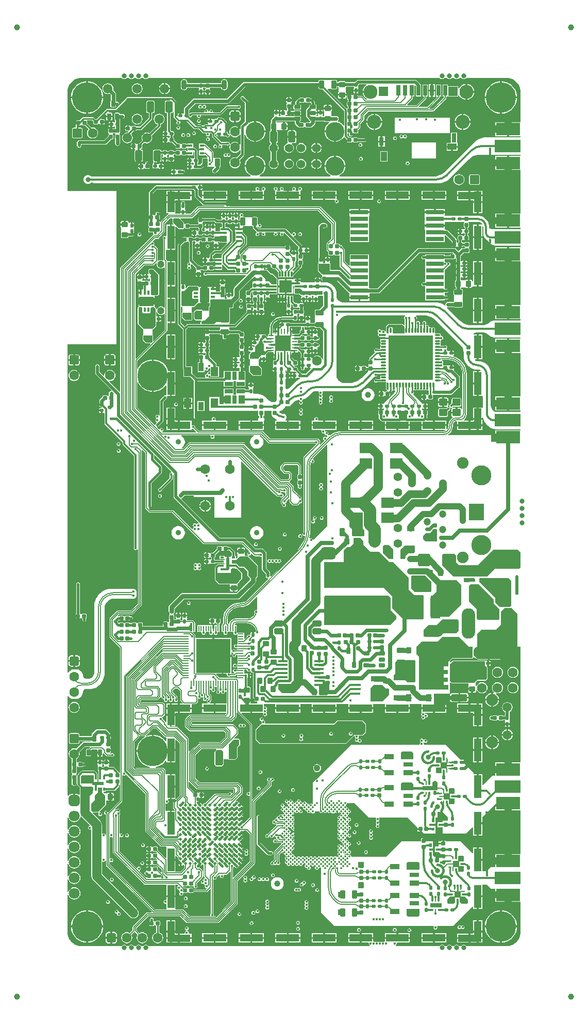
<source format=gtl>
G04*
G04 #@! TF.GenerationSoftware,Altium Limited,Altium Designer,18.1.9 (240)*
G04*
G04 Layer_Physical_Order=1*
G04 Layer_Color=255*
%FSLAX44Y44*%
%MOMM*%
G71*
G01*
G75*
%ADD10C,0.2500*%
%ADD11C,0.2000*%
%ADD12C,0.2540*%
%ADD13C,0.6000*%
%ADD14C,0.3000*%
%ADD16C,0.1000*%
%ADD17C,0.1500*%
G04:AMPARAMS|DCode=19|XSize=0.5mm|YSize=0.6mm|CornerRadius=0.05mm|HoleSize=0mm|Usage=FLASHONLY|Rotation=0.000|XOffset=0mm|YOffset=0mm|HoleType=Round|Shape=RoundedRectangle|*
%AMROUNDEDRECTD19*
21,1,0.5000,0.5000,0,0,0.0*
21,1,0.4000,0.6000,0,0,0.0*
1,1,0.1000,0.2000,-0.2500*
1,1,0.1000,-0.2000,-0.2500*
1,1,0.1000,-0.2000,0.2500*
1,1,0.1000,0.2000,0.2500*
%
%ADD19ROUNDEDRECTD19*%
G04:AMPARAMS|DCode=20|XSize=0.5mm|YSize=0.6mm|CornerRadius=0.05mm|HoleSize=0mm|Usage=FLASHONLY|Rotation=270.000|XOffset=0mm|YOffset=0mm|HoleType=Round|Shape=RoundedRectangle|*
%AMROUNDEDRECTD20*
21,1,0.5000,0.5000,0,0,270.0*
21,1,0.4000,0.6000,0,0,270.0*
1,1,0.1000,-0.2500,-0.2000*
1,1,0.1000,-0.2500,0.2000*
1,1,0.1000,0.2500,0.2000*
1,1,0.1000,0.2500,-0.2000*
%
%ADD20ROUNDEDRECTD20*%
%ADD21R,0.2500X0.4750*%
%ADD22R,0.4750X0.2500*%
%ADD23R,1.1000X1.1000*%
%ADD24R,1.1000X1.1000*%
G04:AMPARAMS|DCode=25|XSize=0.6mm|YSize=0.6mm|CornerRadius=0.06mm|HoleSize=0mm|Usage=FLASHONLY|Rotation=0.000|XOffset=0mm|YOffset=0mm|HoleType=Round|Shape=RoundedRectangle|*
%AMROUNDEDRECTD25*
21,1,0.6000,0.4800,0,0,0.0*
21,1,0.4800,0.6000,0,0,0.0*
1,1,0.1200,0.2400,-0.2400*
1,1,0.1200,-0.2400,-0.2400*
1,1,0.1200,-0.2400,0.2400*
1,1,0.1200,0.2400,0.2400*
%
%ADD25ROUNDEDRECTD25*%
G04:AMPARAMS|DCode=26|XSize=1mm|YSize=0.9mm|CornerRadius=0.1125mm|HoleSize=0mm|Usage=FLASHONLY|Rotation=270.000|XOffset=0mm|YOffset=0mm|HoleType=Round|Shape=RoundedRectangle|*
%AMROUNDEDRECTD26*
21,1,1.0000,0.6750,0,0,270.0*
21,1,0.7750,0.9000,0,0,270.0*
1,1,0.2250,-0.3375,-0.3875*
1,1,0.2250,-0.3375,0.3875*
1,1,0.2250,0.3375,0.3875*
1,1,0.2250,0.3375,-0.3875*
%
%ADD26ROUNDEDRECTD26*%
G04:AMPARAMS|DCode=27|XSize=1mm|YSize=0.9mm|CornerRadius=0.1125mm|HoleSize=0mm|Usage=FLASHONLY|Rotation=0.000|XOffset=0mm|YOffset=0mm|HoleType=Round|Shape=RoundedRectangle|*
%AMROUNDEDRECTD27*
21,1,1.0000,0.6750,0,0,0.0*
21,1,0.7750,0.9000,0,0,0.0*
1,1,0.2250,0.3875,-0.3375*
1,1,0.2250,-0.3875,-0.3375*
1,1,0.2250,-0.3875,0.3375*
1,1,0.2250,0.3875,0.3375*
%
%ADD27ROUNDEDRECTD27*%
%ADD28R,0.3000X0.6000*%
%ADD29R,1.9500X0.6000*%
G04:AMPARAMS|DCode=30|XSize=0.6mm|YSize=0.6mm|CornerRadius=0.06mm|HoleSize=0mm|Usage=FLASHONLY|Rotation=90.000|XOffset=0mm|YOffset=0mm|HoleType=Round|Shape=RoundedRectangle|*
%AMROUNDEDRECTD30*
21,1,0.6000,0.4800,0,0,90.0*
21,1,0.4800,0.6000,0,0,90.0*
1,1,0.1200,0.2400,0.2400*
1,1,0.1200,0.2400,-0.2400*
1,1,0.1200,-0.2400,-0.2400*
1,1,0.1200,-0.2400,0.2400*
%
%ADD30ROUNDEDRECTD30*%
G04:AMPARAMS|DCode=31|XSize=1.22mm|YSize=0.91mm|CornerRadius=0.1138mm|HoleSize=0mm|Usage=FLASHONLY|Rotation=180.000|XOffset=0mm|YOffset=0mm|HoleType=Round|Shape=RoundedRectangle|*
%AMROUNDEDRECTD31*
21,1,1.2200,0.6825,0,0,180.0*
21,1,0.9925,0.9100,0,0,180.0*
1,1,0.2275,-0.4963,0.3413*
1,1,0.2275,0.4963,0.3413*
1,1,0.2275,0.4963,-0.3413*
1,1,0.2275,-0.4963,-0.3413*
%
%ADD31ROUNDEDRECTD31*%
G04:AMPARAMS|DCode=32|XSize=1.22mm|YSize=0.91mm|CornerRadius=0.1138mm|HoleSize=0mm|Usage=FLASHONLY|Rotation=90.000|XOffset=0mm|YOffset=0mm|HoleType=Round|Shape=RoundedRectangle|*
%AMROUNDEDRECTD32*
21,1,1.2200,0.6825,0,0,90.0*
21,1,0.9925,0.9100,0,0,90.0*
1,1,0.2275,0.3413,0.4963*
1,1,0.2275,0.3413,-0.4963*
1,1,0.2275,-0.3413,-0.4963*
1,1,0.2275,-0.3413,0.4963*
%
%ADD32ROUNDEDRECTD32*%
%ADD33R,2.0000X1.7000*%
G04:AMPARAMS|DCode=34|XSize=1mm|YSize=1.5mm|CornerRadius=0.25mm|HoleSize=0mm|Usage=FLASHONLY|Rotation=270.000|XOffset=0mm|YOffset=0mm|HoleType=Round|Shape=RoundedRectangle|*
%AMROUNDEDRECTD34*
21,1,1.0000,1.0000,0,0,270.0*
21,1,0.5000,1.5000,0,0,270.0*
1,1,0.5000,-0.5000,-0.2500*
1,1,0.5000,-0.5000,0.2500*
1,1,0.5000,0.5000,0.2500*
1,1,0.5000,0.5000,-0.2500*
%
%ADD34ROUNDEDRECTD34*%
%ADD35R,3.7000X1.6000*%
G04:AMPARAMS|DCode=36|XSize=1.8mm|YSize=1.3mm|CornerRadius=0.1625mm|HoleSize=0mm|Usage=FLASHONLY|Rotation=270.000|XOffset=0mm|YOffset=0mm|HoleType=Round|Shape=RoundedRectangle|*
%AMROUNDEDRECTD36*
21,1,1.8000,0.9750,0,0,270.0*
21,1,1.4750,1.3000,0,0,270.0*
1,1,0.3250,-0.4875,-0.7375*
1,1,0.3250,-0.4875,0.7375*
1,1,0.3250,0.4875,0.7375*
1,1,0.3250,0.4875,-0.7375*
%
%ADD36ROUNDEDRECTD36*%
G04:AMPARAMS|DCode=37|XSize=3.6mm|YSize=1.5mm|CornerRadius=0.1875mm|HoleSize=0mm|Usage=FLASHONLY|Rotation=180.000|XOffset=0mm|YOffset=0mm|HoleType=Round|Shape=RoundedRectangle|*
%AMROUNDEDRECTD37*
21,1,3.6000,1.1250,0,0,180.0*
21,1,3.2250,1.5000,0,0,180.0*
1,1,0.3750,-1.6125,0.5625*
1,1,0.3750,1.6125,0.5625*
1,1,0.3750,1.6125,-0.5625*
1,1,0.3750,-1.6125,-0.5625*
%
%ADD37ROUNDEDRECTD37*%
G04:AMPARAMS|DCode=38|XSize=2mm|YSize=2mm|CornerRadius=0.25mm|HoleSize=0mm|Usage=FLASHONLY|Rotation=270.000|XOffset=0mm|YOffset=0mm|HoleType=Round|Shape=RoundedRectangle|*
%AMROUNDEDRECTD38*
21,1,2.0000,1.5000,0,0,270.0*
21,1,1.5000,2.0000,0,0,270.0*
1,1,0.5000,-0.7500,-0.7500*
1,1,0.5000,-0.7500,0.7500*
1,1,0.5000,0.7500,0.7500*
1,1,0.5000,0.7500,-0.7500*
%
%ADD38ROUNDEDRECTD38*%
%ADD39R,2.3500X4.1500*%
G04:AMPARAMS|DCode=40|XSize=0.6mm|YSize=1mm|CornerRadius=0.075mm|HoleSize=0mm|Usage=FLASHONLY|Rotation=90.000|XOffset=0mm|YOffset=0mm|HoleType=Round|Shape=RoundedRectangle|*
%AMROUNDEDRECTD40*
21,1,0.6000,0.8500,0,0,90.0*
21,1,0.4500,1.0000,0,0,90.0*
1,1,0.1500,0.4250,0.2250*
1,1,0.1500,0.4250,-0.2250*
1,1,0.1500,-0.4250,-0.2250*
1,1,0.1500,-0.4250,0.2250*
%
%ADD40ROUNDEDRECTD40*%
G04:AMPARAMS|DCode=41|XSize=1.3mm|YSize=0.8mm|CornerRadius=0.1mm|HoleSize=0mm|Usage=FLASHONLY|Rotation=270.000|XOffset=0mm|YOffset=0mm|HoleType=Round|Shape=RoundedRectangle|*
%AMROUNDEDRECTD41*
21,1,1.3000,0.6000,0,0,270.0*
21,1,1.1000,0.8000,0,0,270.0*
1,1,0.2000,-0.3000,-0.5500*
1,1,0.2000,-0.3000,0.5500*
1,1,0.2000,0.3000,0.5500*
1,1,0.2000,0.3000,-0.5500*
%
%ADD41ROUNDEDRECTD41*%
G04:AMPARAMS|DCode=42|XSize=1.3mm|YSize=0.8mm|CornerRadius=0.1mm|HoleSize=0mm|Usage=FLASHONLY|Rotation=0.000|XOffset=0mm|YOffset=0mm|HoleType=Round|Shape=RoundedRectangle|*
%AMROUNDEDRECTD42*
21,1,1.3000,0.6000,0,0,0.0*
21,1,1.1000,0.8000,0,0,0.0*
1,1,0.2000,0.5500,-0.3000*
1,1,0.2000,-0.5500,-0.3000*
1,1,0.2000,-0.5500,0.3000*
1,1,0.2000,0.5500,0.3000*
%
%ADD42ROUNDEDRECTD42*%
%ADD43R,2.2000X0.8000*%
G04:AMPARAMS|DCode=44|XSize=0.6mm|YSize=1mm|CornerRadius=0.075mm|HoleSize=0mm|Usage=FLASHONLY|Rotation=0.000|XOffset=0mm|YOffset=0mm|HoleType=Round|Shape=RoundedRectangle|*
%AMROUNDEDRECTD44*
21,1,0.6000,0.8500,0,0,0.0*
21,1,0.4500,1.0000,0,0,0.0*
1,1,0.1500,0.2250,-0.4250*
1,1,0.1500,-0.2250,-0.4250*
1,1,0.1500,-0.2250,0.4250*
1,1,0.1500,0.2250,0.4250*
%
%ADD44ROUNDEDRECTD44*%
%ADD45R,0.7000X0.7000*%
%ADD46R,0.5500X2.2000*%
%ADD47R,1.5000X0.3500*%
G04:AMPARAMS|DCode=48|XSize=2.6mm|YSize=1.15mm|CornerRadius=0.1438mm|HoleSize=0mm|Usage=FLASHONLY|Rotation=0.000|XOffset=0mm|YOffset=0mm|HoleType=Round|Shape=RoundedRectangle|*
%AMROUNDEDRECTD48*
21,1,2.6000,0.8625,0,0,0.0*
21,1,2.3125,1.1500,0,0,0.0*
1,1,0.2875,1.1563,-0.4313*
1,1,0.2875,-1.1563,-0.4313*
1,1,0.2875,-1.1563,0.4313*
1,1,0.2875,1.1563,0.4313*
%
%ADD48ROUNDEDRECTD48*%
G04:AMPARAMS|DCode=49|XSize=1.8mm|YSize=1.15mm|CornerRadius=0.1438mm|HoleSize=0mm|Usage=FLASHONLY|Rotation=90.000|XOffset=0mm|YOffset=0mm|HoleType=Round|Shape=RoundedRectangle|*
%AMROUNDEDRECTD49*
21,1,1.8000,0.8625,0,0,90.0*
21,1,1.5125,1.1500,0,0,90.0*
1,1,0.2875,0.4313,0.7563*
1,1,0.2875,0.4313,-0.7563*
1,1,0.2875,-0.4313,-0.7563*
1,1,0.2875,-0.4313,0.7563*
%
%ADD49ROUNDEDRECTD49*%
%ADD50R,1.0013X1.5019*%
%ADD51R,1.5000X1.0000*%
%ADD52R,0.8004X1.4006*%
%ADD53R,0.8006X1.5011*%
%ADD54R,1.5018X1.5018*%
%ADD55R,1.5009X1.5009*%
%ADD56R,0.7011X1.7526*%
%ADD57R,0.7007X1.7518*%
%ADD58R,0.7002X1.7504*%
%ADD59R,0.7010X1.7525*%
%ADD60R,0.7009X1.7522*%
%ADD61R,0.7006X1.7516*%
%ADD62R,0.7012X1.7530*%
%ADD63R,0.7002X1.7504*%
%ADD64R,0.6000X1.9500*%
%ADD65R,0.6000X0.3000*%
G04:AMPARAMS|DCode=66|XSize=2.4mm|YSize=2mm|CornerRadius=0.5mm|HoleSize=0mm|Usage=FLASHONLY|Rotation=0.000|XOffset=0mm|YOffset=0mm|HoleType=Round|Shape=RoundedRectangle|*
%AMROUNDEDRECTD66*
21,1,2.4000,1.0000,0,0,0.0*
21,1,1.4000,2.0000,0,0,0.0*
1,1,1.0000,0.7000,-0.5000*
1,1,1.0000,-0.7000,-0.5000*
1,1,1.0000,-0.7000,0.5000*
1,1,1.0000,0.7000,0.5000*
%
%ADD66ROUNDEDRECTD66*%
%ADD67R,0.7000X0.4500*%
%ADD68O,0.9000X0.2500*%
%ADD69O,0.2500X0.9000*%
%ADD70R,2.5000X2.5000*%
%ADD71R,0.3000X0.3500*%
%ADD72R,2.1000X2.1000*%
%ADD73R,0.8500X0.3000*%
%ADD74R,0.3000X0.8500*%
G04:AMPARAMS|DCode=75|XSize=0.31mm|YSize=0.3mm|CornerRadius=0mm|HoleSize=0mm|Usage=FLASHONLY|Rotation=135.000|XOffset=0mm|YOffset=0mm|HoleType=Round|Shape=Rectangle|*
%AMROTATEDRECTD75*
4,1,4,0.2157,-0.0035,0.0035,-0.2157,-0.2157,0.0035,-0.0035,0.2157,0.2157,-0.0035,0.0*
%
%ADD75ROTATEDRECTD75*%

%ADD76R,0.3000X0.3100*%
%ADD77R,7.4000X7.4000*%
%ADD78O,0.3000X0.8500*%
%ADD79O,0.8500X0.3000*%
%ADD80R,1.0000X0.4000*%
%ADD81R,0.8500X0.4000*%
%ADD82R,4.0000X2.0000*%
%ADD83R,4.2500X2.0000*%
%ADD84R,1.6500X0.9000*%
%ADD85R,1.6500X0.7600*%
%ADD86R,0.9000X1.4000*%
%ADD87R,1.2000X1.5000*%
%ADD88R,1.0000X1.3500*%
%ADD89R,1.3500X0.7000*%
%ADD90R,0.7000X1.3500*%
G04:AMPARAMS|DCode=91|XSize=1.4mm|YSize=1.2mm|CornerRadius=0.15mm|HoleSize=0mm|Usage=FLASHONLY|Rotation=180.000|XOffset=0mm|YOffset=0mm|HoleType=Round|Shape=RoundedRectangle|*
%AMROUNDEDRECTD91*
21,1,1.4000,0.9000,0,0,180.0*
21,1,1.1000,1.2000,0,0,180.0*
1,1,0.3000,-0.5500,0.4500*
1,1,0.3000,0.5500,0.4500*
1,1,0.3000,0.5500,-0.4500*
1,1,0.3000,-0.5500,-0.4500*
%
%ADD91ROUNDEDRECTD91*%
%ADD92R,0.4000X0.7000*%
%ADD93R,0.3600X0.4500*%
%ADD94R,0.7500X0.4500*%
%ADD95R,0.2000X0.2000*%
%ADD96C,0.3500*%
%ADD97R,3.8000X1.2000*%
%ADD98R,1.2000X3.8000*%
%ADD99R,1.2000X3.3500*%
%ADD100R,3.8500X1.2000*%
%ADD101C,0.5000*%
%ADD102C,1.6000*%
%ADD103R,3.0000X0.8000*%
G04:AMPARAMS|DCode=104|XSize=0.7mm|YSize=1mm|CornerRadius=0.0875mm|HoleSize=0mm|Usage=FLASHONLY|Rotation=0.000|XOffset=0mm|YOffset=0mm|HoleType=Round|Shape=RoundedRectangle|*
%AMROUNDEDRECTD104*
21,1,0.7000,0.8250,0,0,0.0*
21,1,0.5250,1.0000,0,0,0.0*
1,1,0.1750,0.2625,-0.4125*
1,1,0.1750,-0.2625,-0.4125*
1,1,0.1750,-0.2625,0.4125*
1,1,0.1750,0.2625,0.4125*
%
%ADD104ROUNDEDRECTD104*%
%ADD105R,5.5500X5.5500*%
%ADD106R,0.2000X0.9000*%
%ADD107R,0.9000X0.2000*%
G04:AMPARAMS|DCode=108|XSize=0.5mm|YSize=0.6mm|CornerRadius=0.0625mm|HoleSize=0mm|Usage=FLASHONLY|Rotation=270.000|XOffset=0mm|YOffset=0mm|HoleType=Round|Shape=RoundedRectangle|*
%AMROUNDEDRECTD108*
21,1,0.5000,0.4750,0,0,270.0*
21,1,0.3750,0.6000,0,0,270.0*
1,1,0.1250,-0.2375,-0.1875*
1,1,0.1250,-0.2375,0.1875*
1,1,0.1250,0.2375,0.1875*
1,1,0.1250,0.2375,-0.1875*
%
%ADD108ROUNDEDRECTD108*%
%ADD109R,1.2000X0.7000*%
%ADD110R,0.2500X0.3500*%
%ADD111R,1.6000X2.3500*%
%ADD112R,0.7000X0.3000*%
%ADD113R,1.6000X3.7000*%
%ADD114R,2.3500X1.6000*%
%ADD115R,0.3000X0.7000*%
%ADD116R,7.0000X7.0000*%
%ADD217C,1.2000*%
%ADD220C,1.5000*%
%ADD225C,1.9000*%
%ADD232C,0.3250*%
%ADD233C,0.4000*%
%ADD234C,0.3090*%
%ADD235C,1.0000*%
%ADD236C,0.7000*%
%ADD237C,0.5000*%
%ADD238C,1.5000*%
%ADD239C,0.3500*%
%ADD240C,0.8000*%
%ADD241C,0.2200*%
%ADD242C,1.0000*%
%ADD243C,0.5500*%
%ADD244C,0.9000*%
%ADD245C,1.3000*%
%ADD246C,2.0000*%
%ADD247C,0.1100*%
G04:AMPARAMS|DCode=248|XSize=1.524mm|YSize=1.524mm|CornerRadius=0.1905mm|HoleSize=0mm|Usage=FLASHONLY|Rotation=180.000|XOffset=0mm|YOffset=0mm|HoleType=Round|Shape=RoundedRectangle|*
%AMROUNDEDRECTD248*
21,1,1.5240,1.1430,0,0,180.0*
21,1,1.1430,1.5240,0,0,180.0*
1,1,0.3810,-0.5715,0.5715*
1,1,0.3810,0.5715,0.5715*
1,1,0.3810,0.5715,-0.5715*
1,1,0.3810,-0.5715,-0.5715*
%
%ADD248ROUNDEDRECTD248*%
G04:AMPARAMS|DCode=249|XSize=1.6mm|YSize=1.6mm|CornerRadius=0.4mm|HoleSize=0mm|Usage=FLASHONLY|Rotation=0.000|XOffset=0mm|YOffset=0mm|HoleType=Round|Shape=RoundedRectangle|*
%AMROUNDEDRECTD249*
21,1,1.6000,0.8000,0,0,0.0*
21,1,0.8000,1.6000,0,0,0.0*
1,1,0.8000,0.4000,-0.4000*
1,1,0.8000,-0.4000,-0.4000*
1,1,0.8000,-0.4000,0.4000*
1,1,0.8000,0.4000,0.4000*
%
%ADD249ROUNDEDRECTD249*%
%ADD250C,5.0000*%
%ADD251C,0.8000*%
%ADD252C,0.9000*%
%ADD253C,1.1000*%
%ADD254C,1.9500*%
%ADD255C,1.4000*%
%ADD256C,3.3000*%
%ADD257O,5.0000X2.0000*%
%ADD258O,2.2000X5.0000*%
%ADD259O,2.0000X5.0000*%
G04:AMPARAMS|DCode=260|XSize=1.6mm|YSize=1.6mm|CornerRadius=0.4mm|HoleSize=0mm|Usage=FLASHONLY|Rotation=270.000|XOffset=0mm|YOffset=0mm|HoleType=Round|Shape=RoundedRectangle|*
%AMROUNDEDRECTD260*
21,1,1.6000,0.8000,0,0,270.0*
21,1,0.8000,1.6000,0,0,270.0*
1,1,0.8000,-0.4000,-0.4000*
1,1,0.8000,-0.4000,0.4000*
1,1,0.8000,0.4000,0.4000*
1,1,0.8000,0.4000,-0.4000*
%
%ADD260ROUNDEDRECTD260*%
%ADD261C,1.8000*%
G04:AMPARAMS|DCode=262|XSize=1.8mm|YSize=1.8mm|CornerRadius=0.45mm|HoleSize=0mm|Usage=FLASHONLY|Rotation=270.000|XOffset=0mm|YOffset=0mm|HoleType=Round|Shape=RoundedRectangle|*
%AMROUNDEDRECTD262*
21,1,1.8000,0.9000,0,0,270.0*
21,1,0.9000,1.8000,0,0,270.0*
1,1,0.9000,-0.4500,-0.4500*
1,1,0.9000,-0.4500,0.4500*
1,1,0.9000,0.4500,0.4500*
1,1,0.9000,0.4500,-0.4500*
%
%ADD262ROUNDEDRECTD262*%
G04:AMPARAMS|DCode=263|XSize=1.524mm|YSize=1.524mm|CornerRadius=0.1905mm|HoleSize=0mm|Usage=FLASHONLY|Rotation=90.000|XOffset=0mm|YOffset=0mm|HoleType=Round|Shape=RoundedRectangle|*
%AMROUNDEDRECTD263*
21,1,1.5240,1.1430,0,0,90.0*
21,1,1.1430,1.5240,0,0,90.0*
1,1,0.3810,0.5715,0.5715*
1,1,0.3810,0.5715,-0.5715*
1,1,0.3810,-0.5715,-0.5715*
1,1,0.3810,-0.5715,0.5715*
%
%ADD263ROUNDEDRECTD263*%
%ADD264C,2.3000*%
%ADD265C,1.5500*%
%ADD266O,0.9000X1.6000*%
%ADD267C,3.1000*%
%ADD268C,0.4000*%
G36*
X731117Y1426083D02*
X735182Y1424399D01*
X738842Y1421954D01*
X741954Y1418842D01*
X744399Y1415183D01*
X746083Y1411117D01*
X746941Y1406800D01*
Y1404600D01*
Y1354450D01*
X732750D01*
Y1342950D01*
X728500Y1342950D01*
Y1342950D01*
Y1331450D01*
X746941D01*
Y1329250D01*
X689521D01*
X689521Y1329250D01*
X687019Y1329250D01*
X682112Y1328274D01*
X677490Y1326359D01*
X673329Y1323579D01*
X671561Y1321810D01*
X622693Y1272943D01*
X622693Y1272943D01*
X620846Y1271269D01*
X616706Y1268503D01*
X612105Y1266597D01*
X607222Y1265626D01*
X604732Y1265503D01*
X450080D01*
X449890Y1265738D01*
X450216Y1267352D01*
X451890Y1268247D01*
X454479Y1270371D01*
X456603Y1272960D01*
X458182Y1275913D01*
X459154Y1279118D01*
X459334Y1280950D01*
X442400D01*
X425466D01*
X425646Y1279118D01*
X426618Y1275913D01*
X428197Y1272960D01*
X430321Y1270371D01*
X432910Y1268247D01*
X434584Y1267352D01*
X434910Y1265738D01*
X434720Y1265503D01*
X318680D01*
X318490Y1265738D01*
X318816Y1267352D01*
X320490Y1268247D01*
X323079Y1270371D01*
X325203Y1272960D01*
X326782Y1275913D01*
X327754Y1279118D01*
X327934Y1280950D01*
X311000D01*
X294065D01*
X294246Y1279118D01*
X295218Y1275913D01*
X296797Y1272960D01*
X298921Y1270371D01*
X301510Y1268247D01*
X303184Y1267352D01*
X303510Y1265738D01*
X303320Y1265503D01*
X41803D01*
X41281Y1266026D01*
X40052Y1266846D01*
X38688Y1267412D01*
X37239Y1267700D01*
X35761D01*
X34312Y1267412D01*
X32947Y1266846D01*
X31719Y1266026D01*
X30674Y1264981D01*
X29853Y1263753D01*
X29288Y1262388D01*
X29000Y1260939D01*
Y1259461D01*
X29288Y1258012D01*
X29853Y1256647D01*
X30674Y1255419D01*
X31719Y1254374D01*
X32947Y1253553D01*
X34312Y1252988D01*
X35270Y1252798D01*
X35761Y1252700D01*
X36500Y1252700D01*
Y1252700D01*
X37149Y1252668D01*
X37723Y1252754D01*
X38436Y1252859D01*
X39660Y1253298D01*
X40775Y1253967D01*
X41065Y1254230D01*
X41281Y1254374D01*
X41310Y1254404D01*
X612303Y1254500D01*
X613500Y1254500D01*
X613500Y1254500D01*
X613500Y1254500D01*
X615947Y1254578D01*
X620717Y1255685D01*
X625178Y1257702D01*
X629161Y1260551D01*
X630836Y1262336D01*
X662060Y1293560D01*
X662060Y1293560D01*
X662060Y1293560D01*
X663907Y1295234D01*
X668047Y1298001D01*
X672648Y1299906D01*
X677531Y1300878D01*
X680021Y1301000D01*
X746941Y1301000D01*
Y1299050D01*
X728500D01*
Y1287550D01*
X732750Y1287550D01*
Y1276050D01*
X746941D01*
Y1204450D01*
X732750D01*
Y1192950D01*
X728500Y1192950D01*
Y1192950D01*
Y1181450D01*
X746941D01*
Y1179250D01*
X699250D01*
X699250Y1179250D01*
X698518Y1179322D01*
X697167Y1179882D01*
X696132Y1180917D01*
X695761Y1181813D01*
X695500Y1183000D01*
D01*
X695500Y1184201D01*
Y1184773D01*
X694808Y1188250D01*
X693451Y1191526D01*
X691481Y1194474D01*
X688974Y1196982D01*
X686026Y1198951D01*
X682750Y1200308D01*
X679273Y1201000D01*
X677500Y1201000D01*
X624198Y1201000D01*
X623032Y1201250D01*
X623032Y1202270D01*
Y1205250D01*
X606532D01*
X590032D01*
Y1202270D01*
X590000Y1201000D01*
X590000Y1199993D01*
Y1191507D01*
X590000Y1190750D01*
X590032Y1189493D01*
X590032Y1186250D01*
X606532D01*
X623032D01*
Y1190250D01*
X624095Y1190750D01*
X654782D01*
Y1189339D01*
X654728Y1189304D01*
X654374Y1188774D01*
X654250Y1188150D01*
Y1183350D01*
X654374Y1182726D01*
X654728Y1182197D01*
X655257Y1181843D01*
X655605Y1181774D01*
Y1179886D01*
X655282Y1178750D01*
X652137D01*
X651562Y1179134D01*
X650782Y1179289D01*
X649782D01*
Y1175250D01*
Y1171211D01*
X650782D01*
X651562Y1171366D01*
X652137Y1171750D01*
X655282D01*
X655605Y1170614D01*
Y1168726D01*
X655257Y1168657D01*
X654728Y1168304D01*
X654692Y1168250D01*
X651871D01*
X651835Y1168304D01*
X651306Y1168657D01*
X650682Y1168781D01*
X645882D01*
X645257Y1168657D01*
X644728Y1168304D01*
X644374Y1167774D01*
X644250Y1167150D01*
Y1162350D01*
X644374Y1161726D01*
X644728Y1161197D01*
X645257Y1160843D01*
X645605Y1160774D01*
X645605Y1158112D01*
X644532Y1157250D01*
X642360D01*
Y1160343D01*
X642049Y1161904D01*
X641165Y1163227D01*
X641165Y1163227D01*
X627759Y1176634D01*
X626436Y1177518D01*
X624875Y1177828D01*
X624875Y1177828D01*
X623766D01*
X622960Y1179098D01*
X623032Y1179250D01*
X623032Y1179813D01*
Y1183250D01*
X606532D01*
X590032D01*
Y1179250D01*
X590532Y1178187D01*
Y1177980D01*
Y1169020D01*
X590532Y1168750D01*
X590532Y1167480D01*
Y1157750D01*
X622532D01*
Y1167480D01*
X622532Y1167750D01*
X622532Y1168750D01*
X623802Y1169056D01*
X634203Y1158654D01*
Y1153750D01*
X634250Y1153514D01*
Y1151350D01*
X634375Y1150726D01*
X634728Y1150197D01*
X635257Y1149843D01*
X635882Y1149719D01*
X638045D01*
X638282Y1149672D01*
X638518Y1149719D01*
X640682D01*
X641306Y1149843D01*
X641835Y1150197D01*
X641871Y1150250D01*
X644692Y1150250D01*
X644728Y1150197D01*
X645257Y1149843D01*
X645882Y1149719D01*
X650682D01*
X651306Y1149843D01*
X651835Y1150197D01*
X652189Y1150726D01*
X652258Y1151074D01*
X655305Y1151074D01*
X655374Y1150726D01*
X655728Y1150197D01*
X655781Y1150161D01*
X655781Y1148727D01*
X654883Y1147828D01*
X651984D01*
X651984Y1147828D01*
X650423Y1147518D01*
X649100Y1146634D01*
X645000Y1142534D01*
X640900Y1146634D01*
X639577Y1147518D01*
X638016Y1147828D01*
X638016Y1147828D01*
X579750D01*
X579750Y1147828D01*
X578189Y1147518D01*
X576866Y1146634D01*
X512061Y1081828D01*
X499373D01*
X498532Y1083098D01*
X498532Y1083750D01*
X498532D01*
Y1093480D01*
X498532Y1093750D01*
X498532D01*
Y1094750D01*
X498532D01*
Y1104480D01*
X498532Y1104750D01*
X498532D01*
X498532Y1105750D01*
X498532D01*
Y1115480D01*
X498532Y1115750D01*
X498532D01*
X498532Y1116750D01*
X498531D01*
Y1126480D01*
X498532Y1127750D01*
X498532Y1128020D01*
Y1137750D01*
X466532D01*
Y1128020D01*
X466531Y1126750D01*
X466532Y1126480D01*
Y1119762D01*
X465358Y1119276D01*
X458539Y1126095D01*
Y1145250D01*
X458384Y1146030D01*
X457942Y1146692D01*
X457942Y1146692D01*
X455280Y1149354D01*
X455309Y1149500D01*
X455076Y1150670D01*
X454413Y1151663D01*
X453420Y1152326D01*
X452250Y1152559D01*
X452070Y1152523D01*
X451530Y1152884D01*
X450750Y1153039D01*
X449681D01*
Y1153400D01*
X449557Y1154024D01*
X449203Y1154553D01*
X448674Y1154907D01*
X448050Y1155031D01*
X444300D01*
X443622Y1156301D01*
X443634Y1156320D01*
X443789Y1157100D01*
X443789Y1157100D01*
Y1189640D01*
X443789Y1189640D01*
X443634Y1190420D01*
X443192Y1191081D01*
X418582Y1215692D01*
X417920Y1216134D01*
X417140Y1216289D01*
X268908D01*
X268566Y1216716D01*
X268122Y1217559D01*
X268309Y1218500D01*
X268076Y1219670D01*
X267413Y1220663D01*
X264913Y1223163D01*
X263920Y1223826D01*
X262750Y1224059D01*
X262750Y1224059D01*
X228267D01*
X226624Y1225702D01*
X227110Y1226875D01*
X243250D01*
Y1232875D01*
X224250D01*
Y1229735D01*
X223077Y1229249D01*
X217809Y1234517D01*
Y1242950D01*
X218228Y1243461D01*
X218700D01*
Y1247500D01*
Y1251539D01*
X217700D01*
X216920Y1251384D01*
X216345Y1251000D01*
X213200D01*
Y1251000D01*
X213123Y1250948D01*
X212700Y1251124D01*
X207700D01*
X206552Y1250648D01*
X206515Y1250559D01*
X148750D01*
X148750Y1250559D01*
X147579Y1250326D01*
X146587Y1249663D01*
X146587Y1249663D01*
X137687Y1240763D01*
X137024Y1239771D01*
X136791Y1238600D01*
X136791Y1238600D01*
Y1202146D01*
X136443Y1201624D01*
X136319Y1201000D01*
Y1196200D01*
X136443Y1195576D01*
X136791Y1195054D01*
Y1191484D01*
X136297Y1191153D01*
X135943Y1190624D01*
X135819Y1190000D01*
Y1185200D01*
X135943Y1184576D01*
X136297Y1184046D01*
X136350Y1184011D01*
X136350Y1181189D01*
X136297Y1181154D01*
X135943Y1180624D01*
X135819Y1180000D01*
Y1177836D01*
X135772Y1177600D01*
X135819Y1177364D01*
Y1175200D01*
X135943Y1174576D01*
X136297Y1174046D01*
X136826Y1173693D01*
X137450Y1173569D01*
X139614D01*
X139850Y1173522D01*
X143391D01*
Y1172550D01*
X143624Y1171379D01*
X143847Y1171046D01*
X144125Y1170179D01*
X143528Y1169412D01*
X90058Y1115942D01*
X89616Y1115280D01*
X89461Y1114500D01*
Y912495D01*
X88287Y912009D01*
X71470Y928827D01*
X72063Y930030D01*
X72500Y929972D01*
X74850Y930282D01*
X77039Y931189D01*
X78919Y932631D01*
X80361Y934511D01*
X81268Y936701D01*
X81578Y939050D01*
X81268Y941399D01*
X80361Y943589D01*
X78919Y945469D01*
X77039Y946911D01*
X74850Y947818D01*
X72500Y948128D01*
X70150Y947818D01*
X67961Y946911D01*
X66081Y945469D01*
X64639Y943589D01*
X63732Y941399D01*
X63422Y939050D01*
X63480Y938613D01*
X62277Y938020D01*
X55819Y944478D01*
Y954000D01*
X55547Y955366D01*
X54773Y956523D01*
X53616Y957297D01*
X52250Y957569D01*
X50884Y957297D01*
X49727Y956523D01*
X48953Y955366D01*
X48681Y954000D01*
Y943000D01*
X48953Y941634D01*
X49727Y940477D01*
X75474Y914729D01*
X74848Y913559D01*
X74750Y913578D01*
X73189Y913268D01*
X71866Y912384D01*
X70982Y911061D01*
X70672Y909500D01*
Y905500D01*
X68339D01*
X68304Y905554D01*
X67774Y905907D01*
X67150Y906031D01*
X64236D01*
X64000Y906078D01*
X63764Y906031D01*
X62350D01*
X61726Y905907D01*
X61196Y905554D01*
X60843Y905024D01*
X60740Y904508D01*
X56266Y900034D01*
X55382Y898711D01*
X55072Y897150D01*
X55072Y897150D01*
Y891286D01*
X55118Y891052D01*
Y889411D01*
X55244Y888777D01*
X55603Y888239D01*
X56141Y887880D01*
X56775Y887754D01*
X57236D01*
X57589Y887518D01*
X59006Y887236D01*
X59326Y886940D01*
X59420Y886797D01*
X58737Y885527D01*
X56775D01*
X55946Y885363D01*
X55243Y884893D01*
X54773Y884190D01*
X54608Y883361D01*
Y882986D01*
X59150D01*
Y881486D01*
X60650D01*
Y877444D01*
X61525D01*
X62181Y877575D01*
X62628Y877411D01*
X63451Y876815D01*
Y860750D01*
X63645Y859775D01*
X64198Y858948D01*
X93701Y829444D01*
Y826750D01*
X93895Y825775D01*
X94448Y824948D01*
X112451Y806944D01*
Y657202D01*
X112096Y656671D01*
X111863Y655500D01*
X112096Y654330D01*
X112759Y653337D01*
X113751Y652674D01*
X114922Y652441D01*
X116093Y652674D01*
X117085Y653337D01*
X117446Y653877D01*
X118716Y653492D01*
Y564275D01*
X107458Y553017D01*
X85482D01*
X84799Y552881D01*
X84221Y552494D01*
X72738Y541012D01*
X72351Y540433D01*
X72216Y539750D01*
Y510250D01*
X72351Y509567D01*
X72738Y508988D01*
X89466Y492261D01*
Y288421D01*
X88218Y287534D01*
X87605Y287726D01*
X87052Y288552D01*
X79852Y295752D01*
X79026Y296305D01*
X78050Y296499D01*
X70752D01*
X70657Y296974D01*
X70304Y297504D01*
X70250Y297539D01*
Y299759D01*
X70664Y300036D01*
X71128Y300731D01*
X71291Y301550D01*
Y302450D01*
X62209D01*
Y301550D01*
X62372Y300731D01*
X62836Y300036D01*
X63250Y299759D01*
Y297539D01*
X63197Y297504D01*
X62843Y296974D01*
X62748Y296499D01*
X60833D01*
X59750Y296950D01*
X59750Y300095D01*
X60134Y300670D01*
X60289Y301450D01*
Y302450D01*
X56250D01*
X52211D01*
Y301450D01*
X52366Y300670D01*
X52750Y300095D01*
Y296950D01*
X52750D01*
X52802Y296873D01*
X52626Y296450D01*
Y291450D01*
X53102Y290302D01*
X53701Y290054D01*
Y279000D01*
X53750Y278754D01*
Y276270D01*
X53750Y276270D01*
X53750Y276270D01*
Y269500D01*
X52250D01*
Y275000D01*
D01*
D01*
Y278754D01*
X52299Y279000D01*
Y285000D01*
X52105Y285975D01*
X51552Y286802D01*
X48802Y289552D01*
X47976Y290105D01*
X47000Y290299D01*
X27000Y290299D01*
X26024Y290105D01*
X25198Y289552D01*
X19948Y284302D01*
X19395Y283475D01*
X19201Y282500D01*
Y268250D01*
X19395Y267274D01*
X19948Y266448D01*
X23168Y263228D01*
X23168Y251910D01*
X21898Y251231D01*
X20841Y251938D01*
X18500Y252403D01*
X15500D01*
Y241786D01*
X12500D01*
Y252403D01*
X9500D01*
X7159Y251938D01*
X5174Y250611D01*
X4329Y249346D01*
X3059Y249731D01*
X3058Y412676D01*
X4329Y412978D01*
X5232Y411625D01*
X6625Y410233D01*
X8263Y409138D01*
X10083Y408384D01*
X12015Y408000D01*
X13000Y408000D01*
X17407D01*
X19677Y408451D01*
X21816Y409337D01*
X23740Y410623D01*
X25377Y412260D01*
X26663Y414184D01*
X27548Y416323D01*
X28000Y418593D01*
Y419750D01*
X28089Y420651D01*
X28779Y422317D01*
X30053Y423591D01*
X31719Y424281D01*
X32620Y424370D01*
X38100Y424370D01*
X38100Y424370D01*
X38100Y424370D01*
X40602Y424370D01*
X45509Y425346D01*
X50131Y427261D01*
X54292Y430041D01*
X57829Y433578D01*
X60609Y437738D01*
X62524Y442361D01*
X63500Y447268D01*
X63500Y449770D01*
X63500Y556000D01*
X63582Y557666D01*
X64232Y560935D01*
X65507Y564014D01*
X67359Y566785D01*
X69715Y569141D01*
X72486Y570993D01*
X75565Y572268D01*
X78834Y572918D01*
X80500Y573000D01*
X111500D01*
X112395Y573000D01*
X114049Y573685D01*
X115315Y574951D01*
X116000Y576605D01*
X116000Y577500D01*
X116000Y584000D01*
X116000D01*
X116000Y584000D01*
X116000Y584000D01*
X116000Y584995D01*
X115927Y585171D01*
X115239Y586832D01*
X113832Y588239D01*
X111994Y589000D01*
X111000Y589000D01*
X76000Y589000D01*
X76000Y589000D01*
X74083Y589000D01*
X70281Y588499D01*
X66578Y587507D01*
X63035Y586040D01*
X59715Y584123D01*
X56673Y581788D01*
X53962Y579077D01*
X51627Y576035D01*
X49710Y572715D01*
X48243Y569172D01*
X47250Y565469D01*
X46750Y561667D01*
X46750Y559750D01*
X46750Y451250D01*
X46701Y450245D01*
X46309Y448275D01*
X45540Y446418D01*
X44423Y444748D01*
X43003Y443327D01*
X41332Y442210D01*
X39475Y441441D01*
X37505Y441049D01*
X36500Y441000D01*
X33750D01*
X33750Y441000D01*
X32628Y441110D01*
X30555Y441969D01*
X28969Y443555D01*
X28148Y445538D01*
X28000Y446750D01*
D01*
X28000Y447382D01*
X28000Y447735D01*
X27959Y447941D01*
X27616Y449667D01*
X26862Y451487D01*
X25767Y453125D01*
X24375Y454518D01*
X22737Y455612D01*
X20917Y456366D01*
X18985Y456750D01*
X18000Y456750D01*
X12676Y456750D01*
X10602Y456338D01*
X8649Y455528D01*
X6891Y454354D01*
X5396Y452859D01*
X4329Y451261D01*
X3840Y451264D01*
X3058Y451597D01*
X3058Y990000D01*
X83000D01*
Y1241400D01*
X3058D01*
X3058Y1404599D01*
X3059Y1406800D01*
X3917Y1411117D01*
X5601Y1415182D01*
X8046Y1418842D01*
X11158Y1421954D01*
X14818Y1424399D01*
X18883Y1426083D01*
X23200Y1426941D01*
X92030D01*
X92395Y1426395D01*
X94049Y1425290D01*
X96000Y1424902D01*
X97951Y1425290D01*
X99605Y1426395D01*
X99970Y1426941D01*
X103780D01*
X104145Y1426395D01*
X105799Y1425290D01*
X107750Y1424902D01*
X109701Y1425290D01*
X111355Y1426395D01*
X111720Y1426941D01*
X115780D01*
X116145Y1426395D01*
X117799Y1425290D01*
X119750Y1424902D01*
X121701Y1425290D01*
X123355Y1426395D01*
X123720Y1426941D01*
X127780D01*
X128145Y1426395D01*
X129799Y1425290D01*
X131750Y1424902D01*
X133701Y1425290D01*
X135355Y1426395D01*
X135720Y1426941D01*
X614280D01*
X614645Y1426395D01*
X616299Y1425290D01*
X618250Y1424902D01*
X620201Y1425290D01*
X621855Y1426395D01*
X622220Y1426941D01*
X626280D01*
X626645Y1426395D01*
X628299Y1425290D01*
X630250Y1424902D01*
X632201Y1425290D01*
X633855Y1426395D01*
X634220Y1426941D01*
X638280D01*
X638645Y1426395D01*
X640299Y1425290D01*
X642250Y1424902D01*
X644201Y1425290D01*
X645855Y1426395D01*
X646220Y1426941D01*
X650030D01*
X650395Y1426395D01*
X652049Y1425290D01*
X654000Y1424902D01*
X655951Y1425290D01*
X657605Y1426395D01*
X657970Y1426941D01*
X726800D01*
X731117Y1426083D01*
D02*
G37*
G36*
X206552Y1244352D02*
X207700Y1243876D01*
X209498D01*
X211691Y1241683D01*
Y1233250D01*
X211691Y1233250D01*
X211924Y1232079D01*
X212587Y1231087D01*
X224837Y1218837D01*
X224837Y1218837D01*
X225830Y1218174D01*
X227000Y1217941D01*
X227000Y1217941D01*
X260649D01*
X260906Y1217559D01*
X260231Y1216289D01*
X218000D01*
X217220Y1216134D01*
X216558Y1215692D01*
X204905Y1204039D01*
X197108D01*
X196689Y1204550D01*
Y1205550D01*
X192650D01*
X188611D01*
Y1204550D01*
X188192Y1204039D01*
X180695D01*
X180250Y1205125D01*
X180250Y1205309D01*
Y1221875D01*
X172750D01*
X165250D01*
Y1205125D01*
X168516D01*
X168753Y1203974D01*
X168728Y1203855D01*
X168110Y1203442D01*
X156580Y1191913D01*
X156138Y1191251D01*
X156033Y1190721D01*
X154825Y1190630D01*
X154628Y1190817D01*
X154404Y1191154D01*
X153981Y1191436D01*
X153909Y1191505D01*
Y1195054D01*
X154257Y1195576D01*
X154381Y1196200D01*
Y1201000D01*
X154257Y1201624D01*
X153909Y1202146D01*
Y1204350D01*
X153676Y1205521D01*
X153013Y1206513D01*
X152021Y1207176D01*
X150850Y1207409D01*
X149679Y1207176D01*
X148687Y1206513D01*
X148024Y1205521D01*
X147791Y1204350D01*
Y1202600D01*
X147326Y1202507D01*
X146797Y1202154D01*
X146761Y1202100D01*
X143939D01*
X143904Y1202154D01*
X143374Y1202507D01*
X142909Y1202600D01*
Y1237333D01*
X150017Y1244441D01*
X206515D01*
X206552Y1244352D01*
D02*
G37*
G36*
X285461Y1185750D02*
X285616Y1184970D01*
X286058Y1184308D01*
X286489Y1184020D01*
X286336Y1182897D01*
X286278Y1182750D01*
X286000D01*
Y1180750D01*
X291000D01*
Y1182441D01*
X291000Y1182750D01*
X291746Y1183711D01*
X293246D01*
X293500Y1183711D01*
X294500Y1183750D01*
X294500Y1183750D01*
X306500Y1183750D01*
X307441Y1182956D01*
Y1181875D01*
X307441Y1181875D01*
X307674Y1180705D01*
X308337Y1179712D01*
X313212Y1174837D01*
X313212Y1174837D01*
X313409Y1174706D01*
X313426Y1174659D01*
X313322Y1173237D01*
X312837Y1172913D01*
X312174Y1171920D01*
X311941Y1170750D01*
X312174Y1169579D01*
X312837Y1168587D01*
X313829Y1167924D01*
X315000Y1167691D01*
X316171Y1167924D01*
X317163Y1168587D01*
X317826Y1169579D01*
X318059Y1170750D01*
X317826Y1171920D01*
X317324Y1172671D01*
X317607Y1173544D01*
X317887Y1173941D01*
X322113D01*
X322393Y1173544D01*
X322676Y1172671D01*
X322174Y1171920D01*
X321941Y1170750D01*
X322174Y1169579D01*
X322837Y1168587D01*
X323829Y1167924D01*
X325000Y1167691D01*
X326171Y1167924D01*
X327163Y1168587D01*
X327826Y1169579D01*
X328059Y1170750D01*
X327826Y1171920D01*
X327324Y1172671D01*
X327607Y1173544D01*
X327887Y1173941D01*
X342113D01*
X342393Y1173544D01*
X342676Y1172671D01*
X342174Y1171920D01*
X341941Y1170750D01*
X342174Y1169579D01*
X342837Y1168587D01*
X343829Y1167924D01*
X345000Y1167691D01*
X346171Y1167924D01*
X347163Y1168587D01*
X347826Y1169579D01*
X348059Y1170750D01*
X347826Y1171920D01*
X347324Y1172671D01*
X347607Y1173544D01*
X347887Y1173941D01*
X352113D01*
X352393Y1173544D01*
X352676Y1172671D01*
X352174Y1171920D01*
X351941Y1170750D01*
X352174Y1169579D01*
X352837Y1168587D01*
X353829Y1167924D01*
X355000Y1167691D01*
X356171Y1167924D01*
X357163Y1168587D01*
X357826Y1169579D01*
X358059Y1170750D01*
X357826Y1171920D01*
X358478Y1173230D01*
X358640Y1173276D01*
X358921Y1173204D01*
X382441Y1149683D01*
Y1147892D01*
X381852Y1147648D01*
X381376Y1146500D01*
Y1142500D01*
X381852Y1141352D01*
X382441Y1141108D01*
Y1137884D01*
X381946Y1137553D01*
X381593Y1137024D01*
X381469Y1136400D01*
Y1131600D01*
X381593Y1130976D01*
X381946Y1130446D01*
X382000Y1130411D01*
Y1127589D01*
X381946Y1127553D01*
X381593Y1127024D01*
X381469Y1126400D01*
Y1121600D01*
X381593Y1120976D01*
X381946Y1120446D01*
X382476Y1120093D01*
X382951Y1119998D01*
Y1118681D01*
X374685Y1110415D01*
X373875Y1110750D01*
Y1110750D01*
X372293D01*
X371807Y1111924D01*
X376442Y1116558D01*
X376884Y1117220D01*
X377039Y1118000D01*
X377039Y1118000D01*
Y1125643D01*
X378148Y1126102D01*
X378624Y1127250D01*
Y1132250D01*
X378448Y1132673D01*
X378500Y1132750D01*
X378500D01*
Y1135895D01*
X378884Y1136470D01*
X379039Y1137250D01*
Y1138250D01*
X370432D01*
X369691Y1137943D01*
X368531Y1139102D01*
Y1140400D01*
X368407Y1141024D01*
X368054Y1141553D01*
X368000Y1141589D01*
Y1144411D01*
X368054Y1144446D01*
X368407Y1144976D01*
X368531Y1145600D01*
Y1150400D01*
X368407Y1151024D01*
X368054Y1151553D01*
X367524Y1151907D01*
X366900Y1152031D01*
X362100D01*
X361476Y1151907D01*
X360946Y1151553D01*
X360593Y1151024D01*
X360469Y1150400D01*
Y1149784D01*
X300000D01*
X299317Y1149648D01*
X298738Y1149262D01*
X286738Y1137262D01*
X286564Y1137001D01*
X285294Y1137381D01*
Y1141600D01*
X296872Y1153178D01*
X297369Y1153923D01*
X297544Y1154800D01*
Y1166200D01*
X297369Y1167078D01*
X296872Y1167822D01*
X290500Y1174194D01*
Y1174687D01*
X291000Y1175750D01*
X291000Y1176813D01*
Y1177750D01*
X284500D01*
X278000D01*
Y1175750D01*
X278500Y1174687D01*
Y1169750D01*
X278500D01*
Y1169250D01*
X278500D01*
Y1164020D01*
X278500Y1163250D01*
X278500D01*
Y1162750D01*
X278500D01*
Y1159744D01*
X257128Y1138372D01*
X256631Y1137628D01*
X256456Y1136750D01*
Y1131250D01*
X246250D01*
Y1130799D01*
X242896D01*
X242648Y1131398D01*
X241549Y1131853D01*
Y1135194D01*
X245806Y1139451D01*
X255000D01*
X255975Y1139645D01*
X256802Y1140198D01*
X273302Y1156698D01*
X273855Y1157525D01*
X274049Y1158500D01*
Y1175000D01*
X273855Y1175975D01*
X273302Y1176802D01*
X269052Y1181052D01*
X268225Y1181605D01*
X267250Y1181799D01*
X265500D01*
Y1182250D01*
X262049D01*
Y1187354D01*
X262648Y1187602D01*
X263103Y1188701D01*
X265897D01*
X266352Y1187602D01*
X267500Y1187126D01*
X271500D01*
X272648Y1187602D01*
X273103Y1188701D01*
X275897D01*
X276352Y1187602D01*
X277500Y1187126D01*
X281500D01*
X282648Y1187602D01*
X283103Y1188701D01*
X285461D01*
Y1185750D01*
D02*
G37*
G36*
X436711Y1186545D02*
Y1163845D01*
X429208Y1156342D01*
X428766Y1155680D01*
X428611Y1154900D01*
Y1145000D01*
X428766Y1144220D01*
X429208Y1143558D01*
X431618Y1141147D01*
Y1137600D01*
X431743Y1136976D01*
X432096Y1136446D01*
X432626Y1136093D01*
X433250Y1135969D01*
X438050D01*
X438674Y1136093D01*
X439203Y1136446D01*
X439239Y1136500D01*
X442061D01*
X442096Y1136446D01*
X442626Y1136093D01*
X443250Y1135969D01*
X448050D01*
X448674Y1136093D01*
X448941Y1136271D01*
X449872Y1135957D01*
X450211Y1135708D01*
Y1118500D01*
X450366Y1117720D01*
X450808Y1117058D01*
X466532Y1101335D01*
Y1097255D01*
X465358Y1096769D01*
X451244Y1110884D01*
X449921Y1111768D01*
X448360Y1112078D01*
X448360Y1112078D01*
X434732D01*
X434732Y1122000D01*
X434415Y1122765D01*
X433650Y1123082D01*
X433650D01*
Y1125145D01*
X434034Y1125720D01*
X434189Y1126500D01*
Y1127500D01*
X430150D01*
X426111D01*
Y1126500D01*
X426266Y1125720D01*
X426650Y1125145D01*
X426650Y1123082D01*
X422650D01*
Y1125411D01*
X422703Y1125446D01*
X423057Y1125976D01*
X423181Y1126600D01*
Y1128764D01*
X423228Y1129000D01*
Y1180672D01*
X425516D01*
X427076Y1180982D01*
X428400Y1181866D01*
X429283Y1183189D01*
X429594Y1184750D01*
X429283Y1186311D01*
X428400Y1187634D01*
X427076Y1188518D01*
X425516Y1188828D01*
X421250D01*
X421250Y1188828D01*
X419689Y1188518D01*
X418366Y1187634D01*
X418366Y1187634D01*
X416266Y1185534D01*
X415382Y1184211D01*
X415071Y1182650D01*
X415071Y1182650D01*
Y1129000D01*
X415118Y1128764D01*
Y1126600D01*
X415243Y1125976D01*
X415596Y1125446D01*
X415650Y1125411D01*
X415650Y1123082D01*
X415650Y1123082D01*
X414884Y1122765D01*
X414567Y1122000D01*
X414567Y1110500D01*
X414567Y1110500D01*
X414884Y1109735D01*
X420384Y1104235D01*
X421150Y1103918D01*
X421150Y1101589D01*
X421096Y1101553D01*
X420743Y1101024D01*
X420619Y1100400D01*
Y1098236D01*
X420572Y1098000D01*
X420619Y1097764D01*
Y1095600D01*
X420743Y1094976D01*
X421096Y1094446D01*
X421626Y1094093D01*
X422250Y1093969D01*
X424413D01*
X424650Y1093922D01*
X445561D01*
X464616Y1074866D01*
X464616Y1074866D01*
X465939Y1073982D01*
X466212Y1072633D01*
X466032Y1072250D01*
X466032Y1071687D01*
Y1068250D01*
X499032D01*
Y1072250D01*
X498960Y1072402D01*
X499766Y1073672D01*
X513750D01*
X513750Y1073672D01*
X515311Y1073982D01*
X516634Y1074866D01*
X581439Y1139672D01*
X635908D01*
X636386Y1139051D01*
X635781Y1137781D01*
X632600D01*
X631976Y1137657D01*
X631446Y1137303D01*
X631093Y1136774D01*
X630969Y1136150D01*
Y1135809D01*
X622532D01*
Y1137750D01*
X590532D01*
Y1135809D01*
X587250D01*
X586079Y1135576D01*
X585087Y1134913D01*
X584424Y1133921D01*
X584191Y1132750D01*
X584424Y1131580D01*
X585087Y1130587D01*
X586079Y1129924D01*
X587250Y1129691D01*
X590532D01*
Y1128020D01*
X590532Y1126750D01*
X590532Y1126480D01*
Y1116750D01*
X590532D01*
Y1115750D01*
X590532D01*
Y1106020D01*
X590532Y1105750D01*
Y1104750D01*
X590532Y1104480D01*
Y1095020D01*
X590532Y1094750D01*
X590532Y1093750D01*
X590532Y1093480D01*
Y1091809D01*
X587250D01*
X586079Y1091576D01*
X585087Y1090913D01*
X584424Y1089921D01*
X584191Y1088750D01*
X584424Y1087579D01*
X585087Y1086587D01*
X586079Y1085924D01*
X587250Y1085691D01*
X590532D01*
Y1084020D01*
X590532Y1082750D01*
X590532Y1082480D01*
Y1073020D01*
X590532Y1072750D01*
X590532Y1071750D01*
X590532Y1071480D01*
Y1061750D01*
X622532D01*
Y1063691D01*
X625813D01*
X626984Y1063924D01*
X627976Y1064587D01*
X628639Y1065580D01*
X628872Y1066750D01*
X628639Y1067921D01*
X627976Y1068913D01*
X626984Y1069576D01*
X625813Y1069809D01*
X622532D01*
Y1071480D01*
X622532Y1071750D01*
X622532Y1072750D01*
X622532Y1073020D01*
Y1074691D01*
X625813D01*
X626984Y1074924D01*
X627976Y1075587D01*
X628639Y1076580D01*
X628872Y1077750D01*
X628639Y1078921D01*
X627976Y1079913D01*
X626984Y1080576D01*
X625813Y1080809D01*
X622532D01*
Y1082480D01*
X622532Y1083750D01*
X622532Y1084020D01*
Y1093480D01*
X622532Y1093750D01*
X622532Y1094750D01*
X622532Y1095020D01*
Y1104480D01*
X622532Y1104750D01*
Y1105750D01*
X622532Y1106020D01*
Y1111928D01*
X629368Y1118764D01*
X630171Y1118924D01*
X631163Y1119587D01*
X631826Y1120580D01*
X632059Y1121750D01*
X631826Y1122921D01*
X631163Y1123913D01*
X630171Y1124576D01*
X629000Y1124809D01*
X627830Y1124576D01*
X627298Y1124221D01*
X626407Y1124013D01*
X625515Y1124221D01*
X624984Y1124576D01*
X623813Y1124809D01*
X623802Y1124807D01*
X622532Y1125849D01*
X622532Y1127750D01*
X622532Y1128020D01*
Y1129691D01*
X635000D01*
X635138Y1129719D01*
X637400D01*
X638024Y1129843D01*
X638554Y1130196D01*
X638589Y1130250D01*
X640922D01*
Y1125359D01*
X640876Y1125250D01*
Y1121250D01*
X640922Y1121141D01*
Y1115359D01*
X640876Y1115250D01*
Y1111250D01*
X640922Y1111141D01*
X640922Y1105359D01*
X640876Y1105250D01*
Y1101250D01*
X640922Y1101141D01*
X640922Y1095152D01*
X640796Y1095127D01*
X640093Y1094657D01*
X639623Y1093954D01*
X639458Y1093125D01*
Y1085375D01*
X639623Y1084546D01*
X640093Y1083843D01*
X640796Y1083373D01*
X640922Y1083348D01*
Y1080539D01*
X639500D01*
X638720Y1080384D01*
X638058Y1079942D01*
X637616Y1079280D01*
X637461Y1078500D01*
Y1072754D01*
X637461Y1072500D01*
X637500Y1071500D01*
X637500Y1071500D01*
X637500Y1059578D01*
X628000D01*
X626439Y1059268D01*
X625116Y1058384D01*
X624232Y1057061D01*
X623922Y1055500D01*
X624216Y1054020D01*
X624042Y1053815D01*
X623174Y1053244D01*
X619260Y1055859D01*
X614638Y1057774D01*
X609731Y1058750D01*
X456000D01*
X454873Y1058805D01*
X452662Y1059245D01*
X450579Y1060108D01*
X448704Y1061360D01*
X447110Y1062954D01*
X445858Y1064829D01*
X444995Y1066912D01*
X444555Y1069123D01*
X444500Y1070250D01*
Y1075924D01*
X443847Y1079209D01*
X442565Y1082302D01*
X440705Y1085087D01*
X438337Y1087455D01*
X435552Y1089315D01*
X432459Y1090597D01*
X429174Y1091250D01*
X419310D01*
X418400Y1092520D01*
X418416Y1092600D01*
Y1093500D01*
X409334D01*
Y1092600D01*
X409350Y1092520D01*
X408440Y1091250D01*
X386125D01*
Y1093500D01*
X380375D01*
Y1095000D01*
X378875D01*
Y1098000D01*
X374625D01*
Y1097048D01*
X373375Y1097000D01*
X373355Y1097000D01*
X362875D01*
Y1085000D01*
Y1073000D01*
X373375D01*
Y1085724D01*
X374645Y1086329D01*
X375118Y1085945D01*
X375125Y1085929D01*
Y1082500D01*
X375125Y1082500D01*
X374917Y1081500D01*
Y1073500D01*
X375125Y1072999D01*
Y1072500D01*
X376000Y1072418D01*
X376361Y1072418D01*
X383552Y1072418D01*
X385734Y1070235D01*
X385735Y1070235D01*
X386500Y1069918D01*
X387125D01*
Y1067855D01*
X386741Y1067281D01*
X386586Y1066500D01*
Y1065500D01*
X394664D01*
Y1066500D01*
X394509Y1067281D01*
X394125Y1067855D01*
Y1069918D01*
X397125D01*
Y1067855D01*
X396741Y1067281D01*
X396586Y1066500D01*
Y1065500D01*
X404664D01*
Y1066500D01*
X404509Y1067281D01*
X404125Y1067855D01*
Y1069918D01*
X407125Y1069918D01*
Y1067855D01*
X406741Y1067281D01*
X406586Y1066500D01*
Y1065500D01*
X410625D01*
X414664D01*
Y1066500D01*
X414509Y1067281D01*
X414125Y1067855D01*
Y1069918D01*
X422000Y1069918D01*
X422922Y1068925D01*
Y1053939D01*
X416021Y1047039D01*
X411250D01*
X410470Y1046884D01*
X409808Y1046442D01*
X409366Y1045780D01*
X409211Y1045000D01*
Y1039254D01*
X409211Y1039000D01*
X409250Y1038000D01*
X409250Y1038000D01*
Y1026000D01*
X408457Y1025059D01*
X401375D01*
Y1028145D01*
X401759Y1028720D01*
X401914Y1029500D01*
Y1030500D01*
X393836D01*
Y1029500D01*
X393991Y1028720D01*
X394375Y1028145D01*
Y1025059D01*
X369061D01*
X369024Y1025148D01*
X367876Y1025624D01*
X362876D01*
X362453Y1025449D01*
X362375Y1025500D01*
Y1025500D01*
X359231D01*
X358656Y1025884D01*
X357876Y1026039D01*
X356876D01*
Y1022000D01*
X355376D01*
Y1020500D01*
X350836D01*
Y1020000D01*
X350992Y1019220D01*
X351434Y1018558D01*
X352095Y1018116D01*
X352876Y1017961D01*
X353606D01*
X353732Y1016691D01*
X353372Y1016619D01*
X352628Y1016122D01*
X351287Y1016401D01*
X351232Y1016483D01*
X350750Y1016805D01*
Y1011250D01*
X347750D01*
Y1016805D01*
X347608Y1016710D01*
X346750Y1016568D01*
X345892Y1016710D01*
X345750Y1016805D01*
Y1011250D01*
X344250D01*
Y1009750D01*
X341446D01*
Y1008629D01*
X340341Y1007818D01*
X340209Y1007796D01*
X339814Y1007976D01*
Y1016230D01*
X339790Y1016353D01*
X340264Y1019950D01*
X341699Y1023416D01*
X343078Y1025212D01*
X343078Y1025212D01*
X343078Y1025212D01*
X344019Y1026054D01*
X345878Y1027579D01*
X349335Y1029427D01*
X353086Y1030565D01*
X356941Y1030945D01*
X356987Y1030936D01*
X373251D01*
Y1030750D01*
X373727Y1029602D01*
X374875Y1029127D01*
X378875D01*
X380023Y1029602D01*
X380499Y1030750D01*
Y1035750D01*
X380323Y1036173D01*
X380375Y1036250D01*
X380375D01*
Y1039682D01*
X383844D01*
X383875Y1039661D01*
Y1037441D01*
X383461Y1037164D01*
X382997Y1036470D01*
X382834Y1035650D01*
Y1034750D01*
X387375D01*
X391916D01*
Y1035650D01*
X391753Y1036470D01*
X391289Y1037164D01*
X390875Y1037441D01*
Y1039661D01*
X390929Y1039697D01*
X391282Y1040226D01*
X391406Y1040850D01*
Y1045650D01*
X391282Y1046274D01*
X390944Y1046781D01*
Y1051617D01*
X390999Y1051750D01*
Y1055750D01*
X390523Y1056898D01*
X389375Y1057374D01*
X384375D01*
X383952Y1057199D01*
X383875Y1057250D01*
Y1057250D01*
X379875D01*
Y1057250D01*
X379798Y1057199D01*
X379375Y1057374D01*
X376856D01*
X373924Y1060306D01*
Y1064500D01*
X373875Y1064746D01*
Y1069750D01*
X364375D01*
Y1070250D01*
X362875D01*
Y1064500D01*
Y1058750D01*
X363826D01*
Y1057146D01*
X363227Y1056898D01*
X362752Y1055750D01*
Y1050750D01*
X362927Y1050327D01*
X362875Y1050250D01*
X362875D01*
Y1047105D01*
X362491Y1046531D01*
X362336Y1045750D01*
Y1044750D01*
X370414D01*
Y1045750D01*
X370259Y1046531D01*
X369875Y1047105D01*
Y1050250D01*
X369875D01*
X369824Y1050327D01*
X369999Y1050750D01*
Y1055226D01*
X371268Y1055753D01*
X372752Y1054269D01*
Y1051750D01*
X373227Y1050602D01*
X374375Y1050127D01*
X379375D01*
X379798Y1050302D01*
X379875Y1050250D01*
Y1050250D01*
X383806D01*
Y1046819D01*
X380056D01*
X380023Y1046898D01*
X378875Y1047374D01*
X374875D01*
X373727Y1046898D01*
X373251Y1045750D01*
Y1040750D01*
X373427Y1040327D01*
X373375Y1040250D01*
X373375D01*
Y1036250D01*
X372389Y1035565D01*
X356987D01*
Y1035639D01*
X352171Y1035165D01*
X347540Y1033760D01*
X346105Y1032993D01*
X346009Y1032974D01*
X345769Y1032813D01*
X343273Y1031479D01*
X340328Y1029063D01*
X339532Y1028409D01*
X339451Y1028156D01*
X338682Y1027205D01*
X338342Y1026790D01*
X336585Y1023504D01*
X335504Y1019938D01*
X335138Y1016230D01*
X335186D01*
Y1006794D01*
X334250D01*
X333372Y1006619D01*
X332628Y1006122D01*
X332131Y1005378D01*
X331956Y1004500D01*
X332131Y1003622D01*
X331657Y1002660D01*
X331404Y1002423D01*
X330893Y1002477D01*
X329499Y1003871D01*
Y1004500D01*
X329023Y1005648D01*
X327875Y1006124D01*
X323594D01*
X322875Y1006124D01*
X322375Y1006000D01*
Y1006000D01*
X319230D01*
X318656Y1006384D01*
X317875Y1006539D01*
X316875D01*
Y1002500D01*
Y998037D01*
X317316Y997500D01*
X317316Y997500D01*
Y996000D01*
X314230D01*
X313655Y996384D01*
X312875Y996539D01*
X311875D01*
Y992500D01*
X310375D01*
Y991000D01*
X305836D01*
Y990500D01*
X305991Y989720D01*
X306433Y989058D01*
X307095Y988616D01*
X307875Y988461D01*
X310146D01*
X310146Y988461D01*
X310652Y987191D01*
X310418Y986625D01*
X310418Y986000D01*
X308355D01*
X307780Y986384D01*
X307000Y986539D01*
X306000D01*
Y982500D01*
X304500D01*
Y981000D01*
X299961D01*
Y980500D01*
X300116Y979720D01*
X300558Y979058D01*
X301220Y978616D01*
X302000Y978461D01*
X303884D01*
X304410Y977191D01*
X301485Y974265D01*
X301168Y973500D01*
Y966250D01*
X301485Y965485D01*
X302250Y965168D01*
Y955332D01*
X301485Y955015D01*
X301168Y954250D01*
Y945126D01*
X301485Y944360D01*
X301485Y944360D01*
X307110Y938735D01*
X307110Y938735D01*
X307875Y938418D01*
X320062Y938417D01*
X320828Y938734D01*
X320828Y938734D01*
X320828Y938735D01*
X321765Y939672D01*
X321765Y939672D01*
X322082Y940437D01*
X322082Y940438D01*
X322082Y950500D01*
X321765Y951265D01*
X321765Y951265D01*
X318015Y955015D01*
X317250Y955332D01*
Y965168D01*
X318015Y965485D01*
X318332Y966250D01*
Y967677D01*
X320272Y969617D01*
X321259Y968807D01*
X321241Y968781D01*
X321086Y968000D01*
Y967000D01*
X325125D01*
X329164D01*
Y968000D01*
X329009Y968781D01*
X328625Y969355D01*
Y972500D01*
X328625Y972500D01*
X328749Y973000D01*
X328749Y973654D01*
X328755Y973716D01*
X328997Y973878D01*
X332325Y977206D01*
X340391D01*
X341160Y976536D01*
X341456Y976052D01*
X341446Y976000D01*
Y974250D01*
X344250D01*
Y972750D01*
X345750D01*
Y965854D01*
X345799Y965822D01*
X345805Y965809D01*
X345871Y965365D01*
X344129Y963624D01*
X342250D01*
X341102Y963148D01*
X340626Y962000D01*
Y957000D01*
X340802Y956577D01*
X340750Y956500D01*
X340750D01*
Y953355D01*
X340366Y952780D01*
X340211Y952000D01*
Y951000D01*
X344250D01*
Y949500D01*
X345750D01*
Y944961D01*
X346250D01*
X346750Y944550D01*
Y899750D01*
X346659Y898823D01*
X345950Y897111D01*
X344639Y895800D01*
X342927Y895091D01*
X342000Y895000D01*
X340699Y895064D01*
X338146Y895572D01*
X335741Y896568D01*
X333576Y898014D01*
X332611Y898889D01*
X332611Y898889D01*
Y898889D01*
X329750Y901750D01*
X328026Y903474D01*
X323972Y906183D01*
X319467Y908049D01*
X314685Y909000D01*
X312247Y909000D01*
X312247Y909000D01*
X312247Y909000D01*
X308841D01*
X307984Y910250D01*
Y915250D01*
X307808Y915673D01*
X307860Y915750D01*
X307860D01*
Y918895D01*
X308244Y919470D01*
X308399Y920250D01*
Y921250D01*
X300321D01*
Y920250D01*
X300476Y919470D01*
X300860Y918895D01*
Y915750D01*
X299777Y915299D01*
X294860D01*
Y917250D01*
X279360D01*
Y908250D01*
X278708Y907250D01*
X276012D01*
X275360Y908250D01*
X275360Y908520D01*
Y917250D01*
X259860D01*
Y908813D01*
X259360Y907750D01*
X259360Y907187D01*
Y904500D01*
X265860D01*
Y899500D01*
Y898000D01*
D01*
Y894500D01*
X259360D01*
Y892250D01*
X253000D01*
Y903750D01*
X235500D01*
Y880500D01*
X316000D01*
Y866145D01*
X316000Y865750D01*
X315093Y864875D01*
X306250D01*
Y858875D01*
X325250D01*
Y864480D01*
X325250Y864875D01*
X326157Y865750D01*
X326500D01*
Y880500D01*
X338125D01*
Y875724D01*
X338502Y873828D01*
X339242Y872041D01*
X340316Y870434D01*
X341000Y869750D01*
X342070Y868680D01*
X344586Y866999D01*
X346647Y866145D01*
X346395Y864875D01*
X344250D01*
Y858875D01*
X363250D01*
Y864875D01*
X361518D01*
X361273Y865362D01*
X361129Y866145D01*
X362310Y867326D01*
X363039Y869087D01*
Y871913D01*
X362310Y873674D01*
X360963Y875021D01*
X359203Y875750D01*
X358250D01*
X357363Y875794D01*
X355622Y876140D01*
X353982Y876819D01*
X352792Y877614D01*
X351848Y878402D01*
X351848Y878402D01*
X351848Y878402D01*
X350962Y879288D01*
X351436Y880610D01*
X353104Y880942D01*
X355197Y881809D01*
X357081Y883067D01*
X358683Y884669D01*
X359941Y886553D01*
X360372Y887594D01*
X361250Y888500D01*
X367750D01*
X373964Y894714D01*
X374842Y895510D01*
X376810Y896825D01*
X378996Y897730D01*
X381317Y898192D01*
X382500Y898250D01*
X384228D01*
X384337Y898087D01*
X384447Y898014D01*
Y896486D01*
X384337Y896413D01*
X383674Y895421D01*
X383441Y894250D01*
X383674Y893080D01*
X384337Y892087D01*
X385329Y891424D01*
X386500Y891191D01*
X387670Y891424D01*
X388662Y892087D01*
X389325Y893080D01*
X389558Y894250D01*
X389325Y895421D01*
X388662Y896413D01*
X388553Y896486D01*
Y898014D01*
X388662Y898087D01*
X389325Y899080D01*
X389339Y899147D01*
X389396Y899158D01*
X393698Y900941D01*
X397570Y903528D01*
X399217Y905174D01*
X399217D01*
X404439Y910396D01*
X405088Y910984D01*
X406543Y911956D01*
X408159Y912626D01*
X409875Y912968D01*
X410750Y913010D01*
X415462D01*
X416140Y911740D01*
X416094Y911671D01*
X415861Y910500D01*
X416094Y909329D01*
X416682Y908449D01*
X416600Y907163D01*
X415937Y906171D01*
X415704Y905000D01*
X415937Y903829D01*
X416375Y903174D01*
X416587Y901788D01*
X415924Y900796D01*
X415691Y899625D01*
X415924Y898455D01*
X416309Y897879D01*
X416491Y897000D01*
X416309Y896121D01*
X415924Y895546D01*
X415691Y894375D01*
X415924Y893204D01*
X416587Y892212D01*
X417579Y891549D01*
X418750Y891316D01*
X419921Y891549D01*
X420913Y892212D01*
X421576Y893204D01*
X421809Y894375D01*
X421576Y895546D01*
X421191Y896121D01*
X421009Y897000D01*
X421191Y897879D01*
X421576Y898455D01*
X421809Y899625D01*
X421576Y900796D01*
X421138Y901451D01*
X420926Y902837D01*
X421589Y903829D01*
X421822Y905000D01*
X421589Y906171D01*
X421001Y907051D01*
X421082Y908337D01*
X421746Y909329D01*
X421978Y910500D01*
X421746Y911671D01*
X421699Y911740D01*
X422378Y913010D01*
X475491D01*
X480398Y913987D01*
X485021Y915901D01*
X489181Y918681D01*
X490950Y920450D01*
X490950D01*
X505268Y934768D01*
X507115Y936442D01*
X508815Y937578D01*
X509500Y937441D01*
X510671Y937674D01*
X511467Y938206D01*
X516640D01*
X516728Y938108D01*
X517203Y936936D01*
X516895Y936476D01*
X516701Y935500D01*
X516895Y934525D01*
X517203Y934064D01*
X516728Y932892D01*
X516640Y932794D01*
X511467D01*
X510671Y933326D01*
X509500Y933559D01*
X508330Y933326D01*
X507337Y932663D01*
X506674Y931671D01*
X506441Y930500D01*
X506674Y929330D01*
X507337Y928337D01*
X508330Y927674D01*
X509500Y927441D01*
X510671Y927674D01*
X511467Y928206D01*
X518183D01*
X518275Y928145D01*
X519250Y927951D01*
X524750D01*
X525725Y928145D01*
X525737Y928153D01*
X526653Y927238D01*
X526645Y927225D01*
X526451Y926250D01*
Y920750D01*
X526645Y919775D01*
X526706Y919684D01*
Y919467D01*
X526174Y918671D01*
X525941Y917500D01*
X526174Y916329D01*
X526837Y915337D01*
X527830Y914674D01*
X528005Y914639D01*
X528635Y913219D01*
X528522Y913031D01*
X526350D01*
X525726Y912907D01*
X525197Y912554D01*
X525161Y912500D01*
X522941D01*
X522664Y912914D01*
X521970Y913378D01*
X521150Y913541D01*
X520250D01*
Y909000D01*
Y904459D01*
X521150D01*
X521970Y904622D01*
X522664Y905086D01*
X522941Y905500D01*
X525161Y905500D01*
X525197Y905447D01*
X525726Y905093D01*
X526350Y904969D01*
X531150D01*
X531774Y905093D01*
X532304Y905447D01*
X532657Y905976D01*
X532782Y906600D01*
Y909787D01*
X535622Y912628D01*
X536119Y913372D01*
X536294Y914250D01*
X537564Y914852D01*
X537830Y914674D01*
X539000Y914441D01*
X540171Y914674D01*
X540492Y914889D01*
X541518Y914047D01*
X540988Y912768D01*
X539594Y910681D01*
X538750Y909750D01*
X538750D01*
X538750Y909750D01*
X523308Y894308D01*
X522912Y893715D01*
X522639Y893056D01*
X522500Y892357D01*
X521230Y892084D01*
X520780Y892384D01*
X520000Y892539D01*
X519000D01*
Y888500D01*
Y884461D01*
X520000D01*
X520780Y884616D01*
X521230Y884917D01*
X522500Y884602D01*
Y881500D01*
X521089D01*
X521054Y881554D01*
X520524Y881907D01*
X519900Y882031D01*
X515100D01*
X514476Y881907D01*
X513946Y881554D01*
X513593Y881024D01*
X513469Y880400D01*
Y875600D01*
X513593Y874976D01*
X513946Y874447D01*
X514441Y874116D01*
Y869250D01*
X514441Y869250D01*
X514674Y868080D01*
X515337Y867087D01*
X518087Y864337D01*
X518087Y864337D01*
X519080Y863674D01*
X520250Y863441D01*
X520250Y863441D01*
X524250D01*
Y858875D01*
X544750D01*
X565250D01*
Y863441D01*
X584250D01*
Y858875D01*
X603250D01*
Y864875D01*
X592110D01*
X591624Y866048D01*
X592663Y867087D01*
X592663Y867087D01*
X593326Y868080D01*
X593559Y869250D01*
X593559Y869250D01*
Y874116D01*
X594053Y874447D01*
X594407Y874976D01*
X594531Y875600D01*
Y880400D01*
X594407Y881024D01*
X594053Y881554D01*
X593524Y881907D01*
X592900Y882031D01*
X588100D01*
X587476Y881907D01*
X586946Y881554D01*
X586911Y881500D01*
X585500D01*
Y884602D01*
X586770Y884917D01*
X587220Y884616D01*
X588000Y884461D01*
X589000D01*
Y888500D01*
Y892539D01*
X588000D01*
X587220Y892384D01*
X586770Y892084D01*
X585500Y892357D01*
X585361Y893056D01*
X585088Y893715D01*
X584692Y894308D01*
X584439Y894561D01*
X571073Y907927D01*
X571163Y908837D01*
X571826Y909829D01*
X572059Y911000D01*
X571826Y912171D01*
X571294Y912967D01*
Y914173D01*
X572564Y914852D01*
X572830Y914674D01*
X574000Y914441D01*
X575171Y914674D01*
X576163Y915337D01*
X576837D01*
X577830Y914674D01*
X579000Y914441D01*
X580171Y914674D01*
X581163Y915337D01*
X581837D01*
X582830Y914674D01*
X584000Y914441D01*
X585171Y914674D01*
X586163Y915337D01*
X586837D01*
X587830Y914674D01*
X589000Y914441D01*
X590171Y914674D01*
X591163Y915337D01*
X591837D01*
X592830Y914674D01*
X594000Y914441D01*
X595171Y914674D01*
X595436Y914852D01*
X596706Y914173D01*
Y907531D01*
X596600D01*
X595976Y907407D01*
X595447Y907054D01*
X595411Y907000D01*
X593191D01*
X592914Y907414D01*
X592219Y907878D01*
X591400Y908041D01*
X590500D01*
Y903500D01*
Y898959D01*
X591400D01*
X592219Y899122D01*
X592914Y899586D01*
X593191Y900000D01*
X595411Y900000D01*
X595447Y899947D01*
X595976Y899593D01*
X596600Y899469D01*
X601400D01*
X602024Y899593D01*
X602554Y899947D01*
X602907Y900476D01*
X603031Y901100D01*
Y905900D01*
X602907Y906524D01*
X602848Y906614D01*
X602971Y906863D01*
X603687Y907643D01*
X604750Y907431D01*
X633201D01*
X634567Y907703D01*
X635725Y908477D01*
X646023Y918775D01*
X646797Y919933D01*
X647069Y921299D01*
Y935750D01*
X646797Y937116D01*
X646023Y938273D01*
X637486Y946810D01*
X637442Y948308D01*
X637884Y948970D01*
X638039Y949750D01*
Y950250D01*
X633500D01*
Y951750D01*
X632000D01*
Y955789D01*
X631000D01*
X630220Y955634D01*
X629645Y955250D01*
X626500D01*
Y955250D01*
X626423Y955199D01*
X626000Y955374D01*
X621280D01*
X620961Y955407D01*
X619901Y956293D01*
X619826Y956671D01*
X619163Y957663D01*
Y958337D01*
X619826Y959330D01*
X620059Y960500D01*
X619826Y961671D01*
X619163Y962663D01*
X618373Y963191D01*
X618448Y964088D01*
X618584Y964461D01*
X628350D01*
X628433Y964477D01*
X632912Y964036D01*
X637299Y962706D01*
X641342Y960545D01*
X644886Y957636D01*
X647794Y954092D01*
X649956Y950049D01*
X651286Y945662D01*
X651727Y941183D01*
X651711Y941100D01*
Y883218D01*
X650441Y883093D01*
X650326Y883671D01*
X649663Y884663D01*
X648671Y885326D01*
X647500Y885559D01*
X643500D01*
Y878000D01*
X642000D01*
Y876500D01*
X633441D01*
Y873500D01*
X633674Y872329D01*
X634337Y871337D01*
X635167Y870783D01*
X635320Y870321D01*
X635326Y870273D01*
X635317Y869382D01*
X632800Y867450D01*
X630676Y864682D01*
X629341Y861459D01*
X628886Y858000D01*
X628961D01*
Y856650D01*
X628953D01*
X628634Y854229D01*
X627700Y851973D01*
X626520Y850436D01*
X625306Y850848D01*
X625250Y850898D01*
Y855875D01*
X606250D01*
Y849875D01*
X623917D01*
X624348Y848605D01*
X624277Y848550D01*
X622021Y847616D01*
X619600Y847297D01*
Y847289D01*
X453271D01*
Y847344D01*
X448501Y846969D01*
X443848Y845852D01*
X439427Y844020D01*
X435347Y841520D01*
X434446Y840750D01*
X431056D01*
X431056Y840750D01*
X431056D01*
X430948Y840750D01*
X430804Y841225D01*
X430804D01*
Y841225D01*
Y841225D01*
X430888Y842423D01*
X431326Y843080D01*
X431559Y844250D01*
X431326Y845421D01*
X430663Y846413D01*
X429670Y847076D01*
X428500Y847309D01*
X427329Y847076D01*
X427261Y847030D01*
X426126Y847571D01*
X425678Y848825D01*
X426327Y849875D01*
X445250D01*
Y855875D01*
X424750D01*
X404250D01*
Y849875D01*
X419791D01*
X420464Y848605D01*
X420174Y848171D01*
X419941Y847000D01*
X420174Y845829D01*
X420837Y844837D01*
X421829Y844174D01*
X423000Y843941D01*
X424170Y844174D01*
X424239Y844220D01*
X425574Y843584D01*
X425674Y843080D01*
X426337Y842087D01*
X427329Y841424D01*
X428500Y841191D01*
X428730Y841237D01*
X429681Y840551D01*
X429682D01*
X429682Y840551D01*
Y840551D01*
X430000Y840233D01*
X430000Y839973D01*
Y837836D01*
X429567Y837500D01*
X428057Y837557D01*
X427064Y838220D01*
X425894Y838453D01*
X424723Y838220D01*
X423731Y837557D01*
X423068Y836564D01*
X422835Y835394D01*
X423068Y834223D01*
X423731Y833231D01*
X424377Y832800D01*
X424742Y831368D01*
X418542Y825168D01*
X417555Y825978D01*
X417884Y826470D01*
X418039Y827250D01*
X418039Y827250D01*
Y830907D01*
X417884Y831687D01*
X417442Y832349D01*
X415099Y834692D01*
X414437Y835134D01*
X413657Y835289D01*
X335712D01*
X323560Y847442D01*
X322898Y847884D01*
X322118Y848039D01*
X218595D01*
X212530Y854104D01*
X212559Y854250D01*
X212326Y855421D01*
X211663Y856413D01*
X210671Y857076D01*
X209500Y857309D01*
X208330Y857076D01*
X208020Y856869D01*
X206750Y857548D01*
Y864625D01*
X187500D01*
Y857125D01*
Y849625D01*
X206750D01*
Y850952D01*
X208020Y851631D01*
X208330Y851424D01*
X209500Y851191D01*
X209646Y851220D01*
X214654Y846212D01*
X214168Y845039D01*
X159110D01*
X158354Y845953D01*
X158743Y847139D01*
X158920Y847174D01*
X159913Y847837D01*
X160576Y848829D01*
X160809Y850000D01*
X160576Y851171D01*
X159913Y852163D01*
X158920Y852826D01*
X157750Y853059D01*
X156580Y852826D01*
X155587Y852163D01*
X154924Y851171D01*
X154855Y850825D01*
X153477Y850407D01*
X150047Y853837D01*
X150218Y854478D01*
X150574Y855106D01*
X151545Y855299D01*
X152538Y855962D01*
X159413Y862837D01*
X159413Y862837D01*
X160076Y863829D01*
X160309Y865000D01*
X160309Y865000D01*
Y895733D01*
X165413Y900837D01*
X165413Y900837D01*
X166076Y901830D01*
X166309Y903000D01*
X166139Y903855D01*
X166849Y905125D01*
X171250D01*
Y925625D01*
Y946125D01*
X168482D01*
X168281Y946964D01*
X166684Y950818D01*
X164505Y954374D01*
X161796Y957546D01*
X158624Y960255D01*
X155068Y962435D01*
X151214Y964031D01*
X147158Y965005D01*
X144500Y965214D01*
Y938750D01*
Y912286D01*
X147158Y912495D01*
X151214Y913469D01*
X155068Y915065D01*
X158624Y917245D01*
X161796Y919954D01*
X163980Y922511D01*
X165250Y922042D01*
Y906683D01*
X163980Y905914D01*
X163250Y906059D01*
X162080Y905826D01*
X161087Y905163D01*
X161087Y905163D01*
X155087Y899163D01*
X154424Y898170D01*
X154191Y897000D01*
X154191Y897000D01*
Y873475D01*
X152921Y873089D01*
X152538Y873663D01*
X151545Y874326D01*
X150375Y874559D01*
X149205Y874326D01*
X148212Y873663D01*
X147549Y872671D01*
X147316Y871500D01*
X147549Y870330D01*
X148212Y869337D01*
X148515Y869135D01*
Y867615D01*
X148212Y867413D01*
X147549Y866421D01*
X147316Y865250D01*
X147549Y864080D01*
X148212Y863087D01*
X148813Y862685D01*
X149161Y861236D01*
X148212Y860288D01*
X147549Y859296D01*
X147356Y858324D01*
X146728Y857968D01*
X146087Y857797D01*
X117539Y886345D01*
Y927651D01*
X118809Y927904D01*
X119315Y926682D01*
X121495Y923126D01*
X124204Y919954D01*
X127375Y917245D01*
X130932Y915065D01*
X134786Y913469D01*
X138841Y912495D01*
X141500Y912286D01*
Y938750D01*
Y965214D01*
X138841Y965005D01*
X134786Y964031D01*
X130932Y962435D01*
X127375Y960255D01*
X124204Y957546D01*
X121495Y954374D01*
X119315Y950818D01*
X118809Y949597D01*
X117539Y949849D01*
Y962655D01*
X166192Y1011308D01*
X166192Y1011308D01*
X166634Y1011970D01*
X166789Y1012750D01*
Y1025125D01*
X171250D01*
Y1045625D01*
Y1066125D01*
X166789D01*
Y1085125D01*
X171250D01*
Y1105625D01*
Y1126125D01*
X167762D01*
X166789Y1126780D01*
X166634Y1127561D01*
X166192Y1128222D01*
X166192Y1128222D01*
X164289Y1130125D01*
Y1144378D01*
X165250Y1145125D01*
X171250D01*
Y1165625D01*
Y1186125D01*
X165250D01*
Y1167772D01*
X163980Y1167202D01*
X163421Y1167576D01*
X162250Y1167809D01*
X161080Y1167576D01*
X160087Y1166913D01*
X159424Y1165920D01*
X159191Y1164750D01*
X159424Y1163579D01*
X160087Y1162587D01*
X160211Y1162505D01*
Y1129280D01*
X160344Y1128609D01*
X160065Y1128214D01*
X159432Y1127612D01*
X158327Y1128070D01*
X156500Y1128310D01*
X154673Y1128070D01*
X152970Y1127365D01*
X152530Y1127027D01*
X152241Y1127079D01*
X151289Y1127676D01*
Y1146000D01*
X151134Y1146780D01*
X150692Y1147442D01*
X146442Y1151692D01*
X145780Y1152134D01*
X145257Y1152238D01*
X145253Y1152242D01*
X144847Y1153004D01*
X144728Y1153559D01*
X145076Y1154080D01*
X145309Y1155250D01*
X145076Y1156421D01*
X144413Y1157413D01*
X143767Y1157844D01*
X143402Y1159276D01*
X147087Y1162961D01*
X151080D01*
X151861Y1163116D01*
X152522Y1163558D01*
X162464Y1173500D01*
X162906Y1174162D01*
X163061Y1174942D01*
Y1188383D01*
X171639Y1196961D01*
X174771D01*
X175497Y1195691D01*
X175418Y1195500D01*
Y1189500D01*
X175735Y1188735D01*
X177171Y1187298D01*
X176685Y1186125D01*
X174250D01*
Y1167125D01*
X180250D01*
Y1182560D01*
X181423Y1183046D01*
X184984Y1179485D01*
X185750Y1179168D01*
X193000D01*
X193765Y1179485D01*
X194083Y1180250D01*
X196411D01*
X196446Y1180197D01*
X196976Y1179843D01*
X197600Y1179719D01*
X202400D01*
X203024Y1179843D01*
X203554Y1180197D01*
X203907Y1180726D01*
X204002Y1181201D01*
X217498D01*
X217593Y1180726D01*
X217946Y1180197D01*
X218476Y1179843D01*
X218951Y1179748D01*
Y1176752D01*
X218476Y1176657D01*
X217946Y1176304D01*
X217911Y1176250D01*
X215691D01*
X215414Y1176664D01*
X214719Y1177128D01*
X213900Y1177291D01*
X213000D01*
Y1172750D01*
Y1168209D01*
X213900D01*
X214719Y1168372D01*
X215414Y1168836D01*
X215691Y1169250D01*
X217911D01*
X217946Y1169196D01*
X218476Y1168843D01*
X219100Y1168719D01*
X223900D01*
X224524Y1168843D01*
X225054Y1169196D01*
X225407Y1169726D01*
X225502Y1170201D01*
X228397D01*
X228852Y1169102D01*
X230000Y1168626D01*
X234000D01*
X235148Y1169102D01*
X235603Y1170201D01*
X238397D01*
X238852Y1169102D01*
X240000Y1168626D01*
X243550D01*
X244129Y1167410D01*
X243735Y1167016D01*
X243418Y1166250D01*
Y1164350D01*
X243397Y1164299D01*
X240502D01*
X240407Y1164774D01*
X240054Y1165304D01*
X239524Y1165657D01*
X238900Y1165781D01*
X234100D01*
X233476Y1165657D01*
X232946Y1165304D01*
X232911Y1165250D01*
X230089D01*
X230054Y1165304D01*
X229524Y1165657D01*
X228900Y1165781D01*
X224100D01*
X223476Y1165657D01*
X222946Y1165304D01*
X222593Y1164774D01*
X222498Y1164299D01*
X219603D01*
X219148Y1165398D01*
X218000Y1165874D01*
X214000D01*
X212852Y1165398D01*
X212397Y1164299D01*
X209502D01*
X209407Y1164774D01*
X209054Y1165304D01*
X208524Y1165657D01*
X207900Y1165781D01*
X203100D01*
X202476Y1165657D01*
X201947Y1165304D01*
X201911Y1165250D01*
X199089D01*
X199054Y1165304D01*
X198524Y1165657D01*
X197900Y1165781D01*
X193100D01*
X192476Y1165657D01*
X191947Y1165304D01*
X191593Y1164774D01*
X191469Y1164150D01*
Y1161323D01*
X184698Y1154552D01*
X184145Y1153725D01*
X183951Y1152750D01*
Y1024280D01*
X184145Y1023305D01*
X184698Y1022478D01*
X192951Y1014224D01*
Y950250D01*
X193145Y949275D01*
X193500Y948743D01*
Y936750D01*
X204674D01*
X210441Y930983D01*
Y870997D01*
X210674Y869827D01*
X211337Y868835D01*
X212329Y868171D01*
X213500Y867939D01*
X214671Y868171D01*
X215663Y868835D01*
X216326Y869827D01*
X216559Y870997D01*
Y879663D01*
X217000Y880750D01*
X217829Y880750D01*
X228000D01*
Y896750D01*
X217000Y896750D01*
X216559Y897837D01*
Y929191D01*
X259160D01*
X259860Y929191D01*
X259860Y928162D01*
Y920250D01*
X275360D01*
Y928980D01*
X275360Y929250D01*
X276012Y930250D01*
X278708D01*
X279360Y929250D01*
X279360Y928980D01*
Y920250D01*
X294860D01*
Y928980D01*
X294860Y929250D01*
Y930250D01*
X294860Y930520D01*
Y945750D01*
X291919D01*
Y951608D01*
X292508Y951852D01*
X292984Y953000D01*
Y957000D01*
X292508Y958148D01*
X291919Y958392D01*
Y961608D01*
X292508Y961852D01*
X292984Y963000D01*
Y967000D01*
X292508Y968148D01*
X291919Y968392D01*
Y971616D01*
X292414Y971947D01*
X292767Y972476D01*
X292891Y973100D01*
Y977900D01*
X292767Y978524D01*
X292414Y979054D01*
X292360Y979089D01*
Y981911D01*
X292414Y981947D01*
X292767Y982476D01*
X292891Y983100D01*
Y987900D01*
X292767Y988524D01*
X292414Y989054D01*
X291919Y989384D01*
X291919Y992616D01*
X292414Y992947D01*
X292767Y993476D01*
X292891Y994100D01*
Y998900D01*
X292767Y999524D01*
X292414Y1000054D01*
X292360Y1000089D01*
Y1002911D01*
X292414Y1002947D01*
X292767Y1003476D01*
X292891Y1004100D01*
Y1008900D01*
X292767Y1009524D01*
X292414Y1010054D01*
X291884Y1010407D01*
X291260Y1010531D01*
X289154D01*
X287273Y1012413D01*
X287273Y1012413D01*
X286281Y1013076D01*
X285110Y1013309D01*
X285110Y1013309D01*
X269154D01*
X268360Y1014250D01*
Y1017951D01*
X278125D01*
X279100Y1018145D01*
X279927Y1018698D01*
X300198Y1038969D01*
X303025D01*
X303649Y1039093D01*
X304179Y1039447D01*
X304532Y1039976D01*
X304656Y1040600D01*
Y1045400D01*
X304532Y1046024D01*
X304179Y1046554D01*
X304125Y1046590D01*
Y1049411D01*
X304179Y1049447D01*
X304532Y1049976D01*
X304656Y1050600D01*
Y1051155D01*
X307348D01*
X307502Y1050515D01*
Y1050500D01*
X307510Y1050480D01*
X307625Y1050000D01*
X307625Y1050000D01*
Y1046855D01*
X307241Y1046281D01*
X307086Y1045500D01*
Y1044500D01*
X311125D01*
X315164D01*
Y1045500D01*
X315009Y1046281D01*
X314625Y1046855D01*
Y1050000D01*
X314625D01*
X314573Y1050077D01*
X314749Y1050500D01*
Y1055500D01*
X314273Y1056648D01*
X313470Y1056981D01*
Y1059969D01*
X313525D01*
X314149Y1060093D01*
X314679Y1060447D01*
X315032Y1060976D01*
X315156Y1061600D01*
Y1066400D01*
X315032Y1067025D01*
X314679Y1067554D01*
X314625Y1067589D01*
Y1070411D01*
X314679Y1070447D01*
X315032Y1070976D01*
X315127Y1071451D01*
X317042D01*
X318125Y1071000D01*
Y1067000D01*
X318125D01*
X318177Y1066923D01*
X318001Y1066500D01*
Y1061500D01*
X318477Y1060352D01*
X319076Y1060104D01*
Y1057002D01*
X318601Y1056907D01*
X318072Y1056554D01*
X317718Y1056024D01*
X317594Y1055400D01*
Y1050600D01*
X317718Y1049976D01*
X318072Y1049447D01*
X318125Y1049411D01*
Y1047191D01*
X317711Y1046914D01*
X317247Y1046219D01*
X317084Y1045400D01*
Y1044500D01*
X321625D01*
X326166D01*
Y1045400D01*
X326003Y1046219D01*
X325539Y1046914D01*
X325125Y1047191D01*
Y1049411D01*
X325179Y1049447D01*
X325532Y1049976D01*
X325656Y1050600D01*
Y1055400D01*
X325532Y1056024D01*
X325179Y1056554D01*
X324649Y1056907D01*
X324174Y1057002D01*
Y1060104D01*
X324773Y1060352D01*
X325249Y1061500D01*
Y1066500D01*
X325074Y1066923D01*
X325125Y1067000D01*
X325125D01*
Y1071000D01*
X326208Y1071451D01*
X327042D01*
X328125Y1071000D01*
X328125Y1067855D01*
X327741Y1067281D01*
X327586Y1066500D01*
Y1065500D01*
X331625D01*
X335664D01*
Y1066500D01*
X335509Y1067281D01*
X335125Y1067855D01*
Y1071000D01*
X335125D01*
X335074Y1071077D01*
X335249Y1071500D01*
Y1072451D01*
X342375D01*
X342621Y1072500D01*
X347625D01*
Y1081230D01*
X347625Y1082500D01*
X347625D01*
Y1082500D01*
X347625D01*
Y1087999D01*
X347832Y1088500D01*
Y1097875D01*
X347832Y1097875D01*
X347515Y1098641D01*
X340641Y1105515D01*
X339875Y1105832D01*
X337074D01*
X331141Y1111765D01*
X330375Y1112082D01*
X325700D01*
Y1114145D01*
X326084Y1114720D01*
X326239Y1115500D01*
Y1116500D01*
X322200D01*
Y1119500D01*
X326239D01*
Y1120500D01*
X326151Y1120941D01*
X326462Y1121488D01*
X327239Y1121706D01*
X327356Y1121702D01*
X327966Y1121491D01*
X328266Y1120941D01*
X328159Y1120400D01*
Y1119500D01*
X332700D01*
Y1118000D01*
X334200D01*
Y1113459D01*
X335100D01*
X335919Y1113622D01*
X336614Y1114086D01*
X336891Y1114500D01*
X339111D01*
X339146Y1114446D01*
X339676Y1114093D01*
X340300Y1113969D01*
X343898D01*
X348875Y1108991D01*
Y1100250D01*
X363875D01*
Y1100250D01*
X363875D01*
Y1100250D01*
X373875D01*
Y1103051D01*
X374351Y1103145D01*
X375177Y1103698D01*
X387302Y1115823D01*
X387855Y1116649D01*
X388049Y1117625D01*
Y1119998D01*
X388524Y1120093D01*
X389053Y1120446D01*
X389407Y1120976D01*
X389531Y1121600D01*
Y1126400D01*
X389407Y1127024D01*
X389053Y1127553D01*
X389000Y1127589D01*
Y1130411D01*
X389053Y1130446D01*
X389407Y1130976D01*
X389531Y1131600D01*
Y1136400D01*
X389407Y1137024D01*
X389053Y1137553D01*
X388559Y1137884D01*
Y1141000D01*
X391645D01*
X392220Y1140616D01*
X393000Y1140461D01*
X394000D01*
Y1144500D01*
Y1148539D01*
X393000D01*
X392220Y1148384D01*
X391645Y1148000D01*
X388559D01*
Y1150950D01*
X388326Y1152121D01*
X387663Y1153113D01*
X387663Y1153113D01*
X374225Y1166551D01*
X374851Y1167721D01*
X375000Y1167691D01*
X376171Y1167924D01*
X377163Y1168587D01*
X377826Y1169579D01*
X378059Y1170750D01*
X377826Y1171921D01*
X377163Y1172913D01*
X376171Y1173576D01*
X375000Y1173809D01*
X373829Y1173576D01*
X372837Y1172913D01*
X372174Y1171921D01*
X371941Y1170750D01*
X371971Y1170601D01*
X370800Y1169975D01*
X361613Y1179163D01*
X360620Y1179826D01*
X359450Y1180059D01*
X359450Y1180059D01*
X316642D01*
X314897Y1181804D01*
X314778Y1182445D01*
X315047Y1183263D01*
X315924Y1183329D01*
X316587Y1182337D01*
X317579Y1181674D01*
X318750Y1181441D01*
X319921Y1181674D01*
X320913Y1182337D01*
X321576Y1183329D01*
X321809Y1184500D01*
X321576Y1185670D01*
X320913Y1186663D01*
X319921Y1187326D01*
X318750Y1187559D01*
X317579Y1187326D01*
X316809Y1186811D01*
X315995Y1187065D01*
X315539Y1187374D01*
Y1196750D01*
X315384Y1197530D01*
X314942Y1198192D01*
X314280Y1198634D01*
X313500Y1198789D01*
X307754D01*
X307500Y1198789D01*
X306500Y1198750D01*
X306500Y1198750D01*
X294500D01*
X294500Y1198750D01*
X293500Y1198789D01*
X291593D01*
X291285Y1199245D01*
X291031Y1200059D01*
X291546Y1200829D01*
X291778Y1202000D01*
X291546Y1203170D01*
X290882Y1204163D01*
X289890Y1204826D01*
X288720Y1205059D01*
X287549Y1204826D01*
X286557Y1204163D01*
X285894Y1203170D01*
X285661Y1202000D01*
X285894Y1200829D01*
X286557Y1199837D01*
X286580Y1199662D01*
X286395Y1198417D01*
X286058Y1198192D01*
X285616Y1197530D01*
X285461Y1196750D01*
Y1193799D01*
X284083D01*
X283000Y1194250D01*
Y1197395D01*
X283384Y1197970D01*
X283539Y1198750D01*
Y1199750D01*
X275461D01*
Y1198750D01*
X275616Y1197970D01*
X276000Y1197395D01*
Y1194250D01*
X274917Y1193799D01*
X274083D01*
X273000Y1194250D01*
Y1197395D01*
X273384Y1197970D01*
X273539Y1198750D01*
Y1199750D01*
X269500D01*
X265461D01*
Y1198750D01*
X265616Y1197970D01*
X266000Y1197395D01*
Y1194250D01*
X264917Y1193799D01*
X264083D01*
X263000Y1194250D01*
Y1197395D01*
X263384Y1197970D01*
X263539Y1198750D01*
Y1199750D01*
X259500D01*
X255461D01*
Y1198750D01*
X255616Y1197970D01*
X256000Y1197395D01*
Y1194250D01*
X254917Y1193799D01*
X249056D01*
X247302Y1195552D01*
X246476Y1196105D01*
X245500Y1196299D01*
X225502D01*
X225407Y1196774D01*
X225054Y1197303D01*
X224524Y1197657D01*
X223900Y1197781D01*
X219100D01*
X218476Y1197657D01*
X217946Y1197303D01*
X217593Y1196774D01*
X217469Y1196150D01*
Y1191350D01*
X217593Y1190726D01*
X217946Y1190197D01*
X218000Y1190161D01*
Y1187339D01*
X217946Y1187304D01*
X217593Y1186774D01*
X217498Y1186299D01*
X204002D01*
X203907Y1186774D01*
X203554Y1187304D01*
X203024Y1187657D01*
X202400Y1187781D01*
X197600D01*
X196976Y1187657D01*
X196446Y1187304D01*
X196411Y1187250D01*
X194083D01*
Y1189508D01*
X194083Y1189508D01*
X193766Y1190273D01*
X193765Y1190273D01*
X188251Y1195788D01*
X188737Y1196961D01*
X207000D01*
X207780Y1197116D01*
X208442Y1197558D01*
X220095Y1209211D01*
X414045Y1209211D01*
X436711Y1186545D01*
D02*
G37*
G36*
X193000Y1189508D02*
Y1180250D01*
X185750D01*
X176500Y1189500D01*
Y1195500D01*
X177750Y1196750D01*
X185758D01*
X193000Y1189508D01*
D02*
G37*
G36*
X246198Y1189448D02*
X247025Y1188895D01*
X248000Y1188701D01*
X255897D01*
X256352Y1187602D01*
X256951Y1187354D01*
Y1182250D01*
X253500D01*
Y1176250D01*
X252730Y1175299D01*
X246583D01*
X245500Y1175750D01*
Y1178895D01*
X245884Y1179470D01*
X246039Y1180250D01*
Y1181250D01*
X242000D01*
X237961D01*
Y1180250D01*
X238116Y1179470D01*
X238500Y1178895D01*
Y1175750D01*
X237417Y1175299D01*
X236583D01*
X235500Y1175750D01*
Y1178895D01*
X235884Y1179470D01*
X236039Y1180250D01*
Y1181250D01*
X227961D01*
Y1180250D01*
X228116Y1179470D01*
X228500Y1178895D01*
Y1175750D01*
X227417Y1175299D01*
X225502D01*
X225407Y1175774D01*
X225054Y1176304D01*
X224524Y1176657D01*
X224049Y1176752D01*
Y1179748D01*
X224524Y1179843D01*
X225054Y1180197D01*
X225407Y1180726D01*
X225531Y1181350D01*
Y1186150D01*
X225407Y1186774D01*
X225054Y1187304D01*
X225000Y1187339D01*
Y1190161D01*
X225054Y1190197D01*
X225407Y1190726D01*
X225502Y1191201D01*
X244444D01*
X246198Y1189448D01*
D02*
G37*
G36*
X678512Y1190711D02*
X680054Y1190404D01*
X681508Y1189802D01*
X682816Y1188928D01*
X683928Y1187816D01*
X684210Y1187395D01*
X683531Y1186125D01*
X678250D01*
Y1167125D01*
X684250D01*
Y1183108D01*
X685520Y1183528D01*
X685724Y1183252D01*
X685750Y1182725D01*
Y1170930D01*
X686168Y1168831D01*
X686986Y1166854D01*
X688175Y1165074D01*
X694500Y1158750D01*
Y1157700D01*
X695550D01*
X697787Y1155462D01*
X698670Y1154580D01*
X700746Y1153193D01*
X703053Y1152237D01*
X705502Y1151750D01*
X746941D01*
Y1149050D01*
X728500D01*
Y1137550D01*
X732750Y1137550D01*
Y1126050D01*
X746941D01*
Y1054450D01*
X732750D01*
Y1042950D01*
X728500Y1042950D01*
Y1042950D01*
Y1031450D01*
X746941D01*
Y1028750D01*
X702511D01*
X699888Y1028228D01*
X697418Y1027205D01*
X695195Y1025720D01*
X694250Y1024775D01*
X693437Y1024038D01*
X691615Y1022820D01*
X689590Y1021981D01*
X687440Y1021554D01*
X686344Y1021500D01*
X665521D01*
X663031Y1021622D01*
X658148Y1022594D01*
X653548Y1024499D01*
X649407Y1027265D01*
X647561Y1028940D01*
X626331Y1050169D01*
X626369Y1050451D01*
X627786Y1051464D01*
X628000Y1051422D01*
X637815D01*
X638058Y1051058D01*
X638720Y1050616D01*
X639500Y1050461D01*
X650500D01*
X651280Y1050616D01*
X651942Y1051058D01*
X652384Y1051720D01*
X652539Y1052500D01*
Y1058246D01*
X652539Y1058500D01*
X652500Y1059500D01*
X652500Y1059500D01*
Y1071500D01*
X652500Y1071500D01*
X652539Y1072500D01*
Y1078500D01*
X652384Y1079280D01*
X651942Y1079942D01*
X651280Y1080384D01*
X650500Y1080539D01*
X649078D01*
Y1082155D01*
X649500Y1083250D01*
X657080D01*
X657601Y1082902D01*
X658625Y1082699D01*
X660500D01*
Y1089250D01*
Y1095801D01*
X658625D01*
X657601Y1095598D01*
X657080Y1095250D01*
X650348D01*
X649078Y1096345D01*
Y1098852D01*
X649976Y1099750D01*
X651145Y1099750D01*
X651720Y1099366D01*
X652500Y1099211D01*
X653500D01*
Y1103250D01*
Y1107289D01*
X652500D01*
X651720Y1107134D01*
X651145Y1106750D01*
X649078D01*
X649078Y1109750D01*
X651145D01*
X651720Y1109366D01*
X652500Y1109211D01*
X653500D01*
Y1113250D01*
Y1117289D01*
X652500D01*
X651720Y1117134D01*
X651145Y1116750D01*
X649976Y1116750D01*
X649078Y1117648D01*
Y1119750D01*
X651145D01*
X651720Y1119366D01*
X652500Y1119211D01*
X653500D01*
Y1123250D01*
Y1127289D01*
X652500D01*
X651720Y1127134D01*
X651145Y1126750D01*
X649078D01*
Y1135077D01*
X653673Y1139672D01*
X659281D01*
X659518Y1139719D01*
X661682D01*
X662306Y1139843D01*
X662835Y1140197D01*
X663189Y1140726D01*
X663313Y1141350D01*
Y1143514D01*
X663360Y1143750D01*
X663313Y1143986D01*
Y1146150D01*
X663189Y1146774D01*
X662835Y1147304D01*
X662782Y1147339D01*
X662782Y1150161D01*
X662835Y1150197D01*
X663189Y1150726D01*
X663313Y1151350D01*
Y1156150D01*
X663189Y1156774D01*
X662835Y1157304D01*
X662306Y1157657D01*
X661682Y1157781D01*
X656881D01*
X656257Y1157657D01*
X655728Y1157304D01*
X655374Y1156774D01*
X655305Y1156426D01*
X652258Y1156426D01*
X652189Y1156774D01*
X651835Y1157304D01*
X651306Y1157657D01*
X650958Y1157726D01*
X650958Y1160774D01*
X651306Y1160843D01*
X651835Y1161197D01*
X651871Y1161250D01*
X654692Y1161250D01*
X654728Y1161197D01*
X655257Y1160843D01*
X655882Y1160719D01*
X660682D01*
X661306Y1160843D01*
X661835Y1161197D01*
X662189Y1161726D01*
X662313Y1162350D01*
Y1167150D01*
X662189Y1167774D01*
X661835Y1168304D01*
X661306Y1168657D01*
X660958Y1168726D01*
Y1171700D01*
X661930Y1172102D01*
X662405Y1173250D01*
Y1177250D01*
X661930Y1178398D01*
X660958Y1178801D01*
Y1181774D01*
X661306Y1181843D01*
X661835Y1182197D01*
X662189Y1182726D01*
X662313Y1183350D01*
Y1188150D01*
X662189Y1188774D01*
X661835Y1189304D01*
X661781Y1189339D01*
Y1190750D01*
X677725D01*
X678512Y1190711D01*
D02*
G37*
G36*
X264750Y1157750D02*
X254000D01*
X253000Y1158750D01*
X247000D01*
X244500Y1161250D01*
Y1166250D01*
X245500Y1167250D01*
X253000D01*
X254000Y1168250D01*
X264750D01*
Y1157750D01*
D02*
G37*
G36*
X243500Y1158750D02*
Y1155605D01*
X243116Y1155030D01*
X242961Y1154250D01*
Y1153250D01*
X251039D01*
Y1154250D01*
X250884Y1155030D01*
X250500Y1155605D01*
Y1157668D01*
X252552D01*
X253235Y1156985D01*
X253500Y1156875D01*
Y1156750D01*
X253801D01*
X254000Y1156668D01*
X264267D01*
X264823Y1155428D01*
X253944Y1144549D01*
X244750D01*
X243775Y1144355D01*
X242948Y1143802D01*
X237198Y1138053D01*
X236645Y1137226D01*
X236451Y1136250D01*
Y1132833D01*
X236000Y1131750D01*
X232855D01*
X232281Y1132134D01*
X231500Y1132289D01*
X230500D01*
Y1128250D01*
Y1124211D01*
X231500D01*
X232281Y1124366D01*
X232855Y1124750D01*
X236000D01*
Y1124750D01*
X236077Y1124802D01*
X236500Y1124626D01*
X241500D01*
X242648Y1125102D01*
X242896Y1125701D01*
X244667D01*
X245750Y1125250D01*
Y1123250D01*
X251500D01*
Y1120250D01*
X245750D01*
Y1118250D01*
X244667Y1117799D01*
X243002D01*
X242907Y1118274D01*
X242554Y1118804D01*
X242024Y1119157D01*
X241400Y1119281D01*
X236600D01*
X235976Y1119157D01*
X235446Y1118804D01*
X235411Y1118750D01*
X232589D01*
X232554Y1118804D01*
X232024Y1119157D01*
X231400Y1119281D01*
X226600D01*
X225976Y1119157D01*
X225446Y1118804D01*
X225116Y1118309D01*
X221884D01*
X221554Y1118804D01*
X221024Y1119157D01*
X220400Y1119281D01*
X218295D01*
X208559Y1129017D01*
Y1157866D01*
X209054Y1158196D01*
X209407Y1158726D01*
X209502Y1159201D01*
X211417D01*
X212500Y1158750D01*
Y1155605D01*
X212116Y1155030D01*
X211961Y1154250D01*
Y1153250D01*
X216000D01*
X220039D01*
Y1154250D01*
X219884Y1155030D01*
X219500Y1155605D01*
Y1158750D01*
X220583Y1159201D01*
X222498D01*
X222593Y1158726D01*
X222946Y1158196D01*
X223476Y1157843D01*
X224100Y1157719D01*
X228900D01*
X229524Y1157843D01*
X230054Y1158196D01*
X230089Y1158250D01*
X232911D01*
X232946Y1158196D01*
X233476Y1157843D01*
X234100Y1157719D01*
X238900D01*
X239524Y1157843D01*
X240054Y1158196D01*
X240407Y1158726D01*
X240502Y1159201D01*
X242417D01*
X243500Y1158750D01*
D02*
G37*
G36*
X201947Y1158196D02*
X202441Y1157866D01*
Y1127750D01*
X202441Y1127750D01*
X202674Y1126580D01*
X203337Y1125587D01*
X203774Y1125150D01*
X203149Y1123979D01*
X202750Y1124059D01*
X201579Y1123826D01*
X200587Y1123163D01*
X199924Y1122170D01*
X199691Y1121000D01*
X199924Y1119829D01*
X200308Y1119254D01*
X200491Y1118375D01*
X200308Y1117496D01*
X199924Y1116920D01*
X199691Y1115750D01*
X199924Y1114579D01*
X200587Y1113587D01*
X201579Y1112924D01*
X202750Y1112691D01*
X203920Y1112924D01*
X204913Y1113587D01*
X205576Y1114579D01*
X205809Y1115750D01*
X205576Y1116920D01*
X205191Y1117496D01*
X205009Y1118375D01*
X205191Y1119254D01*
X205576Y1119829D01*
X205809Y1121000D01*
X205729Y1121399D01*
X206900Y1122024D01*
X213969Y1114956D01*
Y1112850D01*
X214093Y1112226D01*
X214447Y1111696D01*
X214500Y1111661D01*
Y1109441D01*
X214086Y1109164D01*
X213622Y1108469D01*
X213459Y1107650D01*
Y1106750D01*
X222541D01*
Y1107650D01*
X222378Y1108469D01*
X221914Y1109164D01*
X221500Y1109441D01*
Y1111661D01*
X221554Y1111696D01*
X221884Y1112191D01*
X225116D01*
X225446Y1111696D01*
X225976Y1111343D01*
X226600Y1111219D01*
X231400D01*
X232024Y1111343D01*
X232554Y1111696D01*
X232589Y1111750D01*
X235411D01*
X235446Y1111696D01*
X235976Y1111343D01*
X236600Y1111219D01*
X241400D01*
X242024Y1111343D01*
X242554Y1111696D01*
X242907Y1112226D01*
X243002Y1112701D01*
X246250D01*
Y1112250D01*
X256750D01*
Y1118250D01*
X257250Y1118250D01*
Y1120347D01*
X258423Y1120833D01*
X265250Y1114006D01*
Y1112250D01*
X275750D01*
Y1112701D01*
X277444D01*
X278969Y1111177D01*
Y1108350D01*
X278508Y1107789D01*
X231746D01*
X231663Y1107913D01*
X230671Y1108576D01*
X229500Y1108809D01*
X228330Y1108576D01*
X227337Y1107913D01*
X226674Y1106920D01*
X226441Y1105750D01*
X226674Y1104579D01*
X227337Y1103587D01*
X228330Y1102924D01*
X229500Y1102691D01*
X230671Y1102924D01*
X231663Y1103587D01*
X231746Y1103711D01*
X295705D01*
X296231Y1102441D01*
X277145Y1083355D01*
X276040Y1081701D01*
X275652Y1079750D01*
Y1070389D01*
X273281Y1068019D01*
X272828Y1068103D01*
X272039Y1068572D01*
Y1069250D01*
X263961D01*
Y1068250D01*
X264116Y1067470D01*
X264500Y1066895D01*
Y1064832D01*
X261898Y1064832D01*
X261000Y1065730D01*
X261000Y1067161D01*
X261054Y1067196D01*
X261407Y1067726D01*
X261531Y1068350D01*
Y1070514D01*
X261578Y1070750D01*
Y1081750D01*
X261531Y1081986D01*
Y1084150D01*
X261407Y1084774D01*
X261054Y1085303D01*
X261000Y1085339D01*
Y1087559D01*
X261414Y1087836D01*
X261878Y1088531D01*
X262041Y1089350D01*
Y1090250D01*
X257500D01*
X252959D01*
Y1089350D01*
X253122Y1088531D01*
X253586Y1087836D01*
X254000Y1087559D01*
X254000Y1085339D01*
X253946Y1085303D01*
X253593Y1084774D01*
X253469Y1084150D01*
Y1081986D01*
X253422Y1081750D01*
Y1076689D01*
X247316D01*
X246546Y1077640D01*
Y1079140D01*
X241546D01*
Y1080640D01*
X240046D01*
Y1083640D01*
X237296D01*
Y1084140D01*
X233250D01*
X233250Y1070890D01*
X233250Y1057640D01*
X236668D01*
Y1052948D01*
X235235Y1051515D01*
X234918Y1050750D01*
Y1045500D01*
X225082D01*
X224765Y1046265D01*
X224000Y1046582D01*
X214250D01*
X213485Y1046265D01*
X210485Y1043265D01*
X210168Y1042500D01*
Y1033250D01*
X210485Y1032485D01*
X213235Y1029735D01*
X214000Y1029418D01*
X222228D01*
X222714Y1028244D01*
X221954Y1027485D01*
X221637Y1026720D01*
Y1024214D01*
X221637Y1024214D01*
X220877Y1023123D01*
X220745Y1023049D01*
X200720D01*
X199744Y1022855D01*
X198917Y1022302D01*
X195500Y1018885D01*
X189049Y1025336D01*
Y1050662D01*
X190245Y1051739D01*
X190671Y1051735D01*
X191436Y1051418D01*
X191796D01*
X191796Y1042722D01*
X191031Y1042405D01*
X190714Y1041640D01*
Y1034923D01*
X190714Y1034923D01*
X191031Y1034158D01*
X196280Y1028909D01*
X197045Y1028592D01*
X205720D01*
X205720Y1028592D01*
X206485Y1028909D01*
X207562Y1029986D01*
X207879Y1030751D01*
Y1041640D01*
X207562Y1042405D01*
X206796Y1042722D01*
X206796Y1051418D01*
X210750D01*
X210750Y1051417D01*
X211515Y1051734D01*
X211515Y1051735D01*
X217097Y1057316D01*
X218297Y1057640D01*
Y1057640D01*
X218297Y1057640D01*
X222343D01*
X222343Y1070890D01*
X222343Y1084140D01*
X218567D01*
X218515Y1084265D01*
X218515Y1084265D01*
X217015Y1085765D01*
X217015Y1085765D01*
X216250Y1086082D01*
X201906Y1086082D01*
X201141Y1085765D01*
X201141Y1085765D01*
X198009Y1082633D01*
X196836Y1083119D01*
Y1086140D01*
X196680Y1086920D01*
X196238Y1087582D01*
X195577Y1088024D01*
X194796Y1088179D01*
X194296D01*
Y1083640D01*
X191296D01*
Y1088179D01*
X190796D01*
X190319Y1088084D01*
X189375Y1088608D01*
X189049Y1088905D01*
Y1151694D01*
X195074Y1157719D01*
X197900D01*
X198524Y1157843D01*
X199054Y1158196D01*
X199089Y1158250D01*
X201911D01*
X201947Y1158196D01*
D02*
G37*
G36*
X433650Y1110500D02*
X428150Y1105000D01*
X421150Y1105000D01*
X415650Y1110500D01*
X415650Y1122000D01*
X433650D01*
X433650Y1110500D01*
D02*
G37*
G36*
X336625Y1104750D02*
X339875D01*
X346750Y1097875D01*
Y1088500D01*
X338875D01*
X334375Y1093000D01*
X328875Y1093000D01*
X328125Y1093750D01*
X328125Y1097500D01*
X319875Y1105750D01*
X319875Y1111000D01*
X330375D01*
X336625Y1104750D01*
D02*
G37*
G36*
X217750Y1083500D02*
Y1078750D01*
X216750Y1077750D01*
X209750Y1077750D01*
X207750Y1075750D01*
X207750Y1066500D01*
X209500Y1064750D01*
X216750Y1064750D01*
X218000Y1063500D01*
X218000Y1059750D01*
X210750Y1052500D01*
X191436D01*
X190296Y1053640D01*
X190296Y1073390D01*
X201906Y1085000D01*
X216250Y1085000D01*
X217750Y1083500D01*
D02*
G37*
G36*
X390000Y1077000D02*
X422000D01*
Y1071000D01*
X386500Y1071000D01*
X384000Y1073500D01*
X376000Y1073500D01*
Y1081500D01*
X385500D01*
X390000Y1077000D01*
D02*
G37*
G36*
X306586Y1096717D02*
Y1094000D01*
X306741Y1093220D01*
X307125Y1092645D01*
Y1089500D01*
X307125D01*
X307177Y1089423D01*
X307002Y1089000D01*
Y1084000D01*
X307077Y1083819D01*
X306228Y1082549D01*
X305625D01*
X304650Y1082355D01*
X303823Y1081803D01*
X300052Y1078031D01*
X297600D01*
X296976Y1077907D01*
X296446Y1077553D01*
X296093Y1077024D01*
X295969Y1076400D01*
Y1071600D01*
X296093Y1070976D01*
X296446Y1070446D01*
X296500Y1070411D01*
Y1068191D01*
X296086Y1067914D01*
X295622Y1067219D01*
X295459Y1066400D01*
Y1065500D01*
X304541D01*
Y1066400D01*
X304378Y1067219D01*
X303914Y1067914D01*
X303500Y1068191D01*
Y1070411D01*
X303554Y1070446D01*
X303907Y1070976D01*
X304031Y1071600D01*
Y1074801D01*
X305853Y1076623D01*
X306273Y1076547D01*
X307094Y1076068D01*
Y1071600D01*
X307218Y1070976D01*
X307572Y1070447D01*
X307625Y1070411D01*
Y1067589D01*
X307572Y1067554D01*
X307218Y1067025D01*
X307094Y1066400D01*
Y1061600D01*
X307218Y1060976D01*
X307572Y1060447D01*
X308101Y1060093D01*
X308280Y1060057D01*
Y1056774D01*
X307977Y1056648D01*
X307851Y1056345D01*
X304318D01*
X304179Y1056554D01*
X303649Y1056907D01*
X303025Y1057031D01*
X298225D01*
X297601Y1056907D01*
X297071Y1056554D01*
X296718Y1056024D01*
X296594Y1055400D01*
Y1050600D01*
X296718Y1049976D01*
X297071Y1049447D01*
X297125Y1049411D01*
Y1046590D01*
X297071Y1046554D01*
X296718Y1046024D01*
X296594Y1045400D01*
Y1042574D01*
X277069Y1023049D01*
X268360D01*
Y1025168D01*
X269125Y1025485D01*
X269442Y1026250D01*
Y1049418D01*
X273000D01*
X273765Y1049735D01*
X273765Y1049735D01*
X275265Y1051235D01*
X275582Y1052000D01*
Y1055900D01*
X284355Y1064673D01*
X285460Y1066327D01*
X285848Y1068278D01*
Y1077638D01*
X305413Y1097203D01*
X306586Y1096717D01*
D02*
G37*
G36*
X149580Y1123088D02*
X149669Y1122989D01*
X149440Y1121250D01*
X149680Y1119423D01*
X150386Y1117720D01*
X151508Y1116258D01*
X152970Y1115136D01*
X154673Y1114430D01*
X156500Y1114190D01*
X158327Y1114430D01*
X160030Y1115136D01*
X161441Y1116218D01*
X161680Y1116181D01*
X162711Y1115759D01*
Y1050741D01*
X161680Y1050319D01*
X161441Y1050282D01*
X160030Y1051365D01*
X158327Y1052070D01*
X156500Y1052310D01*
X154673Y1052070D01*
X152970Y1051365D01*
X151508Y1050242D01*
X150386Y1048780D01*
X149852Y1047493D01*
X148582Y1047746D01*
Y1048250D01*
X148265Y1049015D01*
X148265Y1049016D01*
X146000Y1051281D01*
Y1055296D01*
X133000Y1055296D01*
X119500Y1055296D01*
Y1051531D01*
X118735Y1050765D01*
X118418Y1050000D01*
Y1023500D01*
X118735Y1022735D01*
X118735Y1022735D01*
X126485Y1014985D01*
X127250Y1014668D01*
Y1005582D01*
X126485Y1005265D01*
X126168Y1004500D01*
Y997783D01*
X126168Y997783D01*
X126485Y997018D01*
X131733Y991769D01*
X132499Y991452D01*
X138909D01*
X139395Y990279D01*
X115712Y966596D01*
X114539Y967082D01*
Y1104957D01*
X129043Y1119461D01*
X143500D01*
X144280Y1119616D01*
X144942Y1120058D01*
X148357Y1123473D01*
X149580Y1123088D01*
D02*
G37*
G36*
X147500Y1048250D02*
Y1020750D01*
X142500Y1015750D01*
X127250Y1015750D01*
X119500Y1023500D01*
Y1050000D01*
X120500Y1051000D01*
X125100D01*
X125850Y1050250D01*
X125850Y1042400D01*
X127000Y1041250D01*
X138500D01*
X139500Y1042250D01*
Y1049570D01*
X140930Y1051000D01*
X144750D01*
X147500Y1048250D01*
D02*
G37*
G36*
X224000Y1030500D02*
X214000D01*
X211250Y1033250D01*
Y1042500D01*
X214250Y1045500D01*
X224000D01*
Y1030500D01*
D02*
G37*
G36*
X206796Y1041640D02*
Y1030751D01*
X205720Y1029675D01*
X197045D01*
X191796Y1034923D01*
Y1041640D01*
X206796Y1041640D01*
D02*
G37*
G36*
X150386Y1041720D02*
X151508Y1040258D01*
X152970Y1039136D01*
X154673Y1038430D01*
X156500Y1038190D01*
X158327Y1038430D01*
X160030Y1039136D01*
X161441Y1040218D01*
X161680Y1040181D01*
X162711Y1039759D01*
Y1013595D01*
X144506Y995390D01*
X143332Y995876D01*
Y1004500D01*
X143015Y1005265D01*
X142250Y1005582D01*
Y1013494D01*
X142500Y1014668D01*
X143265Y1014985D01*
X148265Y1019985D01*
X148582Y1020750D01*
Y1026546D01*
X148666Y1026688D01*
X149852Y1027490D01*
X150000Y1027461D01*
X151000D01*
Y1031500D01*
Y1035539D01*
X150000D01*
X149852Y1035510D01*
X148666Y1036312D01*
X148582Y1036453D01*
Y1042754D01*
X149852Y1043007D01*
X150386Y1041720D01*
D02*
G37*
G36*
X272500Y1063750D02*
X274500Y1061750D01*
X274500Y1052000D01*
X273000Y1050500D01*
X268360D01*
Y1026250D01*
X246500D01*
X243433Y1023183D01*
X223750D01*
X222720Y1024214D01*
Y1026720D01*
X224750Y1028750D01*
X228250Y1028750D01*
X236000Y1036500D01*
Y1050750D01*
X237750Y1052500D01*
Y1062500D01*
X239000Y1063750D01*
X272500Y1063750D01*
D02*
G37*
G36*
X557495Y1036951D02*
X557611Y1035930D01*
X556837Y1035413D01*
X556174Y1034421D01*
X555941Y1033250D01*
X556174Y1032079D01*
X556706Y1031283D01*
Y1021984D01*
X555533Y1021498D01*
X554157Y1022873D01*
X553392Y1023190D01*
X530358D01*
X530358Y1023190D01*
X529593Y1022873D01*
X526249Y1019530D01*
X525932Y1018764D01*
Y1011363D01*
X524662Y1011238D01*
X524576Y1011671D01*
X523913Y1012663D01*
X522920Y1013326D01*
X521750Y1013559D01*
X520579Y1013326D01*
X519839Y1012831D01*
X519274Y1012759D01*
X518320Y1013053D01*
X517913Y1013663D01*
X516921Y1014326D01*
X515750Y1014559D01*
X514580Y1014326D01*
X513587Y1013663D01*
X512924Y1012671D01*
X512691Y1011500D01*
X512924Y1010329D01*
X513587Y1009337D01*
X513822Y1009180D01*
X513837Y1007663D01*
X513174Y1006671D01*
X512941Y1005500D01*
X513174Y1004330D01*
X513837Y1003337D01*
X514829Y1002674D01*
X515481Y1002545D01*
X516068Y1002000D01*
X522000D01*
Y999000D01*
X516644D01*
X517087Y998337D01*
X517109Y996795D01*
X516895Y996476D01*
X516701Y995500D01*
X516895Y994525D01*
X517448Y993698D01*
Y992302D01*
X516895Y991476D01*
X516701Y990500D01*
X516895Y989525D01*
X517448Y988698D01*
Y987302D01*
X516895Y986476D01*
X516701Y985500D01*
X516895Y984525D01*
X517203Y984064D01*
X516727Y982892D01*
X516640Y982794D01*
X511467Y982794D01*
X510671Y983326D01*
X509500Y983559D01*
X508330Y983326D01*
X507337Y982663D01*
X506674Y981671D01*
X506441Y980500D01*
X506674Y979330D01*
X507337Y978337D01*
X507912Y977953D01*
X508203Y976693D01*
X508167Y976412D01*
X499378Y967622D01*
X498881Y966878D01*
X498706Y966000D01*
Y964531D01*
X498600D01*
X497976Y964407D01*
X497447Y964054D01*
X497093Y963524D01*
X496969Y962900D01*
Y958100D01*
X497093Y957476D01*
X497447Y956946D01*
X497500Y956911D01*
Y954089D01*
X497447Y954054D01*
X497093Y953524D01*
X496969Y952900D01*
Y952794D01*
X493781D01*
Y952900D01*
X493657Y953524D01*
X493304Y954054D01*
X492774Y954407D01*
X492150Y954531D01*
X487350D01*
X486726Y954407D01*
X486197Y954054D01*
X486161Y954000D01*
X483941D01*
X483664Y954414D01*
X482969Y954878D01*
X482150Y955041D01*
X481250D01*
Y950500D01*
Y945959D01*
X482150D01*
X482969Y946122D01*
X483664Y946586D01*
X483941Y947000D01*
X486161D01*
X486197Y946946D01*
X486726Y946593D01*
X487350Y946469D01*
X492150D01*
X492774Y946593D01*
X493304Y946946D01*
X493657Y947476D01*
X493781Y948100D01*
Y948206D01*
X496969D01*
Y948100D01*
X497093Y947476D01*
X497447Y946946D01*
X496895Y945787D01*
X496570Y945570D01*
X495500Y944500D01*
X495500Y944500D01*
Y944500D01*
X485190Y934190D01*
X483343Y932515D01*
X479202Y929749D01*
X474602Y927844D01*
X469719Y926872D01*
X467229Y926750D01*
X457000D01*
X455799Y926809D01*
X453444Y927277D01*
X451225Y928196D01*
X449229Y929531D01*
X447531Y931229D01*
X446197Y933225D01*
X445277Y935444D01*
X444809Y937799D01*
X444750Y939000D01*
Y1017450D01*
X444845Y1019386D01*
X445600Y1023183D01*
X447082Y1026760D01*
X449233Y1029979D01*
X451971Y1032717D01*
X455190Y1034868D01*
X458767Y1036350D01*
X462564Y1037105D01*
X464500Y1037200D01*
X557400D01*
X557495Y1036951D01*
D02*
G37*
G36*
X409366Y1018220D02*
X409808Y1017558D01*
X410470Y1017116D01*
X411250Y1016961D01*
X417463D01*
X423191Y1011233D01*
Y964020D01*
X421921Y963936D01*
X421768Y965099D01*
X420861Y967289D01*
X419419Y969169D01*
X417539Y970611D01*
X415349Y971518D01*
X413000Y971828D01*
X410650Y971518D01*
X408461Y970611D01*
X406581Y969169D01*
X405145Y967298D01*
X405102Y967294D01*
X403843Y967481D01*
X403759Y967905D01*
X403317Y968567D01*
X402655Y969009D01*
X401875Y969164D01*
X400875D01*
Y965125D01*
X397875D01*
Y969164D01*
X396875D01*
X396095Y969009D01*
X395520Y968625D01*
X392375D01*
X391924Y969708D01*
Y973792D01*
X392375Y974875D01*
X395520D01*
X396095Y974491D01*
X396875Y974336D01*
X397875D01*
Y978375D01*
Y982414D01*
X396875D01*
X396095Y982259D01*
X395520Y981875D01*
X392375D01*
Y981875D01*
X392298Y981823D01*
X391875Y981998D01*
X387106D01*
X383424Y985681D01*
X383950Y986951D01*
X385219D01*
Y986600D01*
X385343Y985976D01*
X385696Y985446D01*
X386226Y985093D01*
X386850Y984969D01*
X391650D01*
X392274Y985093D01*
X392803Y985446D01*
X392839Y985500D01*
X395661D01*
X395696Y985446D01*
X396226Y985093D01*
X396850Y984969D01*
X401650D01*
X402274Y985093D01*
X402803Y985446D01*
X403157Y985976D01*
X403281Y986600D01*
Y986686D01*
X405264D01*
X406250Y986000D01*
Y982855D01*
X405866Y982280D01*
X405711Y981500D01*
Y980500D01*
X409750D01*
X413789D01*
Y981500D01*
X413634Y982280D01*
X413250Y982855D01*
Y984796D01*
X414000Y985941D01*
X415170Y986174D01*
X416163Y986837D01*
X416826Y987829D01*
X417059Y989000D01*
X416826Y990171D01*
X416163Y991163D01*
X415170Y991826D01*
X414000Y992059D01*
X413207Y991901D01*
X412898Y992648D01*
X411750Y993124D01*
X407750D01*
X406602Y992648D01*
X406126Y991500D01*
Y991315D01*
X403281D01*
Y991400D01*
X403157Y992024D01*
X402803Y992554D01*
X402274Y992907D01*
X401650Y993031D01*
X396850D01*
X396226Y992907D01*
X395696Y992554D01*
X395661Y992500D01*
X392839D01*
X392803Y992554D01*
X392274Y992907D01*
X391650Y993031D01*
X386850D01*
X386226Y992907D01*
X385696Y992554D01*
X385359Y992049D01*
X381744D01*
X381167Y993319D01*
X381369Y993622D01*
X381544Y994500D01*
X381369Y995378D01*
X381167Y995681D01*
X381744Y996951D01*
X385359D01*
X385696Y996446D01*
X386226Y996093D01*
X386850Y995969D01*
X391650D01*
X392274Y996093D01*
X392803Y996446D01*
X392839Y996500D01*
X395661D01*
X395696Y996446D01*
X396226Y996093D01*
X396850Y995969D01*
X401650D01*
X402274Y996093D01*
X402803Y996446D01*
X403157Y996976D01*
X403281Y997600D01*
Y997685D01*
X406126D01*
Y997500D01*
X406602Y996352D01*
X407750Y995876D01*
X411750D01*
X412898Y996352D01*
X413207Y997099D01*
X414000Y996941D01*
X415170Y997174D01*
X416163Y997837D01*
X416826Y998829D01*
X417059Y1000000D01*
X416826Y1001171D01*
X416163Y1002163D01*
X415170Y1002826D01*
X414503Y1002959D01*
X414000Y1003059D01*
X413250Y1004204D01*
Y1006145D01*
X413634Y1006720D01*
X413789Y1007500D01*
Y1008500D01*
X405711D01*
Y1007500D01*
X405866Y1006720D01*
X406250Y1006145D01*
Y1003000D01*
X405264Y1002315D01*
X403281D01*
Y1002400D01*
X403157Y1003024D01*
X402803Y1003553D01*
X402274Y1003907D01*
X401650Y1004031D01*
X396850D01*
X396226Y1003907D01*
X395696Y1003553D01*
X395661Y1003500D01*
X392839D01*
X392803Y1003553D01*
X392274Y1003907D01*
X391650Y1004031D01*
X388432D01*
X387906Y1005301D01*
X389231Y1006626D01*
X391750D01*
X392173Y1006802D01*
X392250Y1006750D01*
Y1006750D01*
X395395D01*
X395970Y1006366D01*
X396750Y1006211D01*
X397750D01*
Y1010250D01*
Y1014289D01*
X396750D01*
X395970Y1014134D01*
X395395Y1013750D01*
X393132D01*
X392612Y1014446D01*
X392364Y1015020D01*
X392559Y1016000D01*
X392326Y1017170D01*
X391991Y1017671D01*
X392610Y1018941D01*
X394483D01*
X394727Y1018352D01*
X395875Y1017877D01*
X399875D01*
X401023Y1018352D01*
X401267Y1018941D01*
X409222D01*
X409366Y1018220D01*
D02*
G37*
G36*
X253360Y1014250D02*
X252566Y1013309D01*
X236327D01*
X236164Y1013554D01*
X235634Y1013907D01*
X235010Y1014031D01*
X230210D01*
X229586Y1013907D01*
X229056Y1013554D01*
X228703Y1013024D01*
X228579Y1012400D01*
Y1007600D01*
X228703Y1006976D01*
X229056Y1006447D01*
X229110Y1006411D01*
Y1003589D01*
X229056Y1003554D01*
X228703Y1003024D01*
X228579Y1002400D01*
Y997600D01*
X228703Y996976D01*
X229056Y996447D01*
X229551Y996116D01*
Y993000D01*
X226465D01*
X225890Y993384D01*
X225110Y993539D01*
X224110D01*
Y989500D01*
Y985461D01*
X225110D01*
X225890Y985616D01*
X226465Y986000D01*
X229551D01*
Y983000D01*
X226465D01*
X225890Y983384D01*
X225110Y983539D01*
X224110D01*
Y979500D01*
Y975461D01*
X225110D01*
X225890Y975616D01*
X226465Y976000D01*
X229551D01*
Y972884D01*
X229056Y972554D01*
X229021Y972500D01*
X226199D01*
X226164Y972554D01*
X225634Y972907D01*
X225010Y973031D01*
X220210D01*
X219586Y972907D01*
X219056Y972554D01*
X218703Y972024D01*
X218579Y971400D01*
Y966600D01*
X218703Y965976D01*
X219056Y965447D01*
X219551Y965116D01*
X219551Y960750D01*
X217000D01*
Y944750D01*
X228000D01*
Y947552D01*
X229270Y947938D01*
X229337Y947837D01*
X230329Y947174D01*
X231500Y946941D01*
X232670Y947174D01*
X233663Y947837D01*
X234326Y948829D01*
X234559Y950000D01*
X234541Y950087D01*
X235500Y951191D01*
X236230Y951337D01*
X237500Y950567D01*
Y946183D01*
X236230Y945414D01*
X235500Y945559D01*
X234329Y945326D01*
X233337Y944663D01*
X232674Y943671D01*
X232441Y942500D01*
X231358Y941437D01*
X230799Y941326D01*
X229807Y940663D01*
X229144Y939671D01*
X228911Y938500D01*
X229144Y937329D01*
X229645Y936579D01*
X229363Y935706D01*
X229083Y935309D01*
X214767D01*
X207500Y942576D01*
Y953750D01*
X198049D01*
Y1014224D01*
X201776Y1017951D01*
X253360D01*
Y1014250D01*
D02*
G37*
G36*
X556250Y1019250D02*
Y1008959D01*
X555500Y1008219D01*
X538470D01*
X537500Y1009188D01*
Y1016414D01*
X535914Y1018000D01*
X532250D01*
X530500Y1016250D01*
Y1009000D01*
X529750Y1008250D01*
X528014D01*
X527014Y1009250D01*
Y1018764D01*
X530358Y1022108D01*
X553392D01*
X556250Y1019250D01*
D02*
G37*
G36*
X387009Y1017671D02*
X386674Y1017170D01*
X386441Y1016000D01*
X386622Y1015091D01*
X386654Y1014788D01*
X386070Y1013592D01*
X385602Y1013398D01*
X385126Y1012250D01*
Y1009731D01*
X382444Y1007049D01*
X376000D01*
X375024Y1006855D01*
X374933Y1006794D01*
X373109D01*
X372340Y1007464D01*
X372043Y1007948D01*
X372054Y1008000D01*
Y1009750D01*
X369250D01*
Y1011250D01*
X367750D01*
Y1017932D01*
X367677Y1017993D01*
X367580Y1018168D01*
X367631Y1018377D01*
X367876D01*
X369024Y1018852D01*
X369061Y1018941D01*
X386390D01*
X387009Y1017671D01*
D02*
G37*
G36*
X284829Y1006206D02*
Y1004100D01*
X284953Y1003476D01*
X285306Y1002947D01*
X285360Y1002911D01*
Y1000089D01*
X285306Y1000054D01*
X284953Y999524D01*
X284829Y998900D01*
Y994100D01*
X284953Y993476D01*
X285306Y992947D01*
X285801Y992616D01*
X285801Y989384D01*
X285306Y989054D01*
X284953Y988524D01*
X284829Y987900D01*
Y983100D01*
X284953Y982476D01*
X285306Y981947D01*
X285360Y981911D01*
Y979089D01*
X285306Y979054D01*
X284953Y978524D01*
X284829Y977900D01*
Y973100D01*
X284953Y972476D01*
X285306Y971947D01*
X285801Y971616D01*
Y968500D01*
X282715D01*
X282140Y968884D01*
X281360Y969039D01*
X280360D01*
Y965000D01*
Y960961D01*
X281360D01*
X282140Y961116D01*
X282715Y961500D01*
X285801D01*
Y958500D01*
X282715D01*
X282140Y958884D01*
X281360Y959039D01*
X280360D01*
Y955000D01*
Y950961D01*
X281360D01*
X282140Y951116D01*
X282715Y951500D01*
X285801D01*
Y945750D01*
X283130D01*
X282860Y945750D01*
X281860D01*
X281590Y945750D01*
X273130D01*
X272860Y945750D01*
X271860D01*
X271590Y945750D01*
X259860D01*
Y936326D01*
X258843Y935309D01*
X234857D01*
X234577Y935706D01*
X234294Y936579D01*
X234796Y937329D01*
X235028Y938500D01*
X236112Y939563D01*
X236230Y939586D01*
X237500Y938817D01*
Y936750D01*
X251500D01*
Y953750D01*
X247559D01*
Y957110D01*
X247559Y957110D01*
X247326Y958281D01*
X246663Y959273D01*
X246663Y959273D01*
X236641Y969295D01*
Y971400D01*
X236517Y972024D01*
X236164Y972554D01*
X235669Y972884D01*
Y976108D01*
X236258Y976352D01*
X236734Y977500D01*
Y981500D01*
X236258Y982648D01*
X235669Y982892D01*
Y986108D01*
X236258Y986352D01*
X236734Y987500D01*
Y991500D01*
X236258Y992648D01*
X235669Y992892D01*
Y996116D01*
X236164Y996447D01*
X236517Y996976D01*
X236641Y997600D01*
Y1002400D01*
X236517Y1003024D01*
X236164Y1003554D01*
X236110Y1003589D01*
Y1006411D01*
X236164Y1006447D01*
X236517Y1006976D01*
X236560Y1007191D01*
X253333D01*
X253476Y1006470D01*
X253918Y1005808D01*
X254580Y1005366D01*
X255360Y1005211D01*
X257801D01*
Y1001640D01*
X258034Y1000470D01*
X258697Y999477D01*
X259690Y998814D01*
X260860Y998581D01*
X262031Y998814D01*
X263023Y999477D01*
X263686Y1000470D01*
X263919Y1001640D01*
Y1005211D01*
X266360D01*
X267140Y1005366D01*
X267802Y1005808D01*
X268244Y1006470D01*
X268388Y1007191D01*
X283843D01*
X284829Y1006206D01*
D02*
G37*
G36*
X592019Y1037078D02*
X596902Y1036106D01*
X601502Y1034201D01*
X605642Y1031435D01*
X607489Y1029761D01*
X607489Y1029761D01*
X648416Y988834D01*
X649729Y987385D01*
X651898Y984139D01*
X653392Y980532D01*
X654154Y976702D01*
X654250Y974750D01*
Y968358D01*
X655086Y964156D01*
X656725Y960198D01*
X659106Y956635D01*
X662135Y953606D01*
X665697Y951225D01*
X669656Y949586D01*
X673858Y948750D01*
X677350D01*
X678100Y948713D01*
X679571Y948421D01*
X680956Y947847D01*
X681632Y947395D01*
X681247Y946125D01*
X678250D01*
Y925625D01*
Y905125D01*
X684250D01*
X685000Y904166D01*
Y887084D01*
X684250Y886125D01*
X678250D01*
Y869375D01*
X684250D01*
Y869848D01*
X685520Y869973D01*
X685941Y867854D01*
X687788Y863395D01*
X690470Y859382D01*
X693882Y855970D01*
X697895Y853288D01*
X702354Y851441D01*
X707087Y850500D01*
X746941D01*
Y849050D01*
X705500D01*
Y843300D01*
X727000D01*
Y837550D01*
X727000D01*
X727000Y830250D01*
X699000D01*
X699000Y840750D01*
X628270D01*
X627951Y842020D01*
X629304Y842744D01*
X630266Y843532D01*
X630319Y843568D01*
X630506Y843693D01*
X630561Y843774D01*
X631612Y844638D01*
X633507Y846946D01*
X634914Y849579D01*
X635781Y852436D01*
X636073Y855407D01*
X636039D01*
Y858000D01*
X636023Y858081D01*
X636482Y860389D01*
X637836Y862414D01*
X639861Y863768D01*
X641480Y864090D01*
X642750Y863204D01*
Y858625D01*
X662000D01*
Y864625D01*
X654029D01*
X653623Y865895D01*
X655593Y867407D01*
X657357Y869706D01*
X658467Y872384D01*
X658845Y875257D01*
X658789D01*
Y941100D01*
X658844D01*
X658469Y945870D01*
X657352Y950523D01*
X655520Y954944D01*
X653020Y959024D01*
X649912Y962663D01*
X646274Y965770D01*
X642194Y968270D01*
X637773Y970102D01*
X636823Y970330D01*
X636785Y971473D01*
X636813Y971638D01*
X637442Y972058D01*
X637884Y972720D01*
X638039Y973500D01*
Y974000D01*
X633500D01*
Y975500D01*
X632000D01*
Y979539D01*
X631000D01*
X630220Y979384D01*
X629645Y979000D01*
X627575D01*
X626479Y980000D01*
X626431Y980242D01*
X626246Y981171D01*
X625771Y981882D01*
X625697Y982881D01*
X625802Y983545D01*
X626326Y984330D01*
X626559Y985500D01*
X626326Y986671D01*
X625663Y987663D01*
X624670Y988326D01*
X623500Y988559D01*
X622329Y988326D01*
X621533Y987794D01*
X616360D01*
X616273Y987892D01*
X615797Y989064D01*
X616105Y989525D01*
X616299Y990500D01*
X616105Y991476D01*
X615552Y992302D01*
Y993698D01*
X616105Y994525D01*
X616299Y995500D01*
X616136Y996318D01*
X616511Y996922D01*
X616985Y997444D01*
X617000Y997441D01*
X618171Y997674D01*
X619163Y998337D01*
X619826Y999330D01*
X620059Y1000500D01*
X619826Y1001671D01*
X619163Y1002663D01*
X618171Y1003326D01*
X617000Y1003559D01*
X616985Y1003556D01*
X616511Y1004078D01*
X616136Y1004682D01*
X616299Y1005500D01*
X616105Y1006476D01*
X615552Y1007302D01*
X614725Y1007855D01*
X613750Y1008049D01*
X608250D01*
X607275Y1007855D01*
X607262Y1007847D01*
X606347Y1008763D01*
X606355Y1008775D01*
X606549Y1009750D01*
Y1015250D01*
X606355Y1016226D01*
X605802Y1017052D01*
X604975Y1017605D01*
X604000Y1017799D01*
X603025Y1017605D01*
X602198Y1017052D01*
X600802D01*
X599976Y1017605D01*
X599000Y1017799D01*
X598182Y1017636D01*
X597578Y1018011D01*
X597056Y1018485D01*
X597059Y1018500D01*
X596826Y1019671D01*
X596163Y1020663D01*
X595171Y1021326D01*
X594000Y1021559D01*
X592830Y1021326D01*
X592564Y1021149D01*
X591294Y1021827D01*
Y1023034D01*
X591826Y1023829D01*
X592059Y1025000D01*
X591826Y1026171D01*
X591163Y1027163D01*
X590171Y1027826D01*
X589000Y1028059D01*
X587830Y1027826D01*
X586837Y1027163D01*
X586174Y1026171D01*
X585941Y1025000D01*
X586174Y1023829D01*
X586706Y1023034D01*
Y1021827D01*
X585436Y1021149D01*
X585171Y1021326D01*
X584000Y1021559D01*
X582830Y1021326D01*
X582564Y1021149D01*
X581294Y1021827D01*
Y1023034D01*
X581826Y1023829D01*
X582059Y1025000D01*
X581826Y1026171D01*
X581163Y1027163D01*
X580171Y1027826D01*
X579000Y1028059D01*
X577830Y1027826D01*
X577564Y1027649D01*
X576294Y1028327D01*
Y1031384D01*
X576826Y1032180D01*
X577059Y1033351D01*
X576826Y1034521D01*
X576163Y1035514D01*
X575539Y1035930D01*
X575924Y1037200D01*
X589529D01*
X592019Y1037078D01*
D02*
G37*
G36*
X142250Y1004500D02*
Y993611D01*
X141173Y992535D01*
X132499D01*
X127250Y997783D01*
Y1004500D01*
X142250Y1004500D01*
D02*
G37*
G36*
X377500Y976696D02*
X379250D01*
X380323Y976910D01*
X381233Y977517D01*
X381773Y978326D01*
X381941Y978448D01*
X383190Y978705D01*
X385197Y976698D01*
X385252Y976662D01*
Y976375D01*
X385727Y975227D01*
X386826Y974771D01*
Y968728D01*
X385727Y968273D01*
X385252Y967125D01*
Y963125D01*
X385727Y961977D01*
X386826Y961521D01*
Y958728D01*
X385727Y958273D01*
X385252Y957125D01*
Y953125D01*
X385727Y951977D01*
X386543Y951639D01*
X386316Y950500D01*
X386549Y949329D01*
X387212Y948337D01*
X388205Y947674D01*
X389375Y947441D01*
X390546Y947674D01*
X391538Y948337D01*
X392201Y949329D01*
X392408Y950368D01*
X392434Y950500D01*
X393505Y951625D01*
X395520D01*
X396095Y951241D01*
X396875Y951086D01*
X397875D01*
Y955125D01*
X400875D01*
Y951086D01*
X401875D01*
X402298Y951170D01*
X402952Y950027D01*
X394483Y941559D01*
X388935D01*
X388898Y941648D01*
X387750Y942124D01*
X387038D01*
X386872Y942372D01*
X381124Y948121D01*
Y951000D01*
X380648Y952148D01*
X379500Y952624D01*
X376621D01*
X375046Y954199D01*
X375572Y955469D01*
X379400D01*
X380024Y955593D01*
X380553Y955947D01*
X380907Y956476D01*
X381031Y957100D01*
Y961900D01*
X380907Y962524D01*
X380553Y963054D01*
X380024Y963407D01*
X379400Y963531D01*
X376213D01*
X371544Y968200D01*
Y975641D01*
X372214Y976410D01*
X372698Y976706D01*
X372750Y976696D01*
X374500D01*
Y979500D01*
X377500D01*
Y976696D01*
D02*
G37*
G36*
X323250Y992500D02*
X325125Y990625D01*
Y972500D01*
X321625D01*
X317250Y968125D01*
Y966250D01*
X302250D01*
Y973500D01*
X305750Y977000D01*
X309500D01*
X311500Y979000D01*
X311500Y986625D01*
X317375Y992500D01*
X323250Y992500D01*
D02*
G37*
G36*
X368500Y944961D02*
X369500D01*
X370280Y945116D01*
X370855Y945500D01*
X374000D01*
Y945500D01*
X374077Y945552D01*
X374500Y945376D01*
X377379D01*
X379476Y943279D01*
X378667Y942293D01*
X378530Y942384D01*
X377750Y942539D01*
X376750D01*
Y938500D01*
Y934461D01*
X377750D01*
X378530Y934616D01*
X379105Y935000D01*
X382250D01*
Y935000D01*
X382327Y935051D01*
X382750Y934876D01*
X384895D01*
X385147Y933606D01*
X382740Y932609D01*
X378579Y929829D01*
X376810Y928061D01*
X376810Y928061D01*
Y928061D01*
X367767Y919017D01*
X367097Y918410D01*
X365595Y917406D01*
X363925Y916714D01*
X362520Y916435D01*
X361391Y917088D01*
X361250Y917222D01*
Y933466D01*
X361850Y933959D01*
X362750D01*
Y938500D01*
Y943041D01*
X361850D01*
X361250Y943533D01*
Y946577D01*
X362520Y946702D01*
X362616Y946220D01*
X363058Y945558D01*
X363720Y945116D01*
X364500Y944961D01*
X365500D01*
Y949000D01*
X368500D01*
Y944961D01*
D02*
G37*
G36*
X321000Y950500D02*
X321000Y940437D01*
X320062Y939500D01*
X307875Y939500D01*
X302250Y945126D01*
Y954250D01*
X317250D01*
X321000Y950500D01*
D02*
G37*
G36*
X687202Y1009188D02*
X689663Y1008699D01*
X691982Y1007738D01*
X694069Y1006344D01*
X695000Y1005500D01*
X696011Y1004489D01*
X698387Y1002901D01*
X701028Y1001808D01*
X703831Y1001250D01*
X746941D01*
Y999050D01*
X728500D01*
Y987550D01*
X732750Y987550D01*
Y976050D01*
X746941D01*
Y904450D01*
X732750D01*
Y892950D01*
X728500Y892950D01*
Y892950D01*
Y881450D01*
X746941D01*
Y878750D01*
X710000D01*
X708824Y878808D01*
X706517Y879267D01*
X704343Y880167D01*
X702387Y881474D01*
X700724Y883137D01*
X699417Y885093D01*
X698517Y887267D01*
X698058Y889574D01*
X698000Y890750D01*
Y943500D01*
Y945322D01*
X697289Y948896D01*
X695894Y952263D01*
X693870Y955293D01*
X691293Y957870D01*
X688263Y959894D01*
X684896Y961289D01*
X681322Y962000D01*
X678250D01*
X677221Y962051D01*
X675202Y962452D01*
X673300Y963240D01*
X672380Y963855D01*
X672765Y965125D01*
X675250D01*
Y985625D01*
Y1006125D01*
X670421D01*
X669895Y1007395D01*
X670218Y1007718D01*
X671318Y1008453D01*
X672541Y1008959D01*
X673838Y1009218D01*
X674500Y1009250D01*
X685947D01*
X687202Y1009188D01*
D02*
G37*
G36*
X560500Y864500D02*
X547500D01*
Y878000D01*
X560500D01*
Y864500D01*
D02*
G37*
G36*
X333183Y827808D02*
X333845Y827366D01*
X334625Y827211D01*
X409754D01*
X409837Y827087D01*
X410628Y826558D01*
X410912Y825633D01*
X410968Y825102D01*
X391058Y805192D01*
X390616Y804530D01*
X390461Y803750D01*
Y681747D01*
X389587Y681163D01*
X388924Y680171D01*
X388691Y679000D01*
X388924Y677830D01*
X389587Y676837D01*
X390579Y676174D01*
X391750Y675941D01*
X392174Y676026D01*
X393264Y674992D01*
X393134Y674338D01*
X391172Y668560D01*
X388474Y663088D01*
X385084Y658015D01*
X381091Y653462D01*
X381052Y653436D01*
X337051Y609435D01*
X336415Y609597D01*
X335819Y609999D01*
Y614750D01*
X335547Y616116D01*
X334773Y617273D01*
X329569Y622478D01*
Y647250D01*
X329297Y648616D01*
X328523Y649773D01*
X324523Y653773D01*
X323366Y654547D01*
X322000Y654819D01*
X311842D01*
X294887Y671773D01*
X293730Y672547D01*
X292364Y672819D01*
X253298D01*
X189834Y736283D01*
X190252Y737661D01*
X190756Y737761D01*
X192244Y738756D01*
X195400Y741912D01*
X210250D01*
Y739500D01*
X244250Y739500D01*
Y705750D01*
X288250D01*
Y797758D01*
X289423Y798244D01*
X343610Y744058D01*
X344207Y743659D01*
X347308Y740558D01*
X347308Y740558D01*
X347970Y740116D01*
X348750Y739961D01*
X348750Y739961D01*
X352254D01*
X352337Y739837D01*
X353330Y739174D01*
X354500Y738941D01*
X355671Y739174D01*
X356663Y739837D01*
X357326Y740829D01*
X357559Y742000D01*
X357326Y743171D01*
X356663Y744163D01*
X355671Y744826D01*
X354500Y745059D01*
X353928Y744945D01*
X353165Y746088D01*
X353326Y746329D01*
X353477Y747090D01*
X354021Y747785D01*
X354712Y748211D01*
X357254D01*
X357337Y748087D01*
X358330Y747424D01*
X359500Y747191D01*
X360191Y747329D01*
X361461Y746541D01*
Y742751D01*
X354058Y735349D01*
X353616Y734687D01*
X353461Y733907D01*
Y729500D01*
X353616Y728720D01*
X354058Y728058D01*
X355720Y726396D01*
X355691Y726250D01*
X355924Y725080D01*
X356587Y724087D01*
X357579Y723424D01*
X358750Y723191D01*
X359921Y723424D01*
X360913Y724087D01*
X361576Y725080D01*
X361809Y726250D01*
X361576Y727421D01*
X361023Y728248D01*
X360937Y728535D01*
X361178Y729763D01*
X361663Y730087D01*
X362326Y731079D01*
X362559Y732250D01*
X362530Y732396D01*
X366538Y736404D01*
X367711Y735918D01*
Y731750D01*
X367866Y730970D01*
X368308Y730308D01*
X372058Y726558D01*
X372058Y726558D01*
X372720Y726116D01*
X373500Y725961D01*
X373500Y725961D01*
X380902D01*
X381682Y726116D01*
X382344Y726558D01*
X385022Y729237D01*
X385250Y729191D01*
X386421Y729424D01*
X387413Y730087D01*
X388076Y731079D01*
X388309Y732250D01*
X388076Y733421D01*
X387413Y734413D01*
X386928Y734737D01*
X386687Y735965D01*
X386772Y736252D01*
X387326Y737079D01*
X387558Y738250D01*
X387326Y739421D01*
X386662Y740413D01*
X385670Y741076D01*
X384500Y741309D01*
X384354Y741280D01*
X374789Y750844D01*
Y755750D01*
X374634Y756530D01*
X374192Y757192D01*
X367688Y763695D01*
X367442Y765058D01*
X370692Y768308D01*
X370692Y768308D01*
X371134Y768970D01*
X371289Y769750D01*
Y777250D01*
X371134Y778030D01*
X370692Y778692D01*
X370692Y778692D01*
X368442Y780942D01*
X367780Y781384D01*
X367000Y781539D01*
X360845D01*
X356789Y785595D01*
Y788905D01*
X360095Y792211D01*
X380655D01*
X382460Y790406D01*
Y776781D01*
X382100D01*
X381476Y776657D01*
X380947Y776303D01*
X380593Y775774D01*
X380469Y775150D01*
Y770350D01*
X380593Y769726D01*
X380947Y769196D01*
X381000Y769161D01*
Y766339D01*
X380947Y766303D01*
X380593Y765774D01*
X380469Y765150D01*
Y760350D01*
X380593Y759726D01*
X380947Y759196D01*
X381214Y759018D01*
X381592Y758219D01*
X381726Y757498D01*
X381674Y757421D01*
X381441Y756250D01*
X381674Y755079D01*
X382337Y754087D01*
X383329Y753424D01*
X384500Y753191D01*
X385670Y753424D01*
X386662Y754087D01*
X387326Y755079D01*
X387558Y756250D01*
X387326Y757421D01*
X387274Y757498D01*
X387409Y758222D01*
X387786Y759018D01*
X388054Y759196D01*
X388407Y759726D01*
X388531Y760350D01*
Y765150D01*
X388407Y765774D01*
X388054Y766303D01*
X388000Y766339D01*
Y769161D01*
X388054Y769196D01*
X388407Y769726D01*
X388531Y770350D01*
Y775150D01*
X388407Y775774D01*
X388054Y776303D01*
X387524Y776657D01*
X386900Y776781D01*
X386539D01*
Y791250D01*
X386384Y792031D01*
X385942Y792692D01*
X382942Y795692D01*
X382280Y796134D01*
X381500Y796289D01*
X359250D01*
X359250Y796289D01*
X358470Y796134D01*
X357808Y795692D01*
X357808Y795692D01*
X353308Y791192D01*
X352866Y790530D01*
X352711Y789750D01*
Y784750D01*
X352866Y783970D01*
X353308Y783308D01*
X358558Y778058D01*
X359220Y777616D01*
X360000Y777461D01*
X366155D01*
X367211Y776405D01*
Y770595D01*
X365155Y768539D01*
X354595D01*
X294442Y828692D01*
X293780Y829134D01*
X293000Y829289D01*
X203530Y829289D01*
X203529Y829289D01*
X202749Y829134D01*
X202087Y828692D01*
X202087Y828692D01*
X192685Y819289D01*
X191180D01*
X190794Y820559D01*
X191762Y821206D01*
X193295Y822738D01*
X194498Y824540D01*
X195327Y826542D01*
X195750Y828667D01*
Y830834D01*
X195327Y832959D01*
X194498Y834961D01*
X193295Y836762D01*
X191762Y838295D01*
X189961Y839498D01*
X189496Y839691D01*
X189749Y840961D01*
X237676D01*
X238355Y839691D01*
X238174Y839420D01*
X237941Y838250D01*
X238174Y837079D01*
X238837Y836087D01*
X239830Y835424D01*
X241000Y835191D01*
X242171Y835424D01*
X243163Y836087D01*
X243826Y837079D01*
X244059Y838250D01*
X243826Y839420D01*
X243645Y839691D01*
X244324Y840961D01*
X308752D01*
X309004Y839691D01*
X308540Y839498D01*
X306738Y838295D01*
X305206Y836762D01*
X304002Y834961D01*
X303173Y832959D01*
X302787Y831020D01*
X302750Y830834D01*
Y828667D01*
X302787Y828480D01*
X303173Y826542D01*
X304002Y824540D01*
X305206Y822738D01*
X306738Y821206D01*
X308540Y820002D01*
X310542Y819173D01*
X312480Y818787D01*
X312667Y818750D01*
X314834D01*
X315020Y818787D01*
X316959Y819173D01*
X318961Y820002D01*
X320762Y821206D01*
X322295Y822738D01*
X323498Y824540D01*
X324328Y826542D01*
X324750Y828667D01*
Y830834D01*
X324328Y832959D01*
X323498Y834961D01*
X322295Y836762D01*
X320762Y838295D01*
X318961Y839498D01*
X318496Y839691D01*
X318749Y840961D01*
X320031D01*
X333183Y827808D01*
D02*
G37*
G36*
X430000Y824957D02*
Y691983D01*
X407298Y669281D01*
X405920Y669699D01*
X405826Y670171D01*
X405163Y671163D01*
X404170Y671826D01*
X403000Y672059D01*
X401829Y671826D01*
X400203Y672233D01*
X400032Y672490D01*
X401405Y679390D01*
X401865Y686411D01*
X401789D01*
Y791472D01*
X401796D01*
X402118Y794736D01*
X402382Y795605D01*
X402845Y795790D01*
X403810Y795938D01*
X404580Y795424D01*
X405750Y795191D01*
X406921Y795424D01*
X407913Y796087D01*
X408576Y797079D01*
X408809Y798250D01*
X408576Y799420D01*
X407913Y800413D01*
X406921Y801076D01*
X406570Y801146D01*
X406071Y802540D01*
X406697Y803303D01*
X406692Y803308D01*
X428827Y825443D01*
X430000Y824957D01*
D02*
G37*
G36*
X174127Y780929D02*
X173501Y779759D01*
X173250Y779809D01*
X172080Y779576D01*
X171087Y778913D01*
X170424Y777921D01*
X170191Y776750D01*
X170424Y775580D01*
X170956Y774783D01*
Y770700D01*
X154518Y754263D01*
X153579Y754076D01*
X152587Y753413D01*
X151924Y752421D01*
X151691Y751250D01*
X151924Y750079D01*
X152587Y749087D01*
X153579Y748424D01*
X154750Y748191D01*
X155920Y748424D01*
X156913Y749087D01*
X157576Y750079D01*
X157763Y751018D01*
X174872Y768128D01*
X175369Y768872D01*
X175544Y769750D01*
Y774783D01*
X176076Y775580D01*
X176161Y776009D01*
X177431Y775884D01*
Y740070D01*
X177703Y738704D01*
X178477Y737546D01*
X218523Y697500D01*
X218118Y696579D01*
X217931Y696295D01*
X216830Y696076D01*
X215837Y695413D01*
X215764Y695303D01*
X214236D01*
X214163Y695413D01*
X213171Y696076D01*
X212000Y696309D01*
X210830Y696076D01*
X209837Y695413D01*
X209174Y694421D01*
X208941Y693250D01*
X209174Y692080D01*
X209837Y691087D01*
X209947Y691014D01*
Y689486D01*
X209837Y689413D01*
X209174Y688421D01*
X208988Y687484D01*
X208292Y687106D01*
X207701Y686975D01*
X177484Y717192D01*
X176822Y717634D01*
X176042Y717789D01*
X139595D01*
X137034Y720349D01*
X137503Y721344D01*
X137638Y721542D01*
X138763Y721766D01*
X139755Y722429D01*
X140418Y723422D01*
X140651Y724592D01*
Y761733D01*
X156913Y777995D01*
X156913Y777995D01*
X157576Y778988D01*
X157809Y780158D01*
X157809Y780158D01*
Y788250D01*
X157809Y788250D01*
X157576Y789421D01*
X156913Y790413D01*
X156913Y790413D01*
X144809Y802517D01*
Y808452D01*
X146079Y808978D01*
X174127Y780929D01*
D02*
G37*
G36*
X687000Y701500D02*
X662750D01*
Y728250D01*
X687000D01*
Y701500D01*
D02*
G37*
G36*
X488250Y688149D02*
X490750Y685649D01*
Y677000D01*
X489000Y675250D01*
X470952D01*
Y685798D01*
X465750Y691000D01*
Y700500D01*
X488250D01*
Y688149D01*
D02*
G37*
G36*
X609750Y686250D02*
Y680000D01*
Y666750D01*
X591000D01*
X587500Y670250D01*
Y675536D01*
X591964Y680000D01*
X598500Y680000D01*
X602750Y684250D01*
X602750Y686250D01*
X609750Y686250D01*
D02*
G37*
G36*
X273171Y647694D02*
Y642500D01*
X271720D01*
Y642152D01*
X270720Y641500D01*
X270450Y641500D01*
X267720D01*
Y630250D01*
X264720D01*
Y641500D01*
X261990D01*
X261720Y641500D01*
X260720Y642152D01*
Y642500D01*
X252720D01*
Y637500D01*
X260450D01*
X260720Y637500D01*
Y636000D01*
X260450Y636000D01*
X256966D01*
X256720Y636049D01*
X245666D01*
X245418Y636648D01*
X244319Y637103D01*
Y639998D01*
X244794Y640093D01*
X245323Y640446D01*
X245677Y640976D01*
X245801Y641600D01*
Y644427D01*
X252343Y650969D01*
X255170D01*
X255794Y651093D01*
X256323Y651446D01*
X256359Y651500D01*
X259180D01*
X259216Y651446D01*
X259745Y651093D01*
X260370Y650969D01*
X265170D01*
X265794Y651093D01*
X266323Y651446D01*
X266677Y651976D01*
X266771Y652451D01*
X268414D01*
X273171Y647694D01*
D02*
G37*
G36*
X309308Y643058D02*
X309308Y643058D01*
X309970Y642616D01*
X310750Y642461D01*
X317754D01*
X317837Y642337D01*
X318829Y641674D01*
X320000Y641441D01*
X321171Y641674D01*
X322431Y640989D01*
Y621000D01*
X322703Y619634D01*
X323477Y618477D01*
X328681Y613272D01*
Y609750D01*
X328953Y608384D01*
X329727Y607227D01*
X330885Y606453D01*
X332043Y606223D01*
X332404Y605578D01*
X332565Y604949D01*
X298443Y570827D01*
X298443Y570827D01*
X298436Y570833D01*
X295961Y568801D01*
X293136Y567292D01*
X290072Y566362D01*
X286925Y566052D01*
X286885Y566089D01*
Y566089D01*
X282355Y565733D01*
X277938Y564672D01*
X273740Y562934D01*
X269867Y560560D01*
X267365Y558423D01*
X266439Y557632D01*
X266412Y557609D01*
X265519Y556744D01*
X265519Y556744D01*
X262705Y553315D01*
X260614Y549403D01*
X259326Y545158D01*
X258891Y540743D01*
X258961D01*
Y532595D01*
X257058Y530692D01*
X256616Y530030D01*
X256560Y529750D01*
X256000D01*
Y523750D01*
Y517750D01*
X257000D01*
Y518250D01*
X258588D01*
X259518Y516980D01*
X259441Y516593D01*
X259674Y515423D01*
X260337Y514430D01*
X261329Y513767D01*
X262500Y513534D01*
X263671Y513767D01*
X264663Y514430D01*
X265326Y515423D01*
X265559Y516593D01*
X265482Y516980D01*
X266412Y518250D01*
X274588D01*
X275518Y516980D01*
X275441Y516593D01*
X275674Y515423D01*
X276337Y514430D01*
X277329Y513767D01*
X278500Y513534D01*
X279671Y513767D01*
X280663Y514430D01*
X280730Y514531D01*
X282000Y514146D01*
Y504750D01*
X282000D01*
X282000Y503480D01*
Y498215D01*
X280730Y497536D01*
X280671Y497576D01*
X279500Y497809D01*
X278330Y497576D01*
X277337Y496913D01*
X276674Y495920D01*
X276441Y494750D01*
X276674Y493579D01*
X277337Y492587D01*
X278330Y491924D01*
X279500Y491691D01*
X280671Y491924D01*
X280730Y491964D01*
X282000Y491285D01*
Y488534D01*
X278166D01*
X277913Y488913D01*
X276921Y489576D01*
X275750Y489809D01*
X274580Y489576D01*
X273587Y488913D01*
X271992Y488812D01*
X271750Y489005D01*
Y508000D01*
X244000D01*
Y480250D01*
X271750D01*
Y484495D01*
X271992Y484688D01*
X273587Y484587D01*
X274580Y483924D01*
X275088Y483823D01*
X275259Y482939D01*
X275219Y482502D01*
X274337Y481913D01*
X273674Y480920D01*
X273441Y479750D01*
X273674Y478579D01*
X274337Y477587D01*
X275329Y476924D01*
X276500Y476691D01*
X277670Y476924D01*
X278663Y477587D01*
X279326Y478579D01*
X279559Y479750D01*
X279509Y479998D01*
X280367Y480966D01*
X280819D01*
X282000Y480750D01*
Y472750D01*
X282000Y468750D01*
X282000Y467480D01*
Y464534D01*
X280166D01*
X279913Y464913D01*
X278920Y465576D01*
X277750Y465809D01*
X276579Y465576D01*
X275587Y464913D01*
X274924Y463921D01*
X274691Y462750D01*
X274924Y461579D01*
X275587Y460587D01*
X276579Y459924D01*
X277750Y459691D01*
X278920Y459924D01*
X279913Y460587D01*
X279960Y460657D01*
X281319Y460749D01*
X282000Y460068D01*
X282000Y456750D01*
X280819Y456534D01*
X280166D01*
X279913Y456913D01*
X278920Y457576D01*
X277750Y457809D01*
X276579Y457576D01*
X275587Y456913D01*
X274924Y455920D01*
X274691Y454750D01*
X274924Y453579D01*
X275587Y452587D01*
X276237Y452153D01*
X276518Y450919D01*
X276502Y450658D01*
X276010Y450039D01*
X271750D01*
Y477250D01*
X242500D01*
Y478750D01*
X241000D01*
Y508000D01*
X213250D01*
X213034Y509181D01*
Y512303D01*
X212899Y512986D01*
X212512Y513565D01*
X209000Y517077D01*
X209486Y518250D01*
X212000D01*
Y517750D01*
X213000D01*
Y523750D01*
Y529750D01*
X212539D01*
Y533250D01*
X212384Y534030D01*
X211942Y534692D01*
X210192Y536442D01*
X209530Y536884D01*
X208750Y537039D01*
X199746D01*
X199000Y538000D01*
Y541145D01*
X199384Y541720D01*
X199539Y542500D01*
Y543500D01*
X195500D01*
X191461D01*
Y542500D01*
X191616Y541720D01*
X192000Y541145D01*
Y538000D01*
X191254Y537039D01*
X189031D01*
Y537400D01*
X188907Y538024D01*
X188554Y538554D01*
X188500Y538589D01*
Y540809D01*
X188914Y541086D01*
X189378Y541781D01*
X189541Y542600D01*
Y543500D01*
X180459D01*
Y542600D01*
X180622Y541781D01*
X181086Y541086D01*
X181500Y540809D01*
Y539078D01*
X178078D01*
Y542250D01*
X178031Y542486D01*
Y544650D01*
X177907Y545274D01*
X177554Y545803D01*
X177500Y545839D01*
Y548575D01*
X177605Y548645D01*
X178710Y550299D01*
X179098Y552250D01*
Y556638D01*
X194112Y571652D01*
X282582D01*
X284533Y572040D01*
X286186Y573145D01*
X311230Y598189D01*
X312335Y599842D01*
X312723Y601793D01*
Y606442D01*
X315015Y608735D01*
X315332Y609500D01*
Y627000D01*
X315333Y627000D01*
X315015Y627765D01*
X315015Y627766D01*
X300170Y642611D01*
X300349Y643341D01*
X300624Y643816D01*
X301250Y643691D01*
X302421Y643924D01*
X303413Y644587D01*
X304076Y645580D01*
X304228Y646342D01*
X305340Y646829D01*
X305523Y646843D01*
X309308Y643058D01*
D02*
G37*
G36*
X130461Y812128D02*
Y722000D01*
X130616Y721220D01*
X131058Y720558D01*
X137308Y714308D01*
X137308Y714308D01*
X137970Y713866D01*
X138750Y713711D01*
X138750Y713711D01*
X175197D01*
X226100Y662808D01*
X226100Y662808D01*
X226762Y662366D01*
X227542Y662211D01*
X290155D01*
X301343Y651023D01*
X301329Y650840D01*
X300842Y649728D01*
X300079Y649576D01*
X299087Y648913D01*
X298424Y647921D01*
X298191Y646750D01*
X298424Y645580D01*
X299087Y644587D01*
X299583Y644256D01*
X299402Y643620D01*
X299053Y643082D01*
X293970Y643082D01*
Y645580D01*
X294317Y646101D01*
X294521Y647125D01*
Y649000D01*
X281418D01*
Y647125D01*
X281622Y646101D01*
X281970Y645580D01*
Y639781D01*
X280990Y638801D01*
X279720Y639327D01*
Y642500D01*
X278269D01*
Y648750D01*
X278075Y649725D01*
X277522Y650552D01*
X271272Y656802D01*
X270445Y657355D01*
X269470Y657549D01*
X266771D01*
X266677Y658024D01*
X266323Y658553D01*
X265794Y658907D01*
X265170Y659031D01*
X260370D01*
X259745Y658907D01*
X259216Y658553D01*
X259180Y658500D01*
X256359D01*
X256323Y658553D01*
X255794Y658907D01*
X255170Y659031D01*
X250370D01*
X249745Y658907D01*
X249216Y658553D01*
X248862Y658024D01*
X248738Y657400D01*
Y654573D01*
X242196Y648031D01*
X239370D01*
X238745Y647907D01*
X238216Y647553D01*
X238180Y647500D01*
X235960D01*
X235684Y647914D01*
X234989Y648378D01*
X234170Y648541D01*
X233270D01*
Y644000D01*
Y639459D01*
X234170D01*
X234989Y639622D01*
X235684Y640086D01*
X235960Y640500D01*
X238180D01*
X238216Y640446D01*
X238745Y640093D01*
X239221Y639998D01*
Y638083D01*
X238770Y637000D01*
X235625Y637000D01*
X235050Y637384D01*
X234270Y637539D01*
X233270D01*
Y633500D01*
Y629461D01*
X234270D01*
X235050Y629616D01*
X235625Y630000D01*
X238770D01*
Y630000D01*
X238847Y630052D01*
X239270Y629876D01*
X244270D01*
X245418Y630352D01*
X245666Y630951D01*
X256720D01*
X256966Y631000D01*
X259450D01*
X260720Y629842D01*
Y629500D01*
X256966D01*
X256720Y629549D01*
X250720D01*
X249744Y629355D01*
X248917Y628802D01*
X246167Y626052D01*
X245615Y625225D01*
X245421Y624250D01*
X245421Y604250D01*
X245615Y603274D01*
X246167Y602448D01*
X246915Y601700D01*
X246985Y601531D01*
X251781Y596735D01*
X252546Y596418D01*
X269351D01*
X269788Y595148D01*
X269622Y594899D01*
X269418Y593875D01*
Y592000D01*
X275970D01*
X282521D01*
Y593875D01*
X282317Y594899D01*
X281970Y595420D01*
Y597219D01*
X285485Y600735D01*
X285485Y600735D01*
X289235Y604485D01*
X289552Y605250D01*
Y615000D01*
X289552Y615000D01*
X289235Y615765D01*
X289235Y615765D01*
X282235Y622765D01*
X281470Y623082D01*
X281070D01*
X280220Y624000D01*
X280220Y624352D01*
Y626810D01*
X281393Y627296D01*
X284704Y623985D01*
X284704Y623985D01*
X285470Y623668D01*
X292802Y623668D01*
X298668Y617802D01*
X298668Y610750D01*
X298668Y610750D01*
X298985Y609985D01*
X302527Y606442D01*
Y603905D01*
X280470Y581848D01*
X192000D01*
X190049Y581460D01*
X188395Y580355D01*
X170395Y562355D01*
X169290Y560701D01*
X168902Y558750D01*
Y552250D01*
X169290Y550299D01*
X170395Y548645D01*
X170500Y548575D01*
Y545839D01*
X170446Y545803D01*
X170093Y545274D01*
X169969Y544650D01*
Y542486D01*
X169922Y542250D01*
Y534500D01*
X167589D01*
X167554Y534553D01*
X167024Y534907D01*
X166400Y535031D01*
X164236D01*
X164000Y535078D01*
X163764Y535031D01*
X161600D01*
X160976Y534907D01*
X160446Y534553D01*
X160093Y534024D01*
X159969Y533400D01*
Y531236D01*
X159922Y531000D01*
Y528078D01*
X126578D01*
Y529640D01*
X126531Y529877D01*
Y532040D01*
X126407Y532664D01*
X126053Y533194D01*
X125524Y533547D01*
X124900Y533671D01*
X122736D01*
X122500Y533718D01*
X122264Y533671D01*
X120100D01*
X119476Y533547D01*
X118946Y533194D01*
X118911Y533140D01*
X116089D01*
X116053Y533194D01*
X115524Y533547D01*
X114900Y533671D01*
X110100D01*
X109476Y533547D01*
X108946Y533194D01*
X108616Y532699D01*
X107250D01*
X107125Y532674D01*
X107000Y532699D01*
X106875Y532674D01*
X106750Y532699D01*
X105384D01*
X105054Y533194D01*
X104524Y533547D01*
X103900Y533671D01*
X99100D01*
X98476Y533547D01*
X97947Y533194D01*
X97911Y533140D01*
X95089D01*
X95054Y533194D01*
X94524Y533547D01*
X93900Y533671D01*
X89100D01*
X88476Y533547D01*
X87947Y533194D01*
X86583Y533438D01*
X84826Y535195D01*
X86583Y536952D01*
X87947Y537196D01*
X88476Y536843D01*
X89100Y536719D01*
X93900D01*
X94524Y536843D01*
X95054Y537196D01*
X95089Y537250D01*
X97911D01*
X97947Y537196D01*
X98476Y536843D01*
X99100Y536719D01*
X103900D01*
X104524Y536843D01*
X105054Y537196D01*
X105384Y537691D01*
X107000D01*
X108171Y537924D01*
X109163Y538587D01*
X109826Y539579D01*
X110059Y540750D01*
X109826Y541921D01*
X109163Y542913D01*
X108171Y543576D01*
X107000Y543809D01*
X105384D01*
X105054Y544304D01*
X104524Y544657D01*
X103900Y544781D01*
X99100D01*
X98476Y544657D01*
X97947Y544304D01*
X97911Y544250D01*
X95089D01*
X95054Y544304D01*
X94524Y544657D01*
X93900Y544781D01*
X89100D01*
X88476Y544657D01*
X87947Y544304D01*
X87616Y543809D01*
X86055D01*
X86055Y543809D01*
X85878Y543774D01*
X85253Y544944D01*
X87257Y546948D01*
X109232D01*
X109915Y547084D01*
X110494Y547471D01*
X124262Y561238D01*
X124649Y561817D01*
X124784Y562500D01*
Y815500D01*
X124658Y816134D01*
X124721Y816230D01*
X125706Y816883D01*
X130461Y812128D01*
D02*
G37*
G36*
X314250Y627000D02*
Y609500D01*
X310500Y605750D01*
X304750D01*
X299750Y610750D01*
X299750Y618250D01*
X293250Y624750D01*
X285470Y624750D01*
X280220Y630000D01*
X272720Y630000D01*
Y636500D01*
X280220D01*
X285720Y642000D01*
X297470Y642000D01*
D01*
X299250D01*
X314250Y627000D01*
D02*
G37*
G36*
X573914Y658500D02*
Y649664D01*
X571500Y647250D01*
X563250D01*
X557750Y641750D01*
Y638750D01*
X557125Y638125D01*
X549807D01*
Y653125D01*
X556431Y659750D01*
X572664D01*
X573914Y658500D01*
D02*
G37*
G36*
X537807Y653943D02*
X537807Y638125D01*
X531375D01*
X521250Y648250D01*
Y659250D01*
X522350Y660350D01*
X531400D01*
X537807Y653943D01*
D02*
G37*
G36*
X746750Y649000D02*
X746750Y624000D01*
X744250Y621500D01*
X705000Y621500D01*
X692500Y609000D01*
X636750D01*
X618500Y627250D01*
Y645000D01*
X619750Y646250D01*
X638500D01*
X641125Y643625D01*
Y632750D01*
X646125Y627750D01*
X676750Y627750D01*
X702250Y653250D01*
X742500Y653250D01*
X746750Y649000D01*
D02*
G37*
G36*
X672750Y604750D02*
Y601500D01*
X671500Y600250D01*
X654250D01*
X653750Y600750D01*
Y606250D01*
X671250D01*
X672750Y604750D01*
D02*
G37*
G36*
X288470Y615000D02*
Y605250D01*
X284720Y601500D01*
X280720Y597500D01*
X252546D01*
X247750Y602296D01*
Y615250D01*
X271470D01*
Y620750D01*
X272720Y622000D01*
X281470D01*
X288470Y615000D01*
D02*
G37*
G36*
X600250Y600750D02*
Y585250D01*
X598750Y583750D01*
X573674D01*
X567625Y589799D01*
Y610000D01*
X568125Y610500D01*
X590500D01*
X600250Y600750D01*
D02*
G37*
G36*
X732000Y602400D02*
Y561750D01*
X729500Y559250D01*
X713250D01*
X706000Y566500D01*
Y573875D01*
X679500Y600375D01*
Y605625D01*
X680375Y606500D01*
X727900D01*
X732000Y602400D01*
D02*
G37*
G36*
X314292Y574869D02*
Y555239D01*
X313022Y554255D01*
X312750Y554309D01*
X311579Y554076D01*
X310587Y553413D01*
X309924Y552421D01*
X309691Y551250D01*
X309924Y550079D01*
X310457Y549281D01*
X310343Y548412D01*
X309247Y545766D01*
X307505Y543495D01*
X305233Y541752D01*
X302588Y540657D01*
X299768Y540286D01*
X299750Y540289D01*
X279250D01*
Y540343D01*
X276444Y539973D01*
X273829Y538890D01*
X271583Y537167D01*
X269860Y534921D01*
X268777Y532306D01*
X268701Y531729D01*
X267360Y531274D01*
X266039Y532595D01*
Y539500D01*
X266038Y539504D01*
X266393Y543106D01*
X267445Y546573D01*
X269153Y549768D01*
X271449Y552566D01*
X271452Y552569D01*
X271460Y552580D01*
X271470Y552587D01*
X271472Y552588D01*
X271500Y552630D01*
X274750Y555297D01*
X278526Y557315D01*
X282624Y558559D01*
X285628Y558854D01*
X286885Y558887D01*
Y558887D01*
X291469Y559338D01*
X295877Y560676D01*
X299939Y562847D01*
X303500Y565769D01*
X303448Y565822D01*
X303448Y565822D01*
X313022Y575395D01*
X314292Y574869D01*
D02*
G37*
G36*
X649750Y595250D02*
Y563500D01*
X629250Y543000D01*
X599250D01*
Y574000D01*
X608750Y583500D01*
Y598500D01*
X613000Y602750D01*
X642250D01*
X649750Y595250D01*
D02*
G37*
G36*
X488500Y667893D02*
Y661233D01*
X500233Y649500D01*
X515233D01*
X531733Y633000D01*
X537500D01*
X563250Y607250D01*
Y588250D01*
X573000Y578500D01*
X587000Y578500D01*
X588050Y577450D01*
X588050Y540550D01*
X586250Y538750D01*
X555000D01*
X536250Y557500D01*
X536250Y577000D01*
X523000Y590250D01*
X425400Y590250D01*
X424250Y591400D01*
X424250Y633000D01*
X456500D01*
Y652000D01*
X461500Y657000D01*
X467250D01*
X472750Y662500D01*
Y671500D01*
X474143Y672893D01*
X483500D01*
X488500Y667893D01*
D02*
G37*
G36*
X702750Y571750D02*
Y564750D01*
X712000Y555500D01*
Y539500D01*
X710500Y538000D01*
X677500D01*
X675500Y540000D01*
Y555750D01*
X662500Y568750D01*
Y593250D01*
X665250Y596000D01*
X678500D01*
X702750Y571750D01*
D02*
G37*
G36*
X533500Y574000D02*
X533500D01*
X533500Y574000D01*
X533500Y554250D01*
X542750Y545000D01*
X542750Y539250D01*
X532750Y529250D01*
X424375D01*
Y574000D01*
Y575765D01*
X426060Y577450D01*
X530050D01*
X533500Y574000D01*
D02*
G37*
G36*
X207500Y529907D02*
Y519250D01*
X205500D01*
X202500Y522250D01*
Y527750D01*
X205657Y530907D01*
X206500D01*
X207500Y529907D01*
D02*
G37*
G36*
X297500Y532446D02*
X300465Y532154D01*
X303315Y531289D01*
X305943Y529885D01*
X308245Y527995D01*
X310135Y525693D01*
X311539Y523065D01*
X312404Y520215D01*
X312496Y519277D01*
X311937Y518439D01*
X311920Y518419D01*
X310530Y517884D01*
X310523Y517885D01*
X309750Y518039D01*
X309250D01*
Y513500D01*
X306250D01*
Y518039D01*
X305750D01*
X304970Y517884D01*
X304308Y517442D01*
X303866Y516780D01*
X303711Y516000D01*
Y513831D01*
X302441Y513228D01*
X301921Y513576D01*
X300750Y513809D01*
X299580Y513576D01*
X298587Y512913D01*
X297924Y511921D01*
X297691Y510750D01*
X297780Y510303D01*
X294173Y506697D01*
X293000Y507183D01*
Y516750D01*
X282786D01*
X282000Y516750D01*
X281330Y517743D01*
X281326Y517764D01*
X280663Y518756D01*
X280539Y518839D01*
Y523750D01*
X280500Y523947D01*
Y529250D01*
X277824D01*
X277192Y530520D01*
X277708Y531292D01*
X278989Y532148D01*
X280500Y532449D01*
Y532461D01*
X297500D01*
Y532446D01*
D02*
G37*
G36*
X645250Y537000D02*
X645250Y520500D01*
X641000Y516250D01*
X620382D01*
X614632Y510500D01*
X588050D01*
X588050Y522050D01*
X595750Y529750D01*
X609750Y529750D01*
X618750Y538750D01*
X643500D01*
X645250Y537000D01*
D02*
G37*
G36*
X742000Y547978D02*
Y494000D01*
X746941D01*
Y303950D01*
X732750D01*
Y292450D01*
X728500Y292450D01*
Y292450D01*
X727000D01*
Y290950D01*
D01*
Y286700D01*
X705500D01*
Y282250D01*
X700750D01*
X685423Y266923D01*
X684250Y267409D01*
Y284875D01*
X678250D01*
Y264375D01*
X675250D01*
Y284875D01*
X670500D01*
Y287000D01*
X655200Y302300D01*
X655239Y302500D01*
Y306500D01*
X655084Y307280D01*
X654642Y307942D01*
X653980Y308384D01*
X653200Y308539D01*
X648961D01*
X624250Y333250D01*
X588656D01*
X587821Y334520D01*
X587938Y335110D01*
X587706Y336281D01*
X587457Y336653D01*
X587602Y336900D01*
X587914Y337010D01*
X589193Y337099D01*
X589829Y336674D01*
X591000Y336441D01*
X592170Y336674D01*
X593163Y337337D01*
X593826Y338330D01*
X594059Y339500D01*
X593826Y340671D01*
X593163Y341663D01*
X592170Y342326D01*
X591000Y342559D01*
X589829Y342326D01*
X588837Y341663D01*
X588805Y341652D01*
X587380Y341768D01*
X587043Y342273D01*
X586050Y342936D01*
X584880Y343169D01*
X583709Y342936D01*
X582717Y342273D01*
X582054Y341281D01*
X581821Y340110D01*
X582054Y338940D01*
X582717Y337947D01*
Y337273D01*
X582054Y336281D01*
X581821Y335110D01*
X581938Y334520D01*
X581103Y333250D01*
X468500D01*
X411832Y276583D01*
X411489Y276514D01*
X410496Y275851D01*
X409833Y274859D01*
X409765Y274515D01*
X406079Y270830D01*
X406079Y236020D01*
X404809Y235635D01*
X404732Y235751D01*
X403823Y236359D01*
X402749Y236572D01*
X401676Y236359D01*
X400767Y235751D01*
X400410Y235217D01*
X399876Y235140D01*
X399127Y235201D01*
X399015Y235240D01*
X398433Y236111D01*
X397357Y236830D01*
X396090Y237082D01*
X395350Y238171D01*
X394742Y239081D01*
X393832Y239689D01*
X392759Y239902D01*
X391686Y239689D01*
X390777Y239081D01*
X390420Y238547D01*
X389886Y238470D01*
X389137Y238531D01*
X389025Y238570D01*
X388442Y239441D01*
X387368Y240160D01*
X386099Y240412D01*
X385360Y241501D01*
X384752Y242411D01*
X383842Y243019D01*
X382769Y243232D01*
X381696Y243019D01*
X380787Y242411D01*
X380179Y241501D01*
X379966Y240428D01*
X379548Y240011D01*
X378801Y239775D01*
X378366Y239689D01*
X377457Y239081D01*
X376849Y238171D01*
X376763Y237737D01*
X376746Y237708D01*
X375462D01*
X375370Y238171D01*
X374762Y239081D01*
X373852Y239689D01*
X373418Y239775D01*
X372253Y240428D01*
X372040Y241501D01*
X371432Y242411D01*
X370522Y243019D01*
X369449Y243232D01*
X368376Y243019D01*
X367467Y242411D01*
X366859Y241501D01*
X366767Y241038D01*
X365472D01*
X365380Y241501D01*
X364772Y242411D01*
X363862Y243019D01*
X362789Y243232D01*
X361716Y243019D01*
X360807Y242411D01*
X360199Y241501D01*
X359985Y240428D01*
X360199Y239355D01*
X360807Y238446D01*
X361716Y237838D01*
X362789Y237624D01*
X363315Y237098D01*
X363529Y236025D01*
X364137Y235116D01*
X365046Y234508D01*
X365480Y234421D01*
X365510Y234405D01*
Y233131D01*
X365480Y233115D01*
X365046Y233029D01*
X364137Y232421D01*
X363529Y231511D01*
X363437Y231048D01*
X362142D01*
X362050Y231511D01*
X361442Y232421D01*
X360532Y233029D01*
X360098Y233115D01*
X358933Y233768D01*
X358720Y234841D01*
X358112Y235751D01*
X357202Y236359D01*
X356129Y236572D01*
X355056Y236359D01*
X354146Y235751D01*
X353539Y234841D01*
X353325Y233768D01*
X353539Y232695D01*
X354146Y231786D01*
X355056Y231178D01*
X355490Y231091D01*
X355519Y231075D01*
Y229791D01*
X355056Y229699D01*
X354146Y229091D01*
X353539Y228181D01*
X353325Y227108D01*
X353539Y226035D01*
X354146Y225126D01*
X355056Y224518D01*
X355490Y224431D01*
X356655Y223778D01*
X356869Y222705D01*
X357477Y221796D01*
X358386Y221188D01*
X358820Y221101D01*
X358849Y221085D01*
Y219801D01*
X358386Y219708D01*
X357477Y219101D01*
X357214Y218708D01*
X355947Y218485D01*
X355706Y218562D01*
X354855Y219131D01*
X353685Y219363D01*
X352514Y219131D01*
X351522Y218468D01*
X350859Y217475D01*
X350849Y217427D01*
X349684Y216363D01*
X348514Y216131D01*
X347522Y215467D01*
X346859Y214475D01*
X346626Y213305D01*
X345496Y212476D01*
X345014Y212381D01*
X344022Y211718D01*
X343359Y210725D01*
X343263Y210244D01*
X342574Y209304D01*
X341938Y209015D01*
X341264Y208881D01*
X340272Y208218D01*
X339609Y207225D01*
X339376Y206055D01*
X339609Y204884D01*
X340272Y203892D01*
X341264Y203229D01*
X342435Y202996D01*
X342989Y203106D01*
X343178Y202980D01*
X343861Y202844D01*
X346119D01*
X346471Y202209D01*
X346582Y201574D01*
X331416Y186408D01*
X330970Y186497D01*
X329799Y186264D01*
X328807Y185601D01*
X328144Y184609D01*
X327911Y183438D01*
X328144Y182268D01*
X328807Y181275D01*
X329799Y180612D01*
X330970Y180379D01*
X332140Y180612D01*
X333133Y181275D01*
X333796Y182268D01*
X333933Y182957D01*
X334181Y183114D01*
X335596Y182507D01*
X335644Y182268D01*
X336307Y181275D01*
X337299Y180612D01*
X338470Y180379D01*
X339640Y180612D01*
X340633Y181275D01*
X341296Y182268D01*
X341485Y183220D01*
X342034Y183751D01*
X342075Y183776D01*
X343394Y183518D01*
X344057Y182525D01*
X345049Y181862D01*
X345911Y180438D01*
X346144Y179268D01*
X346807Y178275D01*
X347799Y177612D01*
X348862Y177401D01*
X349036Y177287D01*
X349326Y176882D01*
X348673Y175612D01*
X346661D01*
X346546Y176190D01*
X345883Y177182D01*
X344890Y177845D01*
X343720Y178078D01*
X342549Y177845D01*
X341557Y177182D01*
X340894Y176190D01*
X340661Y175019D01*
X340894Y173849D01*
X341557Y172857D01*
X342549Y172194D01*
X343720Y171961D01*
X344523Y172121D01*
X344912Y172043D01*
X354014D01*
X354146Y171845D01*
X354399Y171676D01*
X354642Y170123D01*
X342923Y158404D01*
X342536Y157825D01*
X342400Y157142D01*
Y144847D01*
X339162Y141609D01*
X338014Y141381D01*
X337022Y140717D01*
X336359Y139725D01*
X336126Y138555D01*
X336359Y137384D01*
X337022Y136392D01*
X338014Y135729D01*
X339184Y135496D01*
X340355Y135729D01*
X340873Y136075D01*
X342022Y136642D01*
X343014Y135979D01*
X344184Y135746D01*
X345355Y135979D01*
X345757Y136248D01*
X346684Y136537D01*
X347612Y136248D01*
X348014Y135979D01*
X349184Y135746D01*
X350355Y135979D01*
X351347Y136642D01*
X352010Y137634D01*
X352243Y138805D01*
X352010Y139975D01*
X351347Y140968D01*
X350969Y141221D01*
Y152824D01*
X354929Y156784D01*
X356307Y156366D01*
X356398Y155910D01*
X357116Y154834D01*
X358191Y154116D01*
X359459Y153864D01*
X360199Y152774D01*
X360807Y151865D01*
X361716Y151257D01*
X361786Y151209D01*
Y149826D01*
X361716Y149778D01*
X360807Y149170D01*
X360199Y148260D01*
X359985Y147188D01*
X360199Y146115D01*
X360807Y145205D01*
X361716Y144597D01*
X362150Y144511D01*
X362179Y144494D01*
Y143210D01*
X361716Y143118D01*
X360807Y142510D01*
X360199Y141601D01*
X359985Y140527D01*
X360199Y139454D01*
X360807Y138545D01*
X361716Y137937D01*
X362789Y137724D01*
X363442Y136559D01*
X363529Y136124D01*
X364137Y135215D01*
X365046Y134607D01*
X366119Y134394D01*
X367192Y134607D01*
X368102Y135215D01*
X368710Y136124D01*
X368796Y136559D01*
X368812Y136588D01*
X370097D01*
X370189Y136124D01*
X370797Y135215D01*
X371706Y134607D01*
X372779Y134394D01*
X373852Y134607D01*
X374762Y135215D01*
X375370Y136124D01*
X375462Y136588D01*
X376746D01*
X376763Y136559D01*
X376849Y136124D01*
X377457Y135215D01*
X378366Y134607D01*
X379439Y134394D01*
X380512Y134607D01*
X381422Y135215D01*
X382030Y136124D01*
X382122Y136588D01*
X383417D01*
X383509Y136124D01*
X384117Y135215D01*
X385026Y134607D01*
X386099Y134394D01*
X387172Y134607D01*
X388082Y135215D01*
X388439Y135749D01*
X388973Y135826D01*
X389722Y135765D01*
X389834Y135725D01*
X390416Y134854D01*
X391491Y134136D01*
X392759Y133884D01*
X393499Y132795D01*
X394107Y131885D01*
X395016Y131277D01*
X396089Y131064D01*
X396616Y130537D01*
X396829Y129465D01*
X397437Y128555D01*
X398346Y127947D01*
X399419Y127734D01*
X400492Y127947D01*
X401402Y128555D01*
X402010Y129464D01*
X402749Y130554D01*
X404017Y130806D01*
X405093Y131524D01*
X405316Y131858D01*
X406843D01*
X407066Y131524D01*
X408141Y130806D01*
X409409Y130554D01*
X410149Y129465D01*
X410757Y128555D01*
X411666Y127947D01*
X412739Y127734D01*
X413812Y127947D01*
X414722Y128555D01*
X415330Y129465D01*
X415543Y130537D01*
X416069Y131064D01*
X417142Y131277D01*
X418052Y131885D01*
X418130Y132001D01*
X419399Y131615D01*
X419399Y58101D01*
X441750Y35750D01*
X604001D01*
X604680Y34480D01*
X604573Y34319D01*
X604340Y33149D01*
X604573Y31978D01*
X605236Y30986D01*
X606228Y30323D01*
X607399Y30090D01*
X608569Y30323D01*
X609562Y30986D01*
X610225Y31978D01*
X610458Y33149D01*
X610225Y34319D01*
X610117Y34480D01*
X610796Y35750D01*
X636500D01*
X668077Y67327D01*
X669250Y66841D01*
Y63875D01*
X675250D01*
Y84375D01*
X676750D01*
Y85875D01*
X684250D01*
Y103500D01*
X692500D01*
X699000Y97000D01*
X705500D01*
Y92800D01*
X727000D01*
Y87050D01*
X732750Y87050D01*
Y75550D01*
X746941D01*
Y25400D01*
Y23200D01*
X746083Y18883D01*
X744399Y14818D01*
X741954Y11158D01*
X738842Y8046D01*
X735183Y5601D01*
X731117Y3917D01*
X726800Y3059D01*
X724600D01*
X657970D01*
X657605Y3605D01*
X655951Y4710D01*
X654000Y5098D01*
X652049Y4710D01*
X650395Y3605D01*
X650030Y3059D01*
X646220D01*
X645855Y3605D01*
X644201Y4710D01*
X642250Y5098D01*
X640299Y4710D01*
X638645Y3605D01*
X638280Y3059D01*
X634220D01*
X633855Y3605D01*
X632201Y4710D01*
X630250Y5098D01*
X628299Y4710D01*
X626645Y3605D01*
X626280Y3059D01*
X622220D01*
X621855Y3605D01*
X620201Y4710D01*
X618250Y5098D01*
X616299Y4710D01*
X614645Y3605D01*
X614280Y3059D01*
X542113Y3059D01*
X542058Y3196D01*
X541902Y4329D01*
X542663Y4837D01*
X543326Y5829D01*
X543559Y7000D01*
X543488Y7355D01*
X544433Y8625D01*
X565250D01*
Y14625D01*
X544750D01*
X524250D01*
Y10083D01*
X523166Y9372D01*
X522573Y9557D01*
X522171Y9826D01*
X521000Y10059D01*
X519829Y9826D01*
X519427Y9557D01*
X518500Y9268D01*
X517573Y9557D01*
X517171Y9826D01*
X516000Y10059D01*
X514829Y9826D01*
X514427Y9557D01*
X513500Y9268D01*
X512573Y9557D01*
X512171Y9826D01*
X511000Y10059D01*
X509829Y9826D01*
X509427Y9557D01*
X508500Y9268D01*
X507573Y9557D01*
X507171Y9826D01*
X506000Y10059D01*
X505250Y10674D01*
Y14625D01*
X486250D01*
Y8625D01*
X497067D01*
X498012Y7355D01*
X497941Y7000D01*
X498174Y5829D01*
X498837Y4837D01*
X499598Y4329D01*
X499442Y3198D01*
X499387Y3059D01*
X135720Y3059D01*
X135355Y3605D01*
X133701Y4710D01*
X131750Y5098D01*
X129799Y4710D01*
X128145Y3605D01*
X127780Y3059D01*
X123720D01*
X123355Y3605D01*
X121701Y4710D01*
X119750Y5098D01*
X117799Y4710D01*
X116145Y3605D01*
X115780Y3059D01*
X111720D01*
X111355Y3605D01*
X109701Y4710D01*
X107750Y5098D01*
X105799Y4710D01*
X104145Y3605D01*
X103780Y3059D01*
X99970D01*
X99605Y3605D01*
X97951Y4710D01*
X96000Y5098D01*
X94049Y4710D01*
X92395Y3605D01*
X92030Y3059D01*
X25400D01*
X23200D01*
X18883Y3917D01*
X14817Y5601D01*
X11158Y8046D01*
X8046Y11158D01*
X5601Y14817D01*
X3917Y18883D01*
X3059Y23200D01*
Y25400D01*
X3059Y86333D01*
X4257Y86604D01*
X5265Y84171D01*
X6868Y82082D01*
X8957Y80479D01*
X11389Y79472D01*
X14000Y79128D01*
X16610Y79472D01*
X19043Y80479D01*
X21132Y82082D01*
X22735Y84171D01*
X23742Y86604D01*
X24086Y89214D01*
X23742Y91825D01*
X22735Y94257D01*
X21132Y96347D01*
X19043Y97949D01*
X16610Y98957D01*
X14000Y99301D01*
X11389Y98957D01*
X8957Y97949D01*
X6868Y96347D01*
X5265Y94257D01*
X4257Y91825D01*
X3059Y92095D01*
Y111762D01*
X4257Y112032D01*
X5265Y109600D01*
X6868Y107511D01*
X8957Y105908D01*
X11389Y104900D01*
X14000Y104557D01*
X16610Y104900D01*
X19043Y105908D01*
X21132Y107511D01*
X22735Y109600D01*
X23742Y112032D01*
X24086Y114643D01*
X23742Y117254D01*
X22735Y119686D01*
X21132Y121775D01*
X19043Y123378D01*
X16610Y124385D01*
X14000Y124729D01*
X11389Y124385D01*
X8957Y123378D01*
X6868Y121775D01*
X5265Y119686D01*
X4257Y117254D01*
X3059Y117524D01*
Y137190D01*
X4257Y137461D01*
X5265Y135028D01*
X6868Y132939D01*
X8957Y131336D01*
X11389Y130329D01*
X14000Y129985D01*
X16610Y130329D01*
X19043Y131336D01*
X21132Y132939D01*
X22735Y135028D01*
X23742Y137461D01*
X24086Y140071D01*
X23742Y142682D01*
X22735Y145115D01*
X21132Y147204D01*
X19043Y148806D01*
X16610Y149814D01*
X14000Y150158D01*
X11389Y149814D01*
X8957Y148806D01*
X6868Y147204D01*
X5265Y145115D01*
X4257Y142682D01*
X3059Y142953D01*
Y162619D01*
X4257Y162889D01*
X5265Y160457D01*
X6868Y158368D01*
X8957Y156765D01*
X11389Y155758D01*
X14000Y155414D01*
X16610Y155758D01*
X19043Y156765D01*
X21132Y158368D01*
X22735Y160457D01*
X23742Y162889D01*
X24086Y165500D01*
X23742Y168111D01*
X22735Y170543D01*
X21132Y172632D01*
X19043Y174235D01*
X16610Y175243D01*
X14000Y175586D01*
X11389Y175243D01*
X8957Y174235D01*
X6868Y172632D01*
X5265Y170543D01*
X4257Y168111D01*
X3059Y168381D01*
Y188048D01*
X4257Y188318D01*
X5265Y185886D01*
X6868Y183797D01*
X8957Y182194D01*
X11389Y181186D01*
X14000Y180842D01*
X16610Y181186D01*
X19043Y182194D01*
X21132Y183797D01*
X22735Y185886D01*
X23742Y188318D01*
X24086Y190929D01*
X23742Y193539D01*
X22735Y195972D01*
X21132Y198061D01*
X19043Y199664D01*
X16610Y200671D01*
X14000Y201015D01*
X11389Y200671D01*
X8957Y199664D01*
X6868Y198061D01*
X5265Y195972D01*
X4257Y193539D01*
X3059Y193810D01*
Y213476D01*
X4257Y213747D01*
X5265Y211314D01*
X6868Y209225D01*
X8957Y207622D01*
X11389Y206615D01*
X14000Y206271D01*
X16610Y206615D01*
X19043Y207622D01*
X21132Y209225D01*
X22735Y211314D01*
X23742Y213747D01*
X23931Y215180D01*
X25259Y215536D01*
X25688Y214978D01*
X39335Y201330D01*
X38890Y199979D01*
X38330Y199868D01*
X37337Y199205D01*
X36674Y198213D01*
X36441Y197042D01*
X36674Y195871D01*
X37337Y194879D01*
X38330Y194216D01*
X39500Y193983D01*
X40671Y194216D01*
X40907Y194374D01*
X42177Y193695D01*
Y117500D01*
X42469Y115281D01*
X43325Y113213D01*
X44688Y111438D01*
X105313Y50813D01*
X107088Y49450D01*
X109156Y48594D01*
X111375Y48302D01*
X113594Y48594D01*
X115662Y49450D01*
X117437Y50813D01*
X118800Y52588D01*
X119656Y54656D01*
X119948Y56875D01*
X119656Y59094D01*
X118800Y61162D01*
X117437Y62937D01*
X59323Y121051D01*
Y141118D01*
X60593Y141749D01*
X61080Y141424D01*
X62250Y141191D01*
X63421Y141424D01*
X64413Y142087D01*
X64946Y142885D01*
X65789Y142825D01*
X66216Y142673D01*
Y135604D01*
X66352Y134921D01*
X66738Y134342D01*
X141623Y59458D01*
X141137Y58284D01*
X133750D01*
X133067Y58148D01*
X132488Y57762D01*
X110488Y35762D01*
X110101Y35183D01*
X109966Y34500D01*
Y28690D01*
X105312Y24037D01*
X104860Y24384D01*
X102671Y25291D01*
X100321Y25600D01*
X97972Y25291D01*
X95783Y24384D01*
X93903Y22941D01*
X92460Y21061D01*
X91553Y18872D01*
X91244Y16523D01*
X91553Y14173D01*
X92460Y11984D01*
X93903Y10104D01*
X95783Y8661D01*
X97972Y7754D01*
X100321Y7445D01*
X102671Y7754D01*
X104860Y8661D01*
X106740Y10104D01*
X108183Y11984D01*
X109090Y14173D01*
X109399Y16523D01*
X109090Y18872D01*
X108183Y21061D01*
X107836Y21514D01*
X113012Y26689D01*
X113055Y26694D01*
X118236Y21514D01*
X117888Y21061D01*
X116982Y18872D01*
X116672Y16523D01*
X116982Y14173D01*
X117888Y11984D01*
X119331Y10104D01*
X121211Y8661D01*
X123400Y7754D01*
X125750Y7445D01*
X128099Y7754D01*
X130289Y8661D01*
X132169Y10104D01*
X133611Y11984D01*
X134518Y14173D01*
X134828Y16523D01*
X134518Y18872D01*
X133611Y21061D01*
X132169Y22941D01*
X130289Y24384D01*
X128099Y25291D01*
X125750Y25600D01*
X123400Y25291D01*
X121211Y24384D01*
X120759Y24037D01*
X116034Y28762D01*
Y32725D01*
X135525Y52216D01*
X187725D01*
X198703Y41238D01*
X199282Y40851D01*
X199965Y40716D01*
X250250D01*
X250933Y40851D01*
X251512Y41238D01*
X281481Y71208D01*
X281868Y71787D01*
X282004Y72470D01*
Y109328D01*
X310262Y137586D01*
X310648Y138164D01*
X310784Y138847D01*
Y238725D01*
X337512Y265453D01*
X337898Y266032D01*
X338034Y266714D01*
Y272261D01*
X339053Y273280D01*
X339500Y273191D01*
X340671Y273424D01*
X341663Y274087D01*
X342326Y275079D01*
X342559Y276250D01*
X342326Y277421D01*
X341663Y278413D01*
X340671Y279076D01*
X339500Y279309D01*
X338330Y279076D01*
X337337Y278413D01*
X335913D01*
X334921Y279076D01*
X333750Y279309D01*
X332579Y279076D01*
X331587Y278413D01*
X330924Y277421D01*
X330691Y276250D01*
X330924Y275079D01*
X331587Y274087D01*
X331966Y273834D01*
Y268489D01*
X306958Y243481D01*
X305784Y243967D01*
Y366400D01*
X305648Y367083D01*
X305262Y367662D01*
X288472Y384452D01*
X288958Y385625D01*
X303250D01*
Y393125D01*
X306250D01*
Y385625D01*
X324119D01*
X324798Y384355D01*
X324674Y384171D01*
X324441Y383000D01*
X324674Y381829D01*
X325337Y380837D01*
X326329Y380174D01*
X327500Y379941D01*
X328671Y380174D01*
X329663Y380837D01*
X330326Y381829D01*
X330559Y383000D01*
X330326Y384171D01*
X329663Y385163D01*
Y385837D01*
X330326Y386829D01*
X330559Y388000D01*
X330326Y389171D01*
X329663Y390163D01*
Y390837D01*
X330326Y391829D01*
X330559Y393000D01*
X330326Y394171D01*
X329663Y395163D01*
X328671Y395826D01*
X327500Y396059D01*
X326520Y395864D01*
X325947Y396111D01*
X325250Y396632D01*
Y400000D01*
X344250D01*
Y394625D01*
X364750D01*
X385250D01*
Y400000D01*
X404250D01*
Y394625D01*
X424750D01*
X445250D01*
Y400000D01*
X464250D01*
Y394625D01*
X484750D01*
X505250D01*
Y400000D01*
X524250D01*
Y394625D01*
X544750D01*
X565250D01*
Y400000D01*
X584250D01*
Y394625D01*
X604750D01*
X625250D01*
Y398250D01*
X604918D01*
Y415750D01*
Y416750D01*
X631325D01*
Y434747D01*
X632498Y435233D01*
X633747Y433985D01*
X633747Y433985D01*
X634512Y433668D01*
X635110D01*
X635187Y433652D01*
X658313D01*
X658390Y433668D01*
X661750D01*
Y429670D01*
X661402Y429149D01*
X661199Y428125D01*
Y426250D01*
X667750D01*
Y424750D01*
X669250D01*
Y418699D01*
X671625D01*
X672649Y418902D01*
X673518Y419482D01*
X674098Y420351D01*
X674301Y421375D01*
Y422596D01*
X675571Y422849D01*
X675924Y421997D01*
X677367Y420117D01*
X679247Y418674D01*
X681436Y417767D01*
X683786Y417458D01*
X686135Y417767D01*
X688325Y418674D01*
X690205Y420117D01*
X691647Y421997D01*
X692554Y424186D01*
X692863Y426536D01*
X692554Y428885D01*
X691647Y431074D01*
X690205Y432955D01*
X688325Y434397D01*
X686135Y435304D01*
X683786Y435613D01*
X681436Y435304D01*
X679247Y434397D01*
X677367Y432955D01*
X675924Y431074D01*
X675273Y429502D01*
X675030Y429429D01*
X673884Y429468D01*
X673750Y429670D01*
Y435719D01*
X676448Y438418D01*
X689500D01*
X689500Y438418D01*
X690265Y438735D01*
X690265Y438735D01*
X692483Y440952D01*
X692800Y441717D01*
Y447543D01*
X692884Y447964D01*
Y455964D01*
X692800Y456385D01*
Y460282D01*
X692800Y460283D01*
X692483Y461048D01*
X692090Y461441D01*
X692250Y461827D01*
Y466750D01*
Y470789D01*
X691250D01*
X690470Y470634D01*
X689515Y471015D01*
X688750Y471332D01*
X636000D01*
X635235Y471015D01*
X632498Y468279D01*
X631325Y468765D01*
Y470694D01*
X634798Y474168D01*
X667000D01*
X667765Y474485D01*
X669515Y476235D01*
X669704Y476690D01*
X670671Y476980D01*
X671090Y476970D01*
X671798Y476048D01*
X674200Y474205D01*
X676998Y473046D01*
X680000Y472651D01*
X693500D01*
Y474000D01*
X676500D01*
X670000Y480500D01*
Y488750D01*
X675750Y494500D01*
Y514750D01*
X683250Y522250D01*
X707500D01*
X715250Y530000D01*
Y551750D01*
X720750Y557250D01*
X732728D01*
X742000Y547978D01*
D02*
G37*
G36*
X264987Y448230D02*
X264941Y448000D01*
X265174Y446829D01*
X265837Y445837D01*
X266829Y445174D01*
X268000Y444941D01*
X269170Y445174D01*
X270163Y445837D01*
X270245Y445961D01*
X277500D01*
X278280Y446116D01*
X278942Y446558D01*
X280730Y448346D01*
X282000Y447830D01*
Y445250D01*
X281500D01*
Y443439D01*
X281140Y443126D01*
X280230Y442631D01*
X279823Y442712D01*
X252597D01*
X246982Y448327D01*
X247468Y449500D01*
X263983D01*
X264987Y448230D01*
D02*
G37*
G36*
X574250Y470750D02*
X574250Y436500D01*
X573000Y435250D01*
X561750D01*
X558500Y438500D01*
X539500D01*
X538750Y439250D01*
Y447250D01*
X541500Y450000D01*
Y468750D01*
X545000Y472250D01*
X551000D01*
X572750Y472250D01*
X574250Y470750D01*
D02*
G37*
G36*
X688750Y463250D02*
X691718Y460283D01*
Y441717D01*
X689500Y439500D01*
X676000D01*
X671250Y434750D01*
X634512D01*
X631000Y438262D01*
X631000Y465250D01*
X636000Y470250D01*
X688750D01*
Y463250D01*
D02*
G37*
G36*
X426750Y437250D02*
X430250D01*
X433250Y434250D01*
Y430625D01*
X433250Y418750D01*
X429000Y414500D01*
X417200Y414500D01*
X416000Y415700D01*
X416000Y430625D01*
X422109Y430625D01*
Y439750D01*
X424250D01*
X426750Y437250D01*
D02*
G37*
G36*
X661714Y494000D02*
X668750D01*
Y477000D01*
X667000Y475250D01*
X634350D01*
X628300Y469200D01*
Y461950D01*
X621300Y461950D01*
Y430950D01*
X628300Y430950D01*
Y423700D01*
X580050Y423700D01*
Y469200D01*
Y478200D01*
X576250Y482000D01*
Y494000D01*
X584750Y502500D01*
X611250D01*
X618500Y509750D01*
X645964D01*
X661714Y494000D01*
D02*
G37*
G36*
X248716Y421916D02*
X248337Y421663D01*
X247674Y420671D01*
X247441Y419500D01*
X247674Y418330D01*
X248337Y417337D01*
X249329Y416674D01*
X250500Y416441D01*
X251670Y416674D01*
X252663Y417337D01*
X253326Y418330D01*
X253559Y419500D01*
X254500Y420441D01*
X255441Y419500D01*
X255674Y418330D01*
X256337Y417337D01*
X257330Y416674D01*
X258500Y416441D01*
X259671Y416674D01*
X260663Y417337D01*
X261326Y418330D01*
X261559Y419500D01*
X262500Y420441D01*
X263446Y420629D01*
X264280Y420190D01*
X264716Y419845D01*
Y400625D01*
X246250D01*
Y393125D01*
Y385625D01*
X263306D01*
X263832Y384355D01*
X261761Y382284D01*
X204394D01*
X203711Y382148D01*
X203132Y381762D01*
X196488Y375118D01*
X196102Y374539D01*
X195966Y373857D01*
Y363500D01*
X196102Y362817D01*
X196488Y362238D01*
X202738Y355988D01*
X203317Y355602D01*
X204000Y355466D01*
X259761D01*
X262966Y352261D01*
Y346096D01*
X253904Y337034D01*
X219143D01*
X218461Y336898D01*
X217882Y336512D01*
X203309Y321939D01*
X202039Y322465D01*
Y342750D01*
X201884Y343530D01*
X201442Y344192D01*
X201442Y344192D01*
X183692Y361942D01*
X183030Y362384D01*
X182250Y362539D01*
X170239D01*
X170195Y362605D01*
X170874Y363875D01*
X171250D01*
Y380625D01*
X165250D01*
Y370722D01*
X165104Y370664D01*
X163980Y370511D01*
X163692Y370942D01*
X163692Y370942D01*
X159280Y375354D01*
X159309Y375500D01*
X159076Y376670D01*
X158655Y377301D01*
X158674Y378181D01*
X158988Y378806D01*
X159262Y378988D01*
X162512Y382238D01*
X162899Y382817D01*
X163034Y383500D01*
Y398250D01*
X162899Y398933D01*
X162512Y399512D01*
X160262Y401762D01*
X159683Y402149D01*
X159000Y402284D01*
X123989D01*
X123284Y402989D01*
Y406225D01*
X123775Y406716D01*
X150981D01*
X151664Y406852D01*
X152243Y407238D01*
X156012Y411007D01*
X156192Y411277D01*
X156269Y411329D01*
X156581Y411308D01*
X157485Y411032D01*
X157674Y410079D01*
X158337Y409087D01*
X159329Y408424D01*
X160500Y408191D01*
X160585Y408208D01*
X160671Y408166D01*
X161562Y407108D01*
X161441Y406500D01*
X161674Y405329D01*
X162337Y404337D01*
X163329Y403674D01*
X164500Y403441D01*
X165670Y403674D01*
X166663Y404337D01*
X167326Y405329D01*
X167559Y406500D01*
X168500Y407272D01*
X169441Y406500D01*
X169674Y405329D01*
X170337Y404337D01*
X171329Y403674D01*
X172500Y403441D01*
X173671Y403674D01*
X174663Y404337D01*
X175326Y405329D01*
X175559Y406500D01*
X175438Y407108D01*
X176329Y408166D01*
X176415Y408208D01*
X176500Y408191D01*
X177366Y408363D01*
X177807Y408074D01*
X178074Y407807D01*
X178363Y407365D01*
X178191Y406500D01*
X178424Y405329D01*
X179087Y404337D01*
X180079Y403674D01*
X181250Y403441D01*
X182421Y403674D01*
X183413Y404337D01*
X184076Y405329D01*
X184309Y406500D01*
X184076Y407671D01*
X183413Y408663D01*
X183034Y408916D01*
Y411803D01*
X182899Y412486D01*
X182512Y413065D01*
X176034Y419542D01*
Y422261D01*
X179489Y425716D01*
X183481D01*
X187966Y421231D01*
Y406750D01*
X188102Y406067D01*
X188488Y405488D01*
X192331Y401645D01*
X191805Y400375D01*
X187500D01*
Y394375D01*
X206750D01*
Y400216D01*
X213250D01*
X213933Y400351D01*
X214512Y400738D01*
X216762Y402988D01*
X217148Y403567D01*
X217284Y404250D01*
Y408044D01*
X218554Y408830D01*
X219250Y408691D01*
X220420Y408924D01*
X221413Y409587D01*
X222070Y410571D01*
X222076Y410580D01*
X223079Y411424D01*
X224250Y411191D01*
X224767Y411294D01*
X225883Y410545D01*
X226064Y409380D01*
X225924Y409170D01*
X225691Y408000D01*
X225924Y406829D01*
X226587Y405837D01*
X227579Y405174D01*
X228750Y404941D01*
X229921Y405174D01*
X230913Y405837D01*
X231576Y406829D01*
X231777Y407838D01*
X231887Y408055D01*
X232944Y408802D01*
X233500Y408691D01*
X234446Y408879D01*
X234475Y408864D01*
X234606Y408476D01*
X233829Y407076D01*
X232837Y406413D01*
X232174Y405420D01*
X231941Y404250D01*
X232174Y403079D01*
X232837Y402087D01*
X233124Y401895D01*
X232739Y400625D01*
X224250D01*
Y394625D01*
X243250D01*
Y400625D01*
X237261D01*
X236876Y401895D01*
X237163Y402087D01*
X237826Y403079D01*
X238059Y404250D01*
X237970Y404697D01*
X238762Y405488D01*
X239148Y406067D01*
X239284Y406750D01*
Y413220D01*
X239148Y413903D01*
X238762Y414481D01*
X236284Y416959D01*
Y423095D01*
X236719Y423440D01*
X237554Y423879D01*
X238500Y423691D01*
X239441Y422750D01*
X239674Y421580D01*
X240337Y420587D01*
X241329Y419924D01*
X242500Y419691D01*
X243671Y419924D01*
X244663Y420587D01*
X245326Y421580D01*
X245559Y422750D01*
X245326Y423921D01*
X244663Y424913D01*
X244284Y425166D01*
Y428250D01*
X248716D01*
Y421916D01*
D02*
G37*
G36*
X384950Y427500D02*
X375450Y418000D01*
X355400D01*
X349250Y424150D01*
Y433250D01*
X379200D01*
X384950Y427500D01*
D02*
G37*
G36*
X525750Y425250D02*
X530000D01*
X531500Y423750D01*
Y415000D01*
X520500Y404000D01*
X501750D01*
X501000Y404750D01*
X501000Y426052D01*
X505948Y431000D01*
X520000Y431000D01*
X525750Y425250D01*
D02*
G37*
G36*
X297691Y456000D02*
X297924Y454829D01*
X298587Y453837D01*
X299580Y453174D01*
X300750Y452941D01*
X301921Y453174D01*
X302856Y453799D01*
X303180Y453733D01*
X304126Y453367D01*
Y453078D01*
X304602Y451930D01*
X305750Y451454D01*
X307774D01*
Y411293D01*
X307987Y410220D01*
X308595Y409310D01*
X309839Y408066D01*
Y405600D01*
X309964Y404976D01*
X310317Y404446D01*
X310847Y404093D01*
X311471Y403969D01*
X314292D01*
Y400625D01*
X304473D01*
X304172Y400962D01*
X303656Y401895D01*
X303801Y402625D01*
Y404500D01*
X297250D01*
Y407500D01*
X303801D01*
Y409375D01*
X303598Y410399D01*
X303250Y410920D01*
Y418500D01*
X303250Y418500D01*
X303292Y419625D01*
Y426375D01*
X303127Y427204D01*
X302657Y427907D01*
X301954Y428377D01*
X301125Y428542D01*
X298049D01*
Y442251D01*
X298100Y443500D01*
X299319Y443500D01*
X299600D01*
Y446750D01*
Y450000D01*
X298100D01*
X297037Y449500D01*
X293000D01*
X293000Y450770D01*
X293000Y456750D01*
X294181Y456966D01*
X296716D01*
X297691Y456000D01*
D02*
G37*
G36*
X162238Y346238D02*
X162817Y345852D01*
X163500Y345716D01*
X164328D01*
X165250Y344875D01*
Y339458D01*
X163980Y338989D01*
X161796Y341546D01*
X158624Y344255D01*
X155068Y346435D01*
X151214Y348031D01*
X147158Y349005D01*
X144500Y349214D01*
Y322750D01*
X143000D01*
Y321250D01*
X116536D01*
X116745Y318592D01*
X117719Y314536D01*
X119315Y310682D01*
X121495Y307126D01*
X124204Y303954D01*
X127375Y301245D01*
X130932Y299065D01*
X134786Y297469D01*
X138597Y296554D01*
X138446Y295284D01*
X114989D01*
X113284Y296989D01*
Y337761D01*
X119762Y344238D01*
X120148Y344817D01*
X120284Y345500D01*
Y347357D01*
X121554Y347801D01*
X121853Y347602D01*
X122535Y347466D01*
X130250D01*
X130622Y346245D01*
X127375Y344255D01*
X124204Y341546D01*
X121495Y338375D01*
X119315Y334818D01*
X117719Y330964D01*
X116745Y326908D01*
X116536Y324250D01*
X141500D01*
Y349214D01*
X138841Y349005D01*
X134786Y348031D01*
X132249Y346981D01*
X131512Y347988D01*
X143989Y360466D01*
X148011D01*
X162238Y346238D01*
D02*
G37*
G36*
X568796Y322284D02*
X571296Y319784D01*
Y309284D01*
X550546D01*
Y320284D01*
X552546Y322284D01*
X568796Y322284D01*
D02*
G37*
G36*
X285250Y340250D02*
X285250Y333250D01*
X281500Y329500D01*
Y313030D01*
X277720Y309250D01*
X267750Y309250D01*
Y333887D01*
X275613Y341750D01*
X283750D01*
X285250Y340250D01*
D02*
G37*
G36*
X302216Y365661D02*
Y256155D01*
X301780Y255810D01*
X300946Y255371D01*
X300000Y255559D01*
X298829Y255326D01*
X297837Y254663D01*
X297174Y253671D01*
X296941Y252500D01*
X297174Y251329D01*
X297837Y250337D01*
X298829Y249674D01*
X300000Y249441D01*
X300946Y249629D01*
X301780Y249190D01*
X302216Y248845D01*
Y213958D01*
X292794Y204536D01*
X291624Y205162D01*
X291778Y205938D01*
X291546Y207109D01*
X290882Y208101D01*
X289890Y208764D01*
X289704Y208801D01*
X289286Y210179D01*
X290882Y211775D01*
X290882Y211775D01*
X291546Y212768D01*
X291778Y213938D01*
X291546Y215109D01*
X290882Y216101D01*
X289890Y216764D01*
X289704Y216801D01*
X289286Y218179D01*
X290882Y219775D01*
X290882Y219775D01*
X291546Y220768D01*
X291778Y221938D01*
X291546Y223109D01*
X290882Y224101D01*
X289890Y224764D01*
X289704Y224801D01*
X289286Y226179D01*
X290882Y227775D01*
X290882Y227775D01*
X291546Y228768D01*
X291778Y229938D01*
X291546Y231109D01*
X290882Y232101D01*
X289890Y232764D01*
X288720Y232997D01*
X288735Y233620D01*
X288798Y233938D01*
X288488Y235499D01*
X287604Y236822D01*
X286280Y237706D01*
X284720Y238017D01*
X284402Y237953D01*
X283778Y237938D01*
X283546Y239109D01*
X282882Y240101D01*
X281890Y240764D01*
X280720Y240997D01*
X279944Y240843D01*
X279318Y242013D01*
X289962Y252657D01*
X290349Y253236D01*
X290484Y253919D01*
Y263800D01*
X290349Y264483D01*
X289962Y265061D01*
X284478Y270545D01*
X283899Y270932D01*
X283216Y271068D01*
X220287D01*
X213034Y278321D01*
Y316011D01*
X222989Y325966D01*
X247145D01*
X247597Y324696D01*
X244735Y321834D01*
X244418Y321068D01*
Y300500D01*
X244735Y299735D01*
X244735Y299735D01*
X246406Y298063D01*
X247172Y297746D01*
X256328D01*
X257094Y298063D01*
X259265Y300235D01*
X259582Y301000D01*
Y309250D01*
X266668D01*
X266985Y308485D01*
X267750Y308168D01*
X277719Y308168D01*
X277720Y308167D01*
X278485Y308485D01*
X278485Y308485D01*
X282265Y312265D01*
X282582Y313030D01*
Y329052D01*
X284838Y331308D01*
X284883Y331337D01*
X284912Y331381D01*
X286015Y332485D01*
X286332Y333250D01*
X286332Y340250D01*
X286015Y341015D01*
X286015Y341015D01*
X284515Y342515D01*
X283750Y342832D01*
X277152D01*
X276626Y344102D01*
X282512Y349988D01*
X282899Y350567D01*
X283034Y351250D01*
Y358750D01*
X282899Y359433D01*
X282512Y360012D01*
X276512Y366012D01*
X275933Y366399D01*
X275250Y366534D01*
X207846D01*
X207034Y367346D01*
Y370011D01*
X208239Y371216D01*
X272500D01*
X273183Y371352D01*
X273762Y371738D01*
X279762Y377738D01*
X280148Y378317D01*
X280284Y379000D01*
Y385797D01*
X281554Y386323D01*
X302216Y365661D01*
D02*
G37*
G36*
X187435Y335291D02*
Y249761D01*
X181499Y243825D01*
X180250Y244372D01*
Y262875D01*
X174250D01*
Y243875D01*
X179754D01*
X180301Y242626D01*
X177146Y239471D01*
X176759Y238892D01*
X176623Y238210D01*
Y229343D01*
X176759Y228660D01*
X177146Y228081D01*
X178716Y226511D01*
Y224875D01*
X174250D01*
Y204375D01*
X171250D01*
Y224875D01*
X165250D01*
Y224875D01*
X164034Y225006D01*
Y236345D01*
X164470Y236690D01*
X165304Y237129D01*
X166250Y236941D01*
X167421Y237174D01*
X168413Y237837D01*
X169076Y238829D01*
X169309Y240000D01*
X169076Y241171D01*
X168413Y242163D01*
X167751Y242605D01*
X168136Y243875D01*
X171250D01*
Y264375D01*
Y284875D01*
X165304D01*
X165250Y284875D01*
X164034Y285006D01*
Y290750D01*
X163899Y291433D01*
X163512Y292012D01*
X160762Y294762D01*
X160183Y295149D01*
X159500Y295284D01*
X147553D01*
X147403Y296554D01*
X151214Y297469D01*
X155068Y299065D01*
X158624Y301245D01*
X161796Y303954D01*
X163980Y306511D01*
X165250Y306042D01*
Y303875D01*
X171250D01*
Y324375D01*
X172750D01*
Y325875D01*
X180250D01*
Y340817D01*
X181423Y341303D01*
X187435Y335291D01*
D02*
G37*
G36*
X617250Y312000D02*
Y303208D01*
X608500Y303250D01*
X608500Y311750D01*
X609580Y312830D01*
X616420D01*
X617250Y312000D01*
D02*
G37*
G36*
X258500Y321500D02*
Y301000D01*
X256328Y298828D01*
X247172D01*
X245500Y300500D01*
Y321068D01*
X248682Y324250D01*
X255750D01*
X258500Y321500D01*
D02*
G37*
G36*
X617250Y287000D02*
X616420Y286170D01*
X609580D01*
X608500Y287250D01*
X608500Y295750D01*
X617250Y295792D01*
Y287000D01*
D02*
G37*
G36*
X130966Y253011D02*
Y191651D01*
X131102Y190968D01*
X131488Y190390D01*
X155390Y166488D01*
X155969Y166101D01*
X156651Y165966D01*
X164817D01*
X165250Y164875D01*
X165250D01*
Y147933D01*
X164077Y147447D01*
X151031Y160492D01*
Y164400D01*
X150907Y165024D01*
X150554Y165553D01*
X150024Y165907D01*
X149400Y166031D01*
X144600D01*
X143976Y165907D01*
X143446Y165553D01*
X143411Y165500D01*
X141191D01*
X140914Y165914D01*
X140219Y166378D01*
X139400Y166541D01*
X138500D01*
Y162000D01*
Y157459D01*
X139400D01*
X140219Y157622D01*
X140914Y158086D01*
X141191Y158500D01*
X143411D01*
X143446Y158446D01*
X143976Y158093D01*
X144600Y157969D01*
X148508D01*
X150428Y156048D01*
X149711Y154969D01*
X149400Y155031D01*
X144600D01*
X143976Y154907D01*
X143446Y154553D01*
X143411Y154500D01*
X141191D01*
X140914Y154914D01*
X140219Y155378D01*
X139400Y155541D01*
X138500D01*
Y151000D01*
Y146459D01*
X139400D01*
X140219Y146622D01*
X140914Y147086D01*
X141191Y147500D01*
X143411D01*
X143446Y147446D01*
X143976Y147093D01*
X144600Y146969D01*
X148508D01*
X150428Y145048D01*
X149711Y143969D01*
X149400Y144031D01*
X144600D01*
X143976Y143907D01*
X143446Y143553D01*
X143411Y143500D01*
X141191D01*
X140914Y143914D01*
X140219Y144378D01*
X139400Y144541D01*
X138500D01*
Y140000D01*
Y135459D01*
X139400D01*
X140219Y135622D01*
X140914Y136086D01*
X141191Y136500D01*
X143411D01*
X143446Y136447D01*
X143976Y136093D01*
X144600Y135969D01*
X149400D01*
X149490Y135987D01*
X157466Y128011D01*
Y124093D01*
X156292Y123607D01*
X151031Y128868D01*
Y131400D01*
X150907Y132024D01*
X150554Y132554D01*
X150024Y132907D01*
X149400Y133031D01*
X144600D01*
X143976Y132907D01*
X143446Y132554D01*
X143411Y132500D01*
X141191D01*
X140914Y132914D01*
X140219Y133378D01*
X139400Y133541D01*
X138500D01*
Y129000D01*
X137000D01*
Y127500D01*
X132459D01*
Y126600D01*
X132465Y126457D01*
X131493Y125358D01*
X131329Y125326D01*
X130337Y124663D01*
X129674Y123671D01*
X129441Y122500D01*
X129674Y121329D01*
X130337Y120337D01*
X130337Y120337D01*
X132969Y117706D01*
Y115961D01*
X132057Y115453D01*
X131733Y115401D01*
X121271Y125863D01*
X121443Y126907D01*
X121633Y127297D01*
X122484Y127865D01*
X123147Y128857D01*
X123380Y130028D01*
X123147Y131198D01*
X122484Y132191D01*
X121491Y132854D01*
X120321Y133087D01*
X119150Y132854D01*
X118158Y132191D01*
X117590Y131340D01*
X117200Y131150D01*
X116156Y130978D01*
X88539Y158595D01*
Y181419D01*
X89809Y182022D01*
X90330Y181674D01*
X91500Y181441D01*
X92670Y181674D01*
X93663Y182337D01*
X94326Y183330D01*
X94559Y184500D01*
X94326Y185671D01*
X93663Y186663D01*
X92670Y187326D01*
X91500Y187559D01*
X90330Y187326D01*
X89809Y186978D01*
X88539Y187581D01*
Y218004D01*
X88663Y218087D01*
X89326Y219079D01*
X89559Y220250D01*
X89326Y221420D01*
X88663Y222413D01*
Y223275D01*
X89326Y224268D01*
X89559Y225438D01*
X89326Y226609D01*
X88663Y227601D01*
X87670Y228264D01*
X86500Y228497D01*
X85330Y228264D01*
X84337Y227601D01*
X84255Y227477D01*
X82688D01*
X81908Y227322D01*
X81624Y227133D01*
X80815Y228119D01*
X92512Y239816D01*
X92899Y240395D01*
X93034Y241078D01*
Y282112D01*
X94304Y282791D01*
X94480Y282674D01*
X95650Y282441D01*
X96820Y282674D01*
X97813Y283337D01*
X98226Y283955D01*
X99668Y284309D01*
X130966Y253011D01*
D02*
G37*
G36*
X46505Y269500D02*
X25259D01*
Y281000D01*
X26933Y282674D01*
X46505D01*
Y269500D01*
D02*
G37*
G36*
X568796Y271284D02*
X571296Y268784D01*
Y258284D01*
X550546D01*
Y269284D01*
X552546Y271284D01*
X568796Y271284D01*
D02*
G37*
G36*
X610500Y271304D02*
Y265250D01*
Y258250D01*
X586000D01*
Y265250D01*
X602500D01*
Y271082D01*
X604918Y273500D01*
X608303D01*
X610500Y271304D01*
D02*
G37*
G36*
X215180Y260522D02*
X215759Y260135D01*
X216441Y259999D01*
X274621D01*
X275716Y258904D01*
Y255186D01*
X274010Y253480D01*
X272557Y253823D01*
X272163Y254413D01*
X271171Y255076D01*
X270000Y255309D01*
X268829Y255076D01*
X267837Y254413D01*
X267174Y253421D01*
X267048Y252789D01*
X245532D01*
X245532Y252789D01*
X244751Y252634D01*
X244090Y252192D01*
X244090Y252192D01*
X229291Y237393D01*
X228720Y237507D01*
X227354Y237235D01*
X226196Y236462D01*
X225423Y235304D01*
X225367Y235024D01*
X224072D01*
X224017Y235304D01*
X223243Y236462D01*
X222085Y237235D01*
X221665Y237319D01*
X218883Y240101D01*
X218883Y240101D01*
X217890Y240764D01*
X216720Y240997D01*
X216029Y240860D01*
X214759Y241647D01*
Y246469D01*
X215120D01*
X215744Y246593D01*
X216273Y246947D01*
X216309Y247000D01*
X218529D01*
X218806Y246586D01*
X219500Y246122D01*
X220320Y245959D01*
X221220D01*
Y250500D01*
Y255041D01*
X220320D01*
X219500Y254878D01*
X218806Y254414D01*
X218529Y254000D01*
X216309D01*
X216273Y254053D01*
X215744Y254407D01*
X215120Y254531D01*
X211572D01*
X202039Y264064D01*
Y271866D01*
X203309Y272393D01*
X215180Y260522D01*
D02*
G37*
G36*
X638500Y261000D02*
X638500Y252500D01*
X629750Y252458D01*
Y261250D01*
X630580Y262080D01*
X637420D01*
X638500Y261000D01*
D02*
G37*
G36*
X44750Y263000D02*
Y254250D01*
X37750Y247250D01*
X28000D01*
X24250Y251000D01*
X24250Y264250D01*
X43500D01*
X44750Y263000D01*
D02*
G37*
G36*
X89466Y267322D02*
Y241817D01*
X70195Y222546D01*
X68829Y222920D01*
X68805Y222952D01*
X68163Y223913D01*
X67171Y224576D01*
X66000Y224809D01*
X64830Y224576D01*
X63837Y223913D01*
X63174Y222921D01*
X62941Y221750D01*
X63174Y220580D01*
X63837Y219587D01*
X64830Y218924D01*
X66000Y218691D01*
X66216Y218514D01*
Y186077D01*
X65790Y185925D01*
X64946Y185866D01*
X64413Y186663D01*
X63421Y187326D01*
X62250Y187559D01*
X61080Y187326D01*
X60593Y187001D01*
X59323Y187632D01*
Y202040D01*
X59031Y204259D01*
X58175Y206326D01*
X56812Y208102D01*
X44017Y220898D01*
X44543Y222168D01*
X52642D01*
X53500Y222168D01*
X53839Y222245D01*
X54312Y221601D01*
X53946Y220399D01*
X53924Y220366D01*
X53691Y219195D01*
X53924Y218025D01*
X54587Y217033D01*
X55580Y216370D01*
X56750Y216137D01*
X57920Y216370D01*
X58913Y217033D01*
X59576Y218025D01*
X59809Y219195D01*
X59576Y220366D01*
X58913Y221358D01*
X57920Y222021D01*
X56750Y222254D01*
X56608Y222226D01*
X56344Y222227D01*
X55365Y222443D01*
X55237Y223443D01*
X55683Y223902D01*
X65765Y233985D01*
X66082Y234750D01*
X66082Y241750D01*
X68330D01*
X68851Y241402D01*
X69875Y241199D01*
X71750D01*
Y247750D01*
Y254301D01*
X69875D01*
X68851Y254098D01*
X68330Y253750D01*
X62777D01*
X61797Y254730D01*
X62323Y256000D01*
X65250D01*
Y257451D01*
X79500D01*
X80475Y257645D01*
X81302Y258198D01*
X87052Y263948D01*
X87605Y264774D01*
X87799Y265750D01*
Y267844D01*
X88196Y268067D01*
X89466Y267322D01*
D02*
G37*
G36*
X638500Y245000D02*
X638500Y236500D01*
X637420Y235420D01*
X630580D01*
X629750Y236250D01*
Y245042D01*
X638500Y245000D01*
D02*
G37*
G36*
X59500Y255497D02*
X65000Y249997D01*
X65000Y238247D01*
D01*
Y234750D01*
X53500Y223250D01*
X44000D01*
X42250Y225000D01*
Y236500D01*
X47750Y242000D01*
Y250247D01*
X53000Y255497D01*
X53000Y262997D01*
X59500D01*
Y255497D01*
D02*
G37*
G36*
X386839Y232695D02*
X387447Y231786D01*
X388356Y231178D01*
X389446Y230438D01*
X389698Y229170D01*
X390416Y228095D01*
X391491Y227377D01*
X392759Y227125D01*
X393499Y226035D01*
X394107Y225126D01*
X395017Y224518D01*
X396089Y224304D01*
X396616Y223778D01*
X396829Y222705D01*
X397437Y221796D01*
X398346Y221188D01*
X399420Y220974D01*
X400493Y221188D01*
X401402Y221796D01*
X401759Y222330D01*
X402293Y222406D01*
X403042Y222345D01*
X403154Y222306D01*
X403736Y221435D01*
X404811Y220717D01*
X406079Y220464D01*
X407347Y220717D01*
X408423Y221435D01*
X409141Y222510D01*
X409393Y223778D01*
X416596D01*
X416809Y222705D01*
X417417Y221796D01*
X418327Y221188D01*
X419400Y220974D01*
X420473Y221188D01*
X421382Y221796D01*
X421990Y222705D01*
X422082Y223168D01*
X423377D01*
X423469Y222705D01*
X424077Y221796D01*
X424987Y221188D01*
X426060Y220974D01*
X427133Y221188D01*
X428042Y221796D01*
X428650Y222705D01*
X428742Y223168D01*
X430037D01*
X430129Y222705D01*
X430737Y221796D01*
X431647Y221188D01*
X432720Y220974D01*
X433793Y221188D01*
X434702Y221796D01*
X435059Y222330D01*
X435593Y222406D01*
X436342Y222345D01*
X436455Y222306D01*
X437037Y221435D01*
X438112Y220717D01*
X439380Y220464D01*
X440648Y220717D01*
X441723Y221435D01*
X441946Y221769D01*
X443473D01*
X443697Y221435D01*
X444540Y220872D01*
Y223778D01*
X447540D01*
Y220872D01*
X448383Y221435D01*
X448965Y222306D01*
X449077Y222345D01*
X449826Y222406D01*
X450360Y222330D01*
X450717Y221796D01*
X451627Y221188D01*
X452090Y221096D01*
Y219801D01*
X451627Y219708D01*
X450717Y219101D01*
X450109Y218191D01*
X450023Y217757D01*
X449559Y216929D01*
X448731Y216465D01*
X448297Y216378D01*
X447387Y215771D01*
X446779Y214861D01*
X446566Y213788D01*
X446779Y212715D01*
X447387Y211805D01*
X448297Y211198D01*
X448760Y211105D01*
Y209811D01*
X448297Y209718D01*
X447387Y209111D01*
X446779Y208201D01*
X446566Y207128D01*
X446779Y206055D01*
X447387Y205145D01*
X448297Y204538D01*
X448760Y204445D01*
Y203151D01*
X448297Y203058D01*
X447387Y202451D01*
X446779Y201541D01*
X446566Y200468D01*
X446779Y199395D01*
X447387Y198485D01*
X448297Y197878D01*
X448760Y197785D01*
Y196501D01*
X448731Y196485D01*
X448297Y196398D01*
X447387Y195791D01*
X446779Y194881D01*
X446566Y193808D01*
X446779Y192735D01*
X447387Y191825D01*
X448297Y191218D01*
X448760Y191125D01*
Y189831D01*
X448297Y189738D01*
X447387Y189131D01*
X446779Y188221D01*
X446566Y187148D01*
X446779Y186075D01*
X447387Y185165D01*
X448297Y184557D01*
X448760Y184465D01*
Y183171D01*
X448297Y183078D01*
X447387Y182471D01*
X446779Y181561D01*
X446566Y180488D01*
X446779Y179415D01*
X447387Y178505D01*
X448297Y177897D01*
X449370Y177684D01*
X450023Y176519D01*
X450109Y176085D01*
X450717Y175175D01*
X451627Y174568D01*
X452061Y174481D01*
X453226Y173828D01*
X453439Y172755D01*
X454047Y171845D01*
X454957Y171238D01*
X455027Y171190D01*
X455027Y169806D01*
X454957Y169758D01*
X454047Y169151D01*
X453439Y168241D01*
X453347Y167778D01*
X452052D01*
X451960Y168241D01*
X451352Y169151D01*
X450443Y169758D01*
X449370Y169972D01*
X448297Y169758D01*
X447387Y169151D01*
X446779Y168241D01*
X446566Y167168D01*
X446779Y166095D01*
X447387Y165185D01*
X448297Y164577D01*
X448760Y164485D01*
Y163190D01*
X448297Y163098D01*
X447387Y162490D01*
X446779Y161581D01*
X446566Y160508D01*
X446779Y159435D01*
X447387Y158525D01*
X448297Y157917D01*
X448731Y157831D01*
X448760Y157815D01*
Y156530D01*
X448297Y156438D01*
X447387Y155830D01*
X446779Y154921D01*
X446566Y153848D01*
X446779Y152775D01*
X447387Y151865D01*
X447922Y151508D01*
X447998Y150974D01*
X447937Y150226D01*
X447898Y150113D01*
X447027Y149531D01*
X446839Y149250D01*
X444573D01*
X443783Y149778D01*
X442710Y149991D01*
X441637Y149778D01*
X440846Y149250D01*
X437913D01*
X437123Y149778D01*
X436050Y149991D01*
X434977Y149778D01*
X434186Y149250D01*
X431253D01*
X430463Y149778D01*
X429390Y149991D01*
X428317Y149778D01*
X427526Y149250D01*
X424593D01*
X423802Y149778D01*
X422729Y149991D01*
X421656Y149778D01*
X420866Y149250D01*
X419399D01*
Y149250D01*
X418130Y149054D01*
X418052Y149170D01*
X417142Y149778D01*
X416069Y149991D01*
X414996Y149778D01*
X414087Y149170D01*
X413479Y148260D01*
X413387Y147797D01*
X412103D01*
X412086Y147826D01*
X412000Y148260D01*
X411392Y149170D01*
X410482Y149778D01*
X409409Y149991D01*
X408336Y149778D01*
X407427Y149170D01*
X406819Y148260D01*
X406727Y147797D01*
X405432D01*
X405340Y148260D01*
X404732Y149170D01*
X403822Y149778D01*
X402749Y149991D01*
X401676Y149778D01*
X400767Y149170D01*
X400159Y148260D01*
X400067Y147797D01*
X398772D01*
X398680Y148260D01*
X398072Y149170D01*
X397162Y149778D01*
X396089Y149991D01*
X395016Y149778D01*
X394107Y149170D01*
X393499Y148260D01*
X393407Y147797D01*
X392112D01*
X392020Y148260D01*
X391412Y149170D01*
X390502Y149778D01*
X389429Y149991D01*
X388356Y149778D01*
X387447Y149170D01*
X386839Y148260D01*
X386791Y148190D01*
X385407D01*
X385360Y148260D01*
X384752Y149170D01*
X383842Y149778D01*
X382769Y149991D01*
X381696Y149778D01*
X380787Y149170D01*
X380179Y148260D01*
X380093Y147826D01*
X380076Y147797D01*
X378792D01*
X378700Y148260D01*
X378092Y149170D01*
X377182Y149778D01*
X376748Y149864D01*
X375583Y150518D01*
X375370Y151590D01*
X374762Y152500D01*
X373852Y153108D01*
X373418Y153194D01*
X372253Y153848D01*
X372040Y154921D01*
X371432Y155830D01*
X370522Y156438D01*
X370059Y156530D01*
Y157825D01*
X370522Y157917D01*
X371432Y158525D01*
X372040Y159435D01*
X372126Y159869D01*
X372590Y160697D01*
X373418Y161161D01*
X373852Y161247D01*
X374762Y161855D01*
X375370Y162765D01*
X375583Y163838D01*
X375370Y164911D01*
X374762Y165820D01*
X373852Y166428D01*
X373488Y166501D01*
X373417Y166623D01*
X373400Y167797D01*
X373479Y167936D01*
X374293Y168098D01*
X375202Y168706D01*
X375810Y169615D01*
X376024Y170688D01*
X375810Y171761D01*
X375202Y172671D01*
X374293Y173279D01*
X374088Y173319D01*
X373920Y174210D01*
X373960Y174640D01*
X374762Y175175D01*
X375370Y176085D01*
X375583Y177158D01*
X375370Y178231D01*
X374762Y179140D01*
X373852Y179748D01*
X373782Y179796D01*
X373782Y181180D01*
X373852Y181227D01*
X374762Y181835D01*
X375370Y182745D01*
X375583Y183818D01*
X375370Y184891D01*
X374762Y185800D01*
X374228Y186157D01*
X374151Y186691D01*
X374212Y187440D01*
X374251Y187553D01*
X375122Y188135D01*
X375686Y188978D01*
X372779D01*
Y191978D01*
X375686D01*
X375122Y192821D01*
X374251Y193403D01*
X374212Y193515D01*
X374151Y194264D01*
X374228Y194798D01*
X374762Y195155D01*
X375370Y196065D01*
X375583Y197138D01*
X375370Y198211D01*
X374762Y199121D01*
X373852Y199728D01*
X373418Y199815D01*
X373389Y199831D01*
Y201115D01*
X373852Y201208D01*
X374762Y201815D01*
X375370Y202725D01*
X375583Y203798D01*
X375370Y204871D01*
X374762Y205781D01*
X373852Y206388D01*
X373389Y206481D01*
Y207775D01*
X373852Y207868D01*
X374762Y208475D01*
X375370Y209385D01*
X375583Y210458D01*
X375370Y211531D01*
X374762Y212441D01*
X374228Y212798D01*
X374151Y213332D01*
X374212Y214080D01*
X374251Y214193D01*
X375122Y214775D01*
X375686Y215618D01*
X372779D01*
Y218618D01*
X375686D01*
X375122Y219461D01*
X374251Y220043D01*
X374212Y220156D01*
X374151Y220905D01*
X374228Y221439D01*
X374762Y221796D01*
X375370Y222705D01*
X375462Y223169D01*
X376757D01*
X376849Y222705D01*
X377457Y221796D01*
X378366Y221188D01*
X379439Y220974D01*
X380512Y221188D01*
X381422Y221796D01*
X382030Y222705D01*
X382122Y223168D01*
X383406D01*
X383423Y223139D01*
X383509Y222705D01*
X384117Y221796D01*
X385026Y221188D01*
X386099Y220974D01*
X387172Y221188D01*
X388082Y221796D01*
X388690Y222705D01*
X388903Y223778D01*
X388690Y224851D01*
X388082Y225761D01*
X387172Y226369D01*
X386099Y226582D01*
X385446Y227747D01*
X385360Y228181D01*
X384752Y229091D01*
X383842Y229699D01*
X383408Y229785D01*
X383379Y229801D01*
Y231086D01*
X383842Y231178D01*
X384752Y231786D01*
X385360Y232695D01*
X385407Y232766D01*
X386791Y232766D01*
X386839Y232695D01*
D02*
G37*
G36*
X606032Y211805D02*
X606032D01*
Y206304D01*
X601782Y206304D01*
D01*
X601782D01*
X601782Y211805D01*
X606032D01*
Y211805D01*
D02*
G37*
G36*
X619149Y223000D02*
X628032Y214117D01*
Y208805D01*
X618899D01*
X618899Y206250D01*
X607399D01*
X607399Y213250D01*
X610999D01*
X610999Y223000D01*
X619149Y223000D01*
D02*
G37*
G36*
X497750Y213750D02*
X509478Y213750D01*
X510048Y212480D01*
X509674Y211921D01*
X509441Y210750D01*
X509674Y209580D01*
X510337Y208587D01*
Y207163D01*
X509674Y206171D01*
X509441Y205000D01*
X509674Y203829D01*
X510337Y202837D01*
Y201663D01*
X509674Y200671D01*
X509441Y199500D01*
X509674Y198330D01*
X510337Y197337D01*
X511329Y196674D01*
X512500Y196441D01*
X513671Y196674D01*
X514663Y197337D01*
X515326Y198330D01*
X515559Y199500D01*
X515326Y200671D01*
X514663Y201663D01*
Y202837D01*
X515326Y203829D01*
X515559Y205000D01*
X515326Y206171D01*
X514663Y207163D01*
Y208587D01*
X515326Y209580D01*
X515559Y210750D01*
X515326Y211921D01*
X514952Y212480D01*
X515522Y213750D01*
X561650Y213750D01*
X577991Y197410D01*
Y192655D01*
X578154Y191835D01*
X578618Y191141D01*
X579313Y190676D01*
X580132Y190513D01*
X584887D01*
X588400Y187000D01*
X607399D01*
X607399Y197359D01*
X618899D01*
X618899Y194805D01*
X618899Y187000D01*
X657500Y187000D01*
X668077Y197577D01*
X669250Y197091D01*
Y183875D01*
X675250D01*
Y204375D01*
X676750D01*
Y205875D01*
X684250D01*
Y213750D01*
X694000Y223500D01*
X701800Y231300D01*
X701750D01*
X706975Y236525D01*
X721250Y236525D01*
Y237050D01*
X725500Y237050D01*
Y237050D01*
X728500D01*
Y237050D01*
X732750Y237050D01*
Y225550D01*
X746941D01*
Y153950D01*
X732750D01*
Y142450D01*
X728500Y142450D01*
Y142450D01*
X727000D01*
Y140950D01*
X727000D01*
Y136700D01*
X705500D01*
Y132500D01*
X698500D01*
X691250Y125250D01*
X684250D01*
Y142875D01*
X676750D01*
Y144375D01*
X675250D01*
Y164875D01*
X669250D01*
Y155409D01*
X668077Y154923D01*
X647980Y175019D01*
X624260Y175019D01*
X624164Y175164D01*
X623469Y175628D01*
X622650Y175791D01*
X617850D01*
X617030Y175628D01*
X616336Y175164D01*
X616239Y175019D01*
X612617D01*
X612617Y165945D01*
X603117D01*
X603117Y175019D01*
X592791Y175019D01*
Y177900D01*
X592628Y178719D01*
X592164Y179414D01*
X591469Y179878D01*
X590650Y180041D01*
X589750D01*
Y175500D01*
X586750D01*
Y180041D01*
X585850D01*
X585031Y179878D01*
X584336Y179414D01*
X583872Y178719D01*
X583709Y177900D01*
Y175019D01*
X552233Y175019D01*
X526464Y149250D01*
X469866Y149250D01*
X468824Y150518D01*
X468610Y151591D01*
X468002Y152500D01*
X467093Y153108D01*
X467023Y153156D01*
X467023Y154540D01*
X467093Y154587D01*
X468002Y155195D01*
X468610Y156105D01*
X468824Y157178D01*
X468610Y158251D01*
X468002Y159160D01*
X467093Y159768D01*
X466020Y159982D01*
X465494Y160508D01*
X465280Y161581D01*
X464672Y162491D01*
X463763Y163098D01*
X463693Y163146D01*
X463693Y164530D01*
X463763Y164577D01*
X464672Y165185D01*
X465280Y166095D01*
X465494Y167168D01*
X466020Y167694D01*
X467093Y167908D01*
X468002Y168515D01*
X468610Y169425D01*
X468824Y170498D01*
X468610Y171571D01*
X468002Y172481D01*
X467093Y173088D01*
X466020Y173302D01*
X465494Y173828D01*
X465280Y174901D01*
X464672Y175811D01*
X463763Y176418D01*
X462690Y176632D01*
X462164Y177158D01*
X461950Y178231D01*
X461342Y179140D01*
X460433Y179748D01*
X459969Y179841D01*
Y181135D01*
X460433Y181227D01*
X461342Y181835D01*
X461950Y182745D01*
X462042Y183208D01*
X463337D01*
X463429Y182745D01*
X464037Y181835D01*
X464947Y181227D01*
X466020Y181014D01*
X467093Y181227D01*
X468002Y181835D01*
X468610Y182745D01*
X468824Y183818D01*
X468610Y184891D01*
X468002Y185801D01*
X467093Y186408D01*
X466020Y186622D01*
X465494Y187148D01*
X465280Y188221D01*
X464672Y189131D01*
X463763Y189738D01*
X463299Y189830D01*
Y191125D01*
X463763Y191218D01*
X464672Y191825D01*
X465280Y192735D01*
X465494Y193808D01*
X466020Y194334D01*
X467093Y194548D01*
X468002Y195155D01*
X468610Y196065D01*
X468824Y197138D01*
X468610Y198211D01*
X468002Y199121D01*
X467093Y199728D01*
X466020Y199942D01*
X465494Y200468D01*
X465280Y201541D01*
X464672Y202451D01*
X463763Y203058D01*
X463299Y203151D01*
Y204435D01*
X463329Y204451D01*
X463763Y204538D01*
X464672Y205145D01*
X465280Y206055D01*
X465494Y207128D01*
X466020Y207654D01*
X467093Y207868D01*
X468002Y208475D01*
X468610Y209385D01*
X468824Y210458D01*
X468610Y211531D01*
X468002Y212441D01*
X467093Y213048D01*
X466020Y213262D01*
X465494Y213788D01*
X465280Y214861D01*
X464672Y215771D01*
X463763Y216378D01*
X463299Y216471D01*
Y217766D01*
X463763Y217858D01*
X464672Y218465D01*
X465280Y219375D01*
X465494Y220448D01*
X466020Y220974D01*
X467093Y221188D01*
X468002Y221796D01*
X468610Y222705D01*
X468824Y223778D01*
X468610Y224851D01*
X468002Y225761D01*
X467093Y226369D01*
X466020Y226582D01*
X465494Y227108D01*
X465280Y228181D01*
X464672Y229091D01*
X463763Y229699D01*
X462690Y229912D01*
X462164Y230438D01*
X461950Y231511D01*
X461342Y232421D01*
X460433Y233029D01*
X459969Y233121D01*
Y234416D01*
X460433Y234508D01*
X461342Y235116D01*
X461950Y236025D01*
X462164Y237098D01*
X474402D01*
X497750Y213750D01*
D02*
G37*
G36*
X601750Y165750D02*
X597500Y165750D01*
Y171250D01*
X601750D01*
Y165750D01*
D02*
G37*
G36*
Y151250D02*
X597500D01*
Y156750D01*
X601750Y156750D01*
Y151250D01*
D02*
G37*
G36*
X613000Y156750D02*
X616500Y153250D01*
X616500Y149000D01*
X605500Y149000D01*
X603250Y151250D01*
Y156750D01*
X613000Y156750D01*
D02*
G37*
G36*
X653750Y150000D02*
X653750Y141500D01*
X645000Y141458D01*
Y150250D01*
X645830Y151080D01*
X652670D01*
X653750Y150000D01*
D02*
G37*
G36*
X73829Y181674D02*
X75000Y181441D01*
X76171Y181674D01*
X76191Y181688D01*
X77461Y181009D01*
Y156265D01*
X77616Y155484D01*
X78058Y154823D01*
X128573Y104308D01*
X129234Y103866D01*
X130015Y103711D01*
X165250D01*
Y85875D01*
X172750D01*
X180250D01*
Y103711D01*
X183405D01*
X184593Y102523D01*
X184232Y101088D01*
X183595Y100663D01*
X182932Y99670D01*
X182699Y98500D01*
X182932Y97330D01*
X183595Y96337D01*
X184587Y95674D01*
X185758Y95441D01*
X186708Y94335D01*
X186691Y94250D01*
X186924Y93080D01*
X187424Y92331D01*
X187520Y91500D01*
X187424Y90669D01*
X186924Y89921D01*
X186691Y88750D01*
X186924Y87579D01*
X187587Y86587D01*
X188580Y85924D01*
X189750Y85691D01*
X190921Y85924D01*
X191913Y86587D01*
X192576Y87579D01*
X192809Y88750D01*
X192750Y89043D01*
X192946Y89426D01*
X193788Y90219D01*
X198150D01*
X198774Y90343D01*
X199304Y90696D01*
X199339Y90750D01*
X202161Y90750D01*
X202197Y90696D01*
X202726Y90343D01*
X203350Y90219D01*
X208150D01*
X208774Y90343D01*
X209303Y90696D01*
X209657Y91226D01*
X209704Y91461D01*
X231500D01*
X232280Y91616D01*
X232942Y92058D01*
X237288Y96404D01*
X238461Y95918D01*
Y55996D01*
X238337Y55913D01*
X237674Y54921D01*
X237441Y53750D01*
X237579Y53054D01*
X236794Y51784D01*
X203989D01*
X193012Y62762D01*
X192433Y63148D01*
X191750Y63284D01*
X181275D01*
X180250Y63875D01*
Y82875D01*
X172750D01*
X165250D01*
Y79267D01*
X163980Y78263D01*
X163750Y78309D01*
X162579Y78076D01*
X161587Y77413D01*
X160924Y76420D01*
X160691Y75250D01*
X160924Y74079D01*
X161587Y73087D01*
X162579Y72424D01*
X163750Y72191D01*
X163980Y72237D01*
X165250Y71233D01*
Y63875D01*
X164225Y63284D01*
X146378D01*
X72284Y137378D01*
Y140557D01*
X73554Y141236D01*
X73829Y141052D01*
X75000Y140819D01*
X76171Y141052D01*
X77163Y141715D01*
X77826Y142707D01*
X78059Y143878D01*
X77826Y145048D01*
X77163Y146041D01*
X76171Y146704D01*
X75000Y146937D01*
X73829Y146704D01*
X73554Y146520D01*
X72284Y147199D01*
Y181179D01*
X73554Y181858D01*
X73829Y181674D01*
D02*
G37*
G36*
X302216Y186949D02*
Y141670D01*
X275677Y115131D01*
X274504Y115617D01*
Y131522D01*
X274883Y131775D01*
X275546Y132768D01*
X275583Y132954D01*
X276961Y133371D01*
X278557Y131775D01*
X279549Y131112D01*
X280720Y130879D01*
X281890Y131112D01*
X282882Y131775D01*
X283546Y132768D01*
X283778Y133938D01*
X284402Y133923D01*
X284720Y133860D01*
X286280Y134170D01*
X287604Y135054D01*
X288488Y136377D01*
X288798Y137938D01*
X288735Y138257D01*
X288720Y138879D01*
X289890Y139112D01*
X290883Y139775D01*
X291546Y140768D01*
X291779Y141938D01*
X291546Y143109D01*
X290883Y144101D01*
X290882Y144101D01*
X289286Y145697D01*
X289704Y147075D01*
X289890Y147112D01*
X290883Y147775D01*
X291546Y148768D01*
X291779Y149938D01*
X291546Y151109D01*
X290883Y152101D01*
X290882Y152101D01*
X289286Y153697D01*
X289704Y155075D01*
X289890Y155112D01*
X290882Y155775D01*
X291546Y156768D01*
X291778Y157938D01*
X291546Y159109D01*
X290882Y160101D01*
X290882Y160101D01*
X289286Y161697D01*
X289704Y163075D01*
X289890Y163112D01*
X290883Y163775D01*
X291546Y164768D01*
X291779Y165938D01*
X291546Y167109D01*
X290883Y168101D01*
X290882Y168101D01*
X288100Y170883D01*
X288017Y171304D01*
X287243Y172462D01*
X286085Y173235D01*
X285806Y173291D01*
Y174586D01*
X286085Y174641D01*
X287243Y175415D01*
X288017Y176573D01*
X288100Y176993D01*
X290883Y179775D01*
X291546Y180768D01*
X291779Y181938D01*
X291546Y183109D01*
X290883Y184101D01*
X289890Y184764D01*
X289704Y184801D01*
X289286Y186179D01*
X290882Y187775D01*
X290882Y187775D01*
X291546Y188768D01*
X291778Y189938D01*
X291590Y190884D01*
X292029Y191719D01*
X292375Y192154D01*
X297011D01*
X302216Y186949D01*
D02*
G37*
G36*
X485184Y141188D02*
Y141188D01*
X488720D01*
X489825Y140083D01*
X489825Y132635D01*
X488684Y131494D01*
X485184Y131494D01*
X481684Y131494D01*
X480543Y132635D01*
X480543Y140012D01*
X481720Y141188D01*
X485184Y141188D01*
D02*
G37*
G36*
X578500Y141250D02*
X581000Y138750D01*
Y128250D01*
X560250D01*
Y139250D01*
X562250Y141250D01*
X578500Y141250D01*
D02*
G37*
G36*
X185325Y146810D02*
X185151Y145938D01*
X185423Y144573D01*
X186196Y143415D01*
X186900Y142944D01*
X186983Y142550D01*
X186903Y141540D01*
X186900Y141533D01*
X185836Y140822D01*
X184952Y139499D01*
X184940Y139438D01*
X188720D01*
Y137938D01*
X190220D01*
Y134158D01*
X190280Y134170D01*
X191604Y135054D01*
X192315Y136119D01*
X192321Y136122D01*
X193332Y136201D01*
X193726Y136119D01*
X194196Y135415D01*
X194935Y134921D01*
Y131239D01*
X188480Y124784D01*
X180250D01*
Y142875D01*
X172750D01*
Y145875D01*
X180250D01*
Y150225D01*
X181423Y150711D01*
X185325Y146810D01*
D02*
G37*
G36*
X653750Y134000D02*
X653750Y125500D01*
X652670Y124420D01*
X645830D01*
X645000Y125250D01*
Y134042D01*
X653750Y134000D01*
D02*
G37*
G36*
X270935Y124506D02*
Y76315D01*
X246404Y51784D01*
X244206D01*
X243420Y53054D01*
X243559Y53750D01*
X243326Y54921D01*
X242663Y55913D01*
X242539Y55995D01*
Y111321D01*
X242920Y111643D01*
X243809Y112122D01*
X244720Y111941D01*
X245890Y112174D01*
X246883Y112837D01*
X247546Y113829D01*
X247778Y115000D01*
X247749Y115146D01*
X251915Y119312D01*
X252586Y119217D01*
X252638Y119191D01*
X253519Y117891D01*
X253441Y117500D01*
X253674Y116329D01*
X254337Y115337D01*
X255329Y114674D01*
X256500Y114441D01*
X257670Y114674D01*
X258663Y115337D01*
X259326Y116329D01*
X259559Y117500D01*
X259326Y118671D01*
X259312Y118691D01*
X259991Y119961D01*
X263750D01*
X264530Y120116D01*
X265192Y120558D01*
X269665Y125031D01*
X270935Y124506D01*
D02*
G37*
G36*
X225423Y136573D02*
X226196Y135415D01*
X226681Y135091D01*
Y118261D01*
X226836Y117481D01*
X227278Y116819D01*
X228462Y115635D01*
X228409Y115112D01*
X228124Y114177D01*
X227337Y113651D01*
X226674Y112659D01*
X226629Y112431D01*
X226239Y111492D01*
X225249Y111509D01*
X225000Y111559D01*
X223829Y111326D01*
X222837Y110663D01*
X222174Y109670D01*
X221941Y108500D01*
X222174Y107330D01*
X222837Y106337D01*
X223829Y105674D01*
X225000Y105441D01*
X226171Y105674D01*
X226950Y104667D01*
X227337Y104087D01*
X228329Y103424D01*
X228594Y102077D01*
X228549Y102010D01*
X228316Y100839D01*
X228549Y99669D01*
X229212Y98677D01*
X230205Y98013D01*
X231146Y97826D01*
X231521Y97140D01*
X231658Y96542D01*
X230655Y95539D01*
X209781D01*
Y96650D01*
X209657Y97274D01*
X209303Y97804D01*
X208774Y98157D01*
X208150Y98281D01*
X203350D01*
X202726Y98157D01*
X202197Y97804D01*
X202161Y97750D01*
X199339D01*
X199304Y97804D01*
X198774Y98157D01*
X198150Y98281D01*
X194603D01*
X192863Y100021D01*
X193246Y100961D01*
X193461Y101219D01*
X198150D01*
X198774Y101343D01*
X199304Y101696D01*
X199339Y101750D01*
X202161D01*
X202197Y101696D01*
X202726Y101343D01*
X203350Y101219D01*
X208150D01*
X208774Y101343D01*
X209303Y101696D01*
X209419Y101869D01*
X210615Y101373D01*
X210441Y100500D01*
X210674Y99330D01*
X211337Y98337D01*
X212330Y97674D01*
X213500Y97441D01*
X214671Y97674D01*
X215663Y98337D01*
X216326Y99330D01*
X216559Y100500D01*
X216326Y101671D01*
X215663Y102663D01*
X215539Y102746D01*
Y105886D01*
X224692Y115039D01*
X225134Y115700D01*
X225289Y116481D01*
Y125597D01*
X225134Y126378D01*
X224692Y127039D01*
X221109Y130623D01*
X220447Y131065D01*
X220047Y131144D01*
X219619Y132091D01*
X219597Y132490D01*
X221665Y134558D01*
X222085Y134641D01*
X223243Y135415D01*
X224017Y136573D01*
X224072Y136852D01*
X225367D01*
X225423Y136573D01*
D02*
G37*
G36*
X489751Y106347D02*
X489751Y98970D01*
X488575Y97794D01*
X485111Y97794D01*
Y97794D01*
X481575D01*
X480470Y98899D01*
Y106347D01*
X481610Y107488D01*
X485111Y107488D01*
X488610Y107488D01*
X489751Y106347D01*
D02*
G37*
G36*
X456879Y90755D02*
X456879Y87255D01*
X456879Y83755D01*
X455738Y82614D01*
X448361Y82614D01*
X447185Y83791D01*
X447185Y87255D01*
X447185D01*
Y90791D01*
X448290Y91896D01*
X455738D01*
X456879Y90755D01*
D02*
G37*
G36*
X656000Y83750D02*
X660500Y79250D01*
X660500Y73750D01*
X658750Y72000D01*
X650250Y72000D01*
X647250Y75000D01*
Y83792D01*
X656000Y83750D01*
D02*
G37*
G36*
X639750Y75000D02*
X636750Y72000D01*
X628250Y72000D01*
X626500Y73750D01*
X626500Y79250D01*
X631000Y83750D01*
X639750Y83792D01*
Y75000D01*
D02*
G37*
G36*
X617750Y66227D02*
X598750D01*
Y73227D01*
X617750D01*
Y66227D01*
D02*
G37*
G36*
X456879Y61755D02*
X456879Y58255D01*
X456879Y54755D01*
X455738Y53615D01*
X448361Y53615D01*
X447185Y54791D01*
X447185Y58255D01*
X447185D01*
Y61791D01*
X448290Y62896D01*
X455738D01*
X456879Y61755D01*
D02*
G37*
G36*
X581097Y53483D02*
X578597Y50982D01*
X562347Y50982D01*
X560347Y52983D01*
Y63983D01*
X581097D01*
Y53483D01*
D02*
G37*
%LPC*%
G36*
X574000Y1423819D02*
X480750D01*
X479384Y1423547D01*
X478227Y1422773D01*
X475827Y1420374D01*
X474750D01*
X473602Y1419898D01*
X473569Y1419819D01*
X460003D01*
X459877Y1420454D01*
X459407Y1421157D01*
X458704Y1421627D01*
X457875Y1421792D01*
X450125D01*
X449296Y1421627D01*
X448593Y1421157D01*
X448123Y1420454D01*
X447997Y1419819D01*
X445539D01*
Y1421750D01*
X445384Y1422530D01*
X444942Y1423192D01*
X444280Y1423634D01*
X443500Y1423789D01*
X437754D01*
X437500Y1423789D01*
X436500Y1423750D01*
X436500Y1423750D01*
X424500D01*
X424500Y1423750D01*
X423500Y1423789D01*
X417500D01*
X416720Y1423634D01*
X416058Y1423192D01*
X415616Y1422530D01*
X415461Y1421750D01*
Y1420328D01*
X293250D01*
X291689Y1420018D01*
X290366Y1419134D01*
X290366Y1419134D01*
X264311Y1393078D01*
X211250D01*
X211250Y1393078D01*
X209689Y1392768D01*
X208366Y1391884D01*
X195366Y1378884D01*
X194482Y1377561D01*
X194172Y1376000D01*
X194172Y1376000D01*
Y1368250D01*
X192105D01*
X191530Y1368634D01*
X190750Y1368789D01*
X189750D01*
Y1364750D01*
X186750D01*
Y1368789D01*
X185750D01*
X184970Y1368634D01*
X184308Y1368192D01*
X183866Y1367530D01*
X183711Y1366750D01*
Y1364625D01*
X182450Y1364057D01*
X181794Y1364566D01*
Y1387346D01*
X181619Y1388224D01*
X181122Y1388969D01*
X181122Y1388969D01*
X175219Y1394872D01*
X174474Y1395369D01*
X173596Y1395544D01*
X102250D01*
X102250Y1395544D01*
X101372Y1395369D01*
X100628Y1394872D01*
X82050Y1376294D01*
X68250D01*
X68250Y1376294D01*
X67372Y1376119D01*
X66628Y1375622D01*
X66628Y1375622D01*
X50037Y1359031D01*
X48463D01*
X45672Y1361822D01*
X44928Y1362319D01*
X44050Y1362494D01*
X28950D01*
X28072Y1362319D01*
X27328Y1361822D01*
X22787Y1357281D01*
X18600D01*
X17976Y1357157D01*
X17447Y1356803D01*
X17093Y1356274D01*
X16969Y1355650D01*
Y1351359D01*
X16681Y1350928D01*
X16506Y1350050D01*
Y1345427D01*
X13085D01*
X11952Y1345202D01*
X10991Y1344559D01*
X10349Y1343598D01*
X10123Y1342465D01*
Y1331035D01*
X10349Y1329901D01*
X10991Y1328941D01*
X11952Y1328298D01*
X13085Y1328073D01*
X24515D01*
X25649Y1328298D01*
X26609Y1328941D01*
X27252Y1329901D01*
X27477Y1331035D01*
Y1342465D01*
X27252Y1343598D01*
X26609Y1344559D01*
X25649Y1345202D01*
X24515Y1345427D01*
X21094D01*
Y1349100D01*
X21213Y1349219D01*
X23400D01*
X24024Y1349343D01*
X24553Y1349697D01*
X24589Y1349750D01*
X27411D01*
X27446Y1349697D01*
X27976Y1349343D01*
X28600Y1349219D01*
X31787D01*
X37785Y1343221D01*
X37781Y1343169D01*
X36339Y1341289D01*
X35432Y1339099D01*
X35122Y1336750D01*
X35432Y1334400D01*
X36339Y1332211D01*
X37781Y1330331D01*
X39661Y1328889D01*
X41851Y1327982D01*
X44200Y1327672D01*
X46549Y1327982D01*
X48739Y1328889D01*
X50619Y1330331D01*
X52061Y1332211D01*
X52968Y1334400D01*
X53278Y1336750D01*
X52968Y1339099D01*
X52061Y1341289D01*
X50619Y1343169D01*
X48739Y1344612D01*
X46549Y1345518D01*
X44200Y1345828D01*
X41961Y1345533D01*
X35031Y1352463D01*
Y1355650D01*
X34907Y1356274D01*
X34666Y1356636D01*
X34856Y1357328D01*
X35190Y1357906D01*
X43100D01*
X45219Y1355787D01*
Y1352600D01*
X45343Y1351976D01*
X45697Y1351447D01*
X46226Y1351093D01*
X46850Y1350969D01*
X51650D01*
X52274Y1351093D01*
X52804Y1351447D01*
X52839Y1351500D01*
X55059D01*
X55336Y1351086D01*
X56031Y1350622D01*
X56850Y1350459D01*
X57750D01*
Y1355000D01*
X59250D01*
Y1356500D01*
X63791D01*
Y1357400D01*
X63628Y1358219D01*
X63164Y1358914D01*
X62469Y1359378D01*
X61650Y1359541D01*
X58695D01*
X58209Y1360715D01*
X65184Y1367689D01*
X66453Y1367163D01*
Y1365250D01*
X76547D01*
Y1367875D01*
X76362Y1368802D01*
X75837Y1369587D01*
X75052Y1370112D01*
X74125Y1370296D01*
X70963D01*
X70285Y1371566D01*
X70378Y1371706D01*
X83000D01*
X83878Y1371881D01*
X84622Y1372378D01*
X103200Y1390956D01*
X171467D01*
X171559Y1390818D01*
X170880Y1389548D01*
X165038D01*
X164086Y1389359D01*
X163280Y1388820D01*
X162742Y1388014D01*
X162552Y1387063D01*
Y1371938D01*
X162742Y1370986D01*
X163280Y1370180D01*
X164086Y1369642D01*
X165038Y1369452D01*
X166674D01*
Y1341000D01*
X166342Y1340052D01*
X165450Y1339789D01*
X165250D01*
Y1335750D01*
Y1331711D01*
X166250D01*
X167030Y1331866D01*
X167605Y1332250D01*
X170750D01*
X171073Y1331114D01*
Y1329226D01*
X170725Y1329157D01*
X170196Y1328804D01*
X170161Y1328750D01*
X167941Y1328750D01*
X167664Y1329164D01*
X166969Y1329628D01*
X166150Y1329791D01*
X165250D01*
Y1325250D01*
Y1320709D01*
X166150D01*
X166969Y1320872D01*
X167664Y1321336D01*
X167941Y1321750D01*
X170161Y1321750D01*
X170196Y1321696D01*
X170725Y1321343D01*
X171350Y1321219D01*
X173996D01*
X180438Y1314776D01*
Y1312850D01*
X180562Y1312226D01*
X180916Y1311696D01*
X181445Y1311343D01*
X182070Y1311219D01*
X186870D01*
X187494Y1311343D01*
X188023Y1311696D01*
X188059Y1311750D01*
X190880D01*
X190916Y1311696D01*
X191445Y1311343D01*
X192070Y1311219D01*
X196870D01*
X197494Y1311343D01*
X198023Y1311696D01*
X198377Y1312226D01*
X198430Y1312492D01*
X199143Y1312771D01*
X199735Y1312379D01*
X200220Y1311772D01*
X200220Y1307406D01*
X199446Y1306720D01*
X198950Y1306571D01*
X198453Y1306889D01*
X198377Y1307274D01*
X198023Y1307804D01*
X197494Y1308157D01*
X196870Y1308281D01*
X192070D01*
X191445Y1308157D01*
X190916Y1307804D01*
X190880Y1307750D01*
X188059Y1307750D01*
X188023Y1307804D01*
X187494Y1308157D01*
X186870Y1308281D01*
X182070D01*
X181445Y1308157D01*
X180916Y1307804D01*
X180562Y1307274D01*
X180493Y1306926D01*
X177446D01*
X177377Y1307274D01*
X177023Y1307804D01*
X176494Y1308157D01*
X175870Y1308281D01*
X171070D01*
X170445Y1308157D01*
X169916Y1307804D01*
X169562Y1307274D01*
X169493Y1306926D01*
X166520D01*
X166118Y1307898D01*
X164970Y1308374D01*
X160970D01*
X159822Y1307898D01*
X159419Y1306927D01*
X156861D01*
Y1307063D01*
X156672Y1308013D01*
X156133Y1308820D01*
X155327Y1309359D01*
X154376Y1309548D01*
X145751D01*
X144800Y1309359D01*
X143994Y1308820D01*
X143455Y1308013D01*
X143266Y1307063D01*
Y1291938D01*
X143455Y1290986D01*
X143825Y1290432D01*
X144287Y1289213D01*
X143991Y1288770D01*
X143624Y1288221D01*
X143391Y1287050D01*
Y1285392D01*
X142802Y1285148D01*
X142326Y1284000D01*
Y1280000D01*
X142802Y1278852D01*
X143950Y1278376D01*
X148950D01*
X149373Y1278551D01*
X149450Y1278500D01*
Y1278500D01*
X152595D01*
X153170Y1278116D01*
X153950Y1277961D01*
X154950D01*
Y1282000D01*
Y1286039D01*
X153950D01*
X153170Y1285884D01*
X152595Y1285500D01*
X149509D01*
Y1287050D01*
X149284Y1288182D01*
X149278Y1288223D01*
X149980Y1289452D01*
X154376D01*
X155327Y1289641D01*
X156133Y1290180D01*
X156672Y1290986D01*
X156861Y1291938D01*
Y1301574D01*
X158334D01*
X159470Y1301250D01*
Y1298105D01*
X159086Y1297530D01*
X158931Y1296750D01*
Y1295750D01*
X167009D01*
Y1296750D01*
X166854Y1297530D01*
X166470Y1298105D01*
X166470Y1300325D01*
X167606Y1301574D01*
X169493D01*
X169562Y1301226D01*
X169916Y1300697D01*
X169970Y1300661D01*
Y1298441D01*
X169556Y1298164D01*
X169091Y1297469D01*
X168929Y1296650D01*
Y1295750D01*
X173470D01*
X178011D01*
Y1296650D01*
X177848Y1297469D01*
X177384Y1298164D01*
X176970Y1298441D01*
X176970Y1300501D01*
X177832Y1301574D01*
X180493D01*
X180562Y1301226D01*
X180916Y1300697D01*
X181445Y1300343D01*
X182070Y1300219D01*
X186870D01*
X187494Y1300343D01*
X188023Y1300697D01*
X188059Y1300750D01*
X190880Y1300750D01*
X190916Y1300697D01*
X191445Y1300343D01*
X192070Y1300219D01*
X196870D01*
X197494Y1300343D01*
X197839Y1300574D01*
X200220D01*
Y1300000D01*
X209220D01*
X209220Y1304965D01*
X210490Y1305628D01*
X210916Y1305331D01*
X210916Y1295939D01*
X209646Y1294750D01*
X207575D01*
X207000Y1295134D01*
X206220Y1295289D01*
X205220D01*
Y1291250D01*
Y1287211D01*
X206220D01*
X207000Y1287366D01*
X207575Y1287750D01*
X209763Y1287750D01*
X210661Y1286852D01*
Y1284750D01*
X207575D01*
X207000Y1285134D01*
X206220Y1285289D01*
X205220D01*
Y1281250D01*
Y1277211D01*
X206220D01*
X207000Y1277366D01*
X207575Y1277750D01*
X210720D01*
Y1277750D01*
X210797Y1277802D01*
X211220Y1277626D01*
X216220D01*
X217368Y1278102D01*
X217405Y1278191D01*
X222000D01*
X222000Y1278191D01*
X223171Y1278424D01*
X224163Y1279087D01*
X226072Y1280996D01*
X226250Y1280961D01*
X231996D01*
X232250Y1280961D01*
X233250Y1281000D01*
X233250Y1281000D01*
X243323D01*
X243809Y1279827D01*
X241616Y1277634D01*
X240732Y1276311D01*
X240422Y1274750D01*
X240732Y1273189D01*
X241616Y1271866D01*
X242939Y1270982D01*
X244500Y1270672D01*
X246061Y1270982D01*
X247384Y1271866D01*
X252134Y1276616D01*
X252134Y1276616D01*
X253018Y1277939D01*
X253328Y1279500D01*
Y1281315D01*
X253692Y1281558D01*
X254134Y1282220D01*
X254289Y1283000D01*
Y1294000D01*
X254134Y1294780D01*
X253692Y1295442D01*
X253030Y1295884D01*
X252250Y1296039D01*
X246504D01*
X246250Y1296039D01*
X245250Y1296000D01*
X245250Y1296000D01*
X242759D01*
Y1304780D01*
X242759Y1304780D01*
X242604Y1305561D01*
X242162Y1306222D01*
X230692Y1317692D01*
X230030Y1318134D01*
X229250Y1318289D01*
X228220D01*
Y1319500D01*
X219220D01*
Y1313500D01*
X218720D01*
Y1311250D01*
X223720D01*
Y1308250D01*
X218720D01*
Y1306000D01*
X219220D01*
Y1300000D01*
X228220D01*
Y1300100D01*
X229490Y1300626D01*
X232914Y1297202D01*
X232292Y1296037D01*
X232250Y1296039D01*
X226250D01*
X225470Y1295884D01*
X224808Y1295442D01*
X224366Y1294780D01*
X224211Y1294000D01*
Y1287786D01*
X220733Y1284309D01*
X217405D01*
X217368Y1284398D01*
X216779Y1284642D01*
Y1287858D01*
X217368Y1288102D01*
X217843Y1289250D01*
Y1293250D01*
X217368Y1294398D01*
X216524Y1294748D01*
X216523Y1307250D01*
X216310Y1308323D01*
X215702Y1309233D01*
X213202Y1311733D01*
X212293Y1312341D01*
X211220Y1312554D01*
X210305D01*
X209220Y1313000D01*
X209220Y1314270D01*
Y1319500D01*
X200220D01*
Y1318927D01*
X197839D01*
X197494Y1319157D01*
X196870Y1319281D01*
X192070D01*
X191445Y1319157D01*
X190916Y1318804D01*
X190880Y1318750D01*
X188059D01*
X188023Y1318804D01*
X187494Y1319157D01*
X186870Y1319281D01*
X183503D01*
X177781Y1325004D01*
Y1327650D01*
X177657Y1328274D01*
X177303Y1328804D01*
X176774Y1329157D01*
X176426Y1329226D01*
Y1332200D01*
X177398Y1332602D01*
X177873Y1333750D01*
Y1337750D01*
X177398Y1338898D01*
X176250Y1339374D01*
X173911D01*
X172027Y1341258D01*
Y1369452D01*
X173663D01*
X174614Y1369642D01*
X175420Y1370180D01*
X175959Y1370986D01*
X177206Y1370747D01*
Y1363250D01*
X177381Y1362372D01*
X177878Y1361628D01*
X182524Y1356981D01*
X182837Y1355663D01*
X182174Y1354671D01*
X181941Y1353500D01*
X182174Y1352330D01*
X182837Y1351337D01*
X183829Y1350674D01*
X185000Y1350441D01*
X186171Y1350674D01*
X187163Y1351337D01*
X187826Y1352330D01*
X188059Y1353500D01*
X187922Y1354186D01*
X188712Y1355456D01*
X198750D01*
X210428Y1343778D01*
X211172Y1343281D01*
X212050Y1343106D01*
X218900D01*
X224914Y1337092D01*
X225658Y1336595D01*
X226536Y1336420D01*
X229844D01*
X230594Y1335150D01*
X230441Y1334380D01*
X230674Y1333210D01*
X231337Y1332218D01*
X232329Y1331555D01*
X233500Y1331322D01*
X234670Y1331555D01*
X235663Y1332218D01*
X236326Y1333210D01*
X236559Y1334380D01*
X236406Y1335150D01*
X237103Y1336330D01*
X238341Y1336415D01*
X240456Y1334300D01*
Y1331500D01*
X240631Y1330622D01*
X241128Y1329878D01*
X252315Y1318691D01*
X252362Y1318474D01*
X252084Y1317125D01*
X251587Y1316793D01*
X250924Y1315801D01*
X250691Y1314630D01*
X250924Y1313460D01*
X251587Y1312467D01*
X252579Y1311805D01*
X253750Y1311572D01*
X254921Y1311805D01*
X255913Y1312467D01*
X256576Y1313460D01*
X256809Y1314630D01*
X256576Y1315801D01*
X256486Y1315936D01*
X257164Y1317206D01*
X264283D01*
X265079Y1316674D01*
X266250Y1316441D01*
X267421Y1316674D01*
X268413Y1317337D01*
X268806Y1317925D01*
X269931Y1317323D01*
X269722Y1316819D01*
X269232Y1315635D01*
X268922Y1313286D01*
X269232Y1310936D01*
X270139Y1308747D01*
X271581Y1306867D01*
X273461Y1305424D01*
X275651Y1304517D01*
X278000Y1304208D01*
X280350Y1304517D01*
X282539Y1305424D01*
X284419Y1306867D01*
X285861Y1308747D01*
X285921Y1308891D01*
X287191Y1308638D01*
Y1302874D01*
X280769Y1296452D01*
X280350Y1296626D01*
X278000Y1296935D01*
X275651Y1296626D01*
X273461Y1295719D01*
X271581Y1294276D01*
X270139Y1292396D01*
X269232Y1290207D01*
X268922Y1287857D01*
X269232Y1285508D01*
X270139Y1283318D01*
X271581Y1281438D01*
X273461Y1279996D01*
X275651Y1279089D01*
X278000Y1278780D01*
X280350Y1279089D01*
X282539Y1279996D01*
X284419Y1281438D01*
X285861Y1283318D01*
X286768Y1285508D01*
X287078Y1287857D01*
X286768Y1290207D01*
X285861Y1292396D01*
X285646Y1292677D01*
X292413Y1299444D01*
X292413Y1299444D01*
X293076Y1300437D01*
X293309Y1301607D01*
X293309Y1301607D01*
Y1334632D01*
X294579Y1334820D01*
X295218Y1332713D01*
X296797Y1329760D01*
X298921Y1327171D01*
X301510Y1325047D01*
X304463Y1323468D01*
X307667Y1322496D01*
X309500Y1322316D01*
Y1339250D01*
Y1356185D01*
X307667Y1356004D01*
X304463Y1355032D01*
X301510Y1353453D01*
X301407Y1353369D01*
X300250Y1354063D01*
X300309Y1354357D01*
X300309Y1354357D01*
Y1387250D01*
X300309Y1387250D01*
X300076Y1388421D01*
X299413Y1389413D01*
X299413Y1389413D01*
X292413Y1396413D01*
X291420Y1397076D01*
X290
... [314024 chars truncated]
</source>
